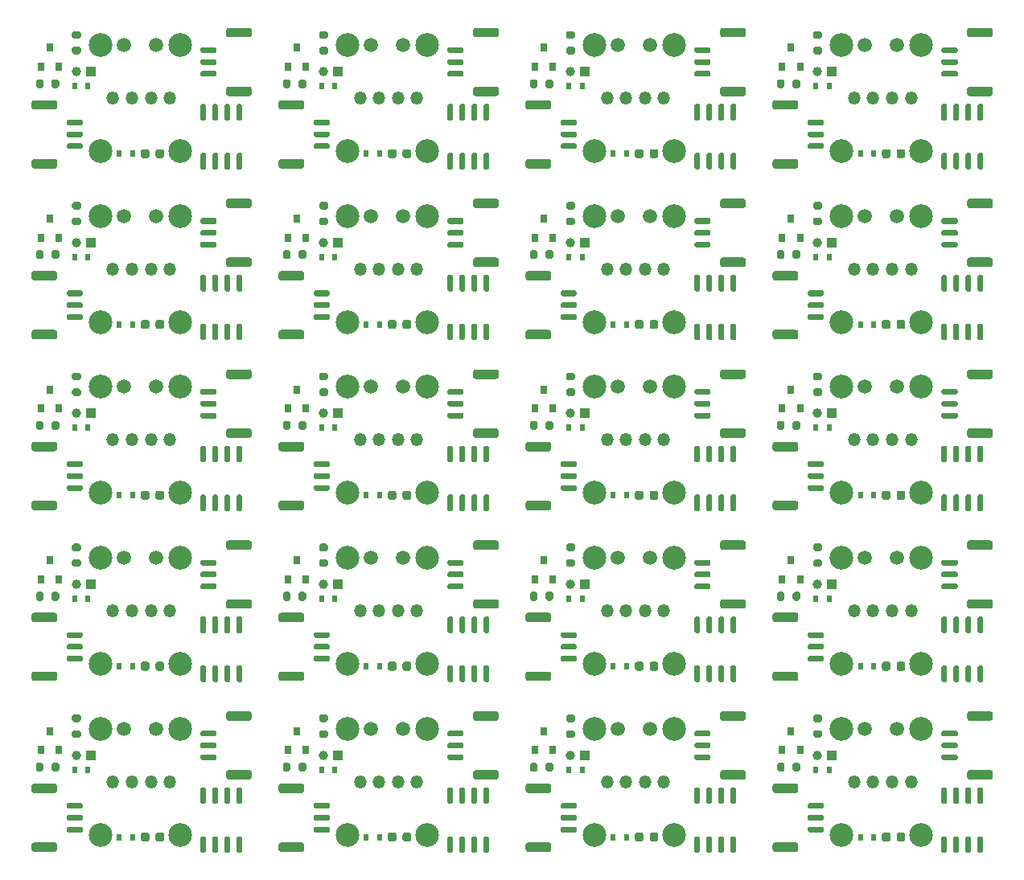
<source format=gts>
G04 #@! TF.GenerationSoftware,KiCad,Pcbnew,(5.1.8)-1*
G04 #@! TF.CreationDate,2021-11-11T20:38:59+08:00*
G04 #@! TF.ProjectId,vibro-cloth-panelized,76696272-6f2d-4636-9c6f-74682d70616e,rev?*
G04 #@! TF.SameCoordinates,Original*
G04 #@! TF.FileFunction,Soldermask,Top*
G04 #@! TF.FilePolarity,Negative*
%FSLAX46Y46*%
G04 Gerber Fmt 4.6, Leading zero omitted, Abs format (unit mm)*
G04 Created by KiCad (PCBNEW (5.1.8)-1) date 2021-11-11 20:38:59*
%MOMM*%
%LPD*%
G01*
G04 APERTURE LIST*
%ADD10R,0.800000X0.900000*%
%ADD11R,0.600000X0.700000*%
%ADD12C,1.500000*%
%ADD13C,2.500000*%
%ADD14R,1.000000X1.000000*%
%ADD15C,1.000000*%
%ADD16O,1.350000X1.350000*%
G04 APERTURE END LIST*
D10*
X129398028Y-126682037D03*
X131298028Y-126682037D03*
X130348028Y-124682037D03*
D11*
X132950028Y-128730037D03*
X134350028Y-128730037D03*
X137649028Y-135842037D03*
X139049028Y-135842037D03*
D12*
X141524028Y-124412037D03*
X138124028Y-124412037D03*
G36*
G01*
X132260028Y-132260037D02*
X133660028Y-132260037D01*
G75*
G02*
X133810028Y-132410037I0J-150000D01*
G01*
X133810028Y-132710037D01*
G75*
G02*
X133660028Y-132860037I-150000J0D01*
G01*
X132260028Y-132860037D01*
G75*
G02*
X132110028Y-132710037I0J150000D01*
G01*
X132110028Y-132410037D01*
G75*
G02*
X132260028Y-132260037I150000J0D01*
G01*
G37*
G36*
G01*
X132260028Y-133510037D02*
X133660028Y-133510037D01*
G75*
G02*
X133810028Y-133660037I0J-150000D01*
G01*
X133810028Y-133960037D01*
G75*
G02*
X133660028Y-134110037I-150000J0D01*
G01*
X132260028Y-134110037D01*
G75*
G02*
X132110028Y-133960037I0J150000D01*
G01*
X132110028Y-133660037D01*
G75*
G02*
X132260028Y-133510037I150000J0D01*
G01*
G37*
G36*
G01*
X132260028Y-134760037D02*
X133660028Y-134760037D01*
G75*
G02*
X133810028Y-134910037I0J-150000D01*
G01*
X133810028Y-135210037D01*
G75*
G02*
X133660028Y-135360037I-150000J0D01*
G01*
X132260028Y-135360037D01*
G75*
G02*
X132110028Y-135210037I0J150000D01*
G01*
X132110028Y-134910037D01*
G75*
G02*
X132260028Y-134760037I150000J0D01*
G01*
G37*
G36*
G01*
X128660028Y-130210037D02*
X130860028Y-130210037D01*
G75*
G02*
X131110028Y-130460037I0J-250000D01*
G01*
X131110028Y-130960037D01*
G75*
G02*
X130860028Y-131210037I-250000J0D01*
G01*
X128660028Y-131210037D01*
G75*
G02*
X128410028Y-130960037I0J250000D01*
G01*
X128410028Y-130460037D01*
G75*
G02*
X128660028Y-130210037I250000J0D01*
G01*
G37*
G36*
G01*
X128660028Y-136410037D02*
X130860028Y-136410037D01*
G75*
G02*
X131110028Y-136660037I0J-250000D01*
G01*
X131110028Y-137160037D01*
G75*
G02*
X130860028Y-137410037I-250000J0D01*
G01*
X128660028Y-137410037D01*
G75*
G02*
X128410028Y-137160037I0J250000D01*
G01*
X128410028Y-136660037D01*
G75*
G02*
X128660028Y-136410037I250000J0D01*
G01*
G37*
G36*
G01*
X147740028Y-127740037D02*
X146340028Y-127740037D01*
G75*
G02*
X146190028Y-127590037I0J150000D01*
G01*
X146190028Y-127290037D01*
G75*
G02*
X146340028Y-127140037I150000J0D01*
G01*
X147740028Y-127140037D01*
G75*
G02*
X147890028Y-127290037I0J-150000D01*
G01*
X147890028Y-127590037D01*
G75*
G02*
X147740028Y-127740037I-150000J0D01*
G01*
G37*
G36*
G01*
X147740028Y-126490037D02*
X146340028Y-126490037D01*
G75*
G02*
X146190028Y-126340037I0J150000D01*
G01*
X146190028Y-126040037D01*
G75*
G02*
X146340028Y-125890037I150000J0D01*
G01*
X147740028Y-125890037D01*
G75*
G02*
X147890028Y-126040037I0J-150000D01*
G01*
X147890028Y-126340037D01*
G75*
G02*
X147740028Y-126490037I-150000J0D01*
G01*
G37*
G36*
G01*
X147740028Y-125240037D02*
X146340028Y-125240037D01*
G75*
G02*
X146190028Y-125090037I0J150000D01*
G01*
X146190028Y-124790037D01*
G75*
G02*
X146340028Y-124640037I150000J0D01*
G01*
X147740028Y-124640037D01*
G75*
G02*
X147890028Y-124790037I0J-150000D01*
G01*
X147890028Y-125090037D01*
G75*
G02*
X147740028Y-125240037I-150000J0D01*
G01*
G37*
G36*
G01*
X151340028Y-129790037D02*
X149140028Y-129790037D01*
G75*
G02*
X148890028Y-129540037I0J250000D01*
G01*
X148890028Y-129040037D01*
G75*
G02*
X149140028Y-128790037I250000J0D01*
G01*
X151340028Y-128790037D01*
G75*
G02*
X151590028Y-129040037I0J-250000D01*
G01*
X151590028Y-129540037D01*
G75*
G02*
X151340028Y-129790037I-250000J0D01*
G01*
G37*
G36*
G01*
X151340028Y-123590037D02*
X149140028Y-123590037D01*
G75*
G02*
X148890028Y-123340037I0J250000D01*
G01*
X148890028Y-122840037D01*
G75*
G02*
X149140028Y-122590037I250000J0D01*
G01*
X151340028Y-122590037D01*
G75*
G02*
X151590028Y-122840037I0J-250000D01*
G01*
X151590028Y-123340037D01*
G75*
G02*
X151340028Y-123590037I-250000J0D01*
G01*
G37*
D13*
X135682028Y-124412037D03*
X135682028Y-135588037D03*
X144064028Y-124412037D03*
X144064028Y-135588037D03*
D14*
X134666028Y-127206037D03*
D15*
X133142028Y-127206037D03*
G36*
G01*
X146627028Y-137514037D02*
X146327028Y-137514037D01*
G75*
G02*
X146177028Y-137364037I0J150000D01*
G01*
X146177028Y-135914037D01*
G75*
G02*
X146327028Y-135764037I150000J0D01*
G01*
X146627028Y-135764037D01*
G75*
G02*
X146777028Y-135914037I0J-150000D01*
G01*
X146777028Y-137364037D01*
G75*
G02*
X146627028Y-137514037I-150000J0D01*
G01*
G37*
G36*
G01*
X147897028Y-137514037D02*
X147597028Y-137514037D01*
G75*
G02*
X147447028Y-137364037I0J150000D01*
G01*
X147447028Y-135914037D01*
G75*
G02*
X147597028Y-135764037I150000J0D01*
G01*
X147897028Y-135764037D01*
G75*
G02*
X148047028Y-135914037I0J-150000D01*
G01*
X148047028Y-137364037D01*
G75*
G02*
X147897028Y-137514037I-150000J0D01*
G01*
G37*
G36*
G01*
X149167028Y-137514037D02*
X148867028Y-137514037D01*
G75*
G02*
X148717028Y-137364037I0J150000D01*
G01*
X148717028Y-135914037D01*
G75*
G02*
X148867028Y-135764037I150000J0D01*
G01*
X149167028Y-135764037D01*
G75*
G02*
X149317028Y-135914037I0J-150000D01*
G01*
X149317028Y-137364037D01*
G75*
G02*
X149167028Y-137514037I-150000J0D01*
G01*
G37*
G36*
G01*
X150437028Y-137514037D02*
X150137028Y-137514037D01*
G75*
G02*
X149987028Y-137364037I0J150000D01*
G01*
X149987028Y-135914037D01*
G75*
G02*
X150137028Y-135764037I150000J0D01*
G01*
X150437028Y-135764037D01*
G75*
G02*
X150587028Y-135914037I0J-150000D01*
G01*
X150587028Y-137364037D01*
G75*
G02*
X150437028Y-137514037I-150000J0D01*
G01*
G37*
G36*
G01*
X150437028Y-132364037D02*
X150137028Y-132364037D01*
G75*
G02*
X149987028Y-132214037I0J150000D01*
G01*
X149987028Y-130764037D01*
G75*
G02*
X150137028Y-130614037I150000J0D01*
G01*
X150437028Y-130614037D01*
G75*
G02*
X150587028Y-130764037I0J-150000D01*
G01*
X150587028Y-132214037D01*
G75*
G02*
X150437028Y-132364037I-150000J0D01*
G01*
G37*
G36*
G01*
X149167028Y-132364037D02*
X148867028Y-132364037D01*
G75*
G02*
X148717028Y-132214037I0J150000D01*
G01*
X148717028Y-130764037D01*
G75*
G02*
X148867028Y-130614037I150000J0D01*
G01*
X149167028Y-130614037D01*
G75*
G02*
X149317028Y-130764037I0J-150000D01*
G01*
X149317028Y-132214037D01*
G75*
G02*
X149167028Y-132364037I-150000J0D01*
G01*
G37*
G36*
G01*
X147897028Y-132364037D02*
X147597028Y-132364037D01*
G75*
G02*
X147447028Y-132214037I0J150000D01*
G01*
X147447028Y-130764037D01*
G75*
G02*
X147597028Y-130614037I150000J0D01*
G01*
X147897028Y-130614037D01*
G75*
G02*
X148047028Y-130764037I0J-150000D01*
G01*
X148047028Y-132214037D01*
G75*
G02*
X147897028Y-132364037I-150000J0D01*
G01*
G37*
G36*
G01*
X146627028Y-132364037D02*
X146327028Y-132364037D01*
G75*
G02*
X146177028Y-132214037I0J150000D01*
G01*
X146177028Y-130764037D01*
G75*
G02*
X146327028Y-130614037I150000J0D01*
G01*
X146627028Y-130614037D01*
G75*
G02*
X146777028Y-130764037I0J-150000D01*
G01*
X146777028Y-132214037D01*
G75*
G02*
X146627028Y-132364037I-150000J0D01*
G01*
G37*
G36*
G01*
X128869028Y-128751037D02*
X128869028Y-128201037D01*
G75*
G02*
X129069028Y-128001037I200000J0D01*
G01*
X129469028Y-128001037D01*
G75*
G02*
X129669028Y-128201037I0J-200000D01*
G01*
X129669028Y-128751037D01*
G75*
G02*
X129469028Y-128951037I-200000J0D01*
G01*
X129069028Y-128951037D01*
G75*
G02*
X128869028Y-128751037I0J200000D01*
G01*
G37*
G36*
G01*
X130519028Y-128751037D02*
X130519028Y-128201037D01*
G75*
G02*
X130719028Y-128001037I200000J0D01*
G01*
X131119028Y-128001037D01*
G75*
G02*
X131319028Y-128201037I0J-200000D01*
G01*
X131319028Y-128751037D01*
G75*
G02*
X131119028Y-128951037I-200000J0D01*
G01*
X130719028Y-128951037D01*
G75*
G02*
X130519028Y-128751037I0J200000D01*
G01*
G37*
G36*
G01*
X142368028Y-135592037D02*
X142368028Y-136092037D01*
G75*
G02*
X142143028Y-136317037I-225000J0D01*
G01*
X141693028Y-136317037D01*
G75*
G02*
X141468028Y-136092037I0J225000D01*
G01*
X141468028Y-135592037D01*
G75*
G02*
X141693028Y-135367037I225000J0D01*
G01*
X142143028Y-135367037D01*
G75*
G02*
X142368028Y-135592037I0J-225000D01*
G01*
G37*
G36*
G01*
X140818028Y-135592037D02*
X140818028Y-136092037D01*
G75*
G02*
X140593028Y-136317037I-225000J0D01*
G01*
X140143028Y-136317037D01*
G75*
G02*
X139918028Y-136092037I0J225000D01*
G01*
X139918028Y-135592037D01*
G75*
G02*
X140143028Y-135367037I225000J0D01*
G01*
X140593028Y-135367037D01*
G75*
G02*
X140818028Y-135592037I0J-225000D01*
G01*
G37*
G36*
G01*
X133417028Y-125383037D02*
X132867028Y-125383037D01*
G75*
G02*
X132667028Y-125183037I0J200000D01*
G01*
X132667028Y-124783037D01*
G75*
G02*
X132867028Y-124583037I200000J0D01*
G01*
X133417028Y-124583037D01*
G75*
G02*
X133617028Y-124783037I0J-200000D01*
G01*
X133617028Y-125183037D01*
G75*
G02*
X133417028Y-125383037I-200000J0D01*
G01*
G37*
G36*
G01*
X133417028Y-123733037D02*
X132867028Y-123733037D01*
G75*
G02*
X132667028Y-123533037I0J200000D01*
G01*
X132667028Y-123133037D01*
G75*
G02*
X132867028Y-122933037I200000J0D01*
G01*
X133417028Y-122933037D01*
G75*
G02*
X133617028Y-123133037I0J-200000D01*
G01*
X133617028Y-123533037D01*
G75*
G02*
X133417028Y-123733037I-200000J0D01*
G01*
G37*
D16*
X136983528Y-130000037D03*
X138983528Y-130000037D03*
X140983528Y-130000037D03*
X142983528Y-130000037D03*
D10*
X103398019Y-126682037D03*
X105298019Y-126682037D03*
X104348019Y-124682037D03*
D11*
X106950019Y-128730037D03*
X108350019Y-128730037D03*
X111649019Y-135842037D03*
X113049019Y-135842037D03*
D12*
X115524019Y-124412037D03*
X112124019Y-124412037D03*
G36*
G01*
X106260019Y-132260037D02*
X107660019Y-132260037D01*
G75*
G02*
X107810019Y-132410037I0J-150000D01*
G01*
X107810019Y-132710037D01*
G75*
G02*
X107660019Y-132860037I-150000J0D01*
G01*
X106260019Y-132860037D01*
G75*
G02*
X106110019Y-132710037I0J150000D01*
G01*
X106110019Y-132410037D01*
G75*
G02*
X106260019Y-132260037I150000J0D01*
G01*
G37*
G36*
G01*
X106260019Y-133510037D02*
X107660019Y-133510037D01*
G75*
G02*
X107810019Y-133660037I0J-150000D01*
G01*
X107810019Y-133960037D01*
G75*
G02*
X107660019Y-134110037I-150000J0D01*
G01*
X106260019Y-134110037D01*
G75*
G02*
X106110019Y-133960037I0J150000D01*
G01*
X106110019Y-133660037D01*
G75*
G02*
X106260019Y-133510037I150000J0D01*
G01*
G37*
G36*
G01*
X106260019Y-134760037D02*
X107660019Y-134760037D01*
G75*
G02*
X107810019Y-134910037I0J-150000D01*
G01*
X107810019Y-135210037D01*
G75*
G02*
X107660019Y-135360037I-150000J0D01*
G01*
X106260019Y-135360037D01*
G75*
G02*
X106110019Y-135210037I0J150000D01*
G01*
X106110019Y-134910037D01*
G75*
G02*
X106260019Y-134760037I150000J0D01*
G01*
G37*
G36*
G01*
X102660019Y-130210037D02*
X104860019Y-130210037D01*
G75*
G02*
X105110019Y-130460037I0J-250000D01*
G01*
X105110019Y-130960037D01*
G75*
G02*
X104860019Y-131210037I-250000J0D01*
G01*
X102660019Y-131210037D01*
G75*
G02*
X102410019Y-130960037I0J250000D01*
G01*
X102410019Y-130460037D01*
G75*
G02*
X102660019Y-130210037I250000J0D01*
G01*
G37*
G36*
G01*
X102660019Y-136410037D02*
X104860019Y-136410037D01*
G75*
G02*
X105110019Y-136660037I0J-250000D01*
G01*
X105110019Y-137160037D01*
G75*
G02*
X104860019Y-137410037I-250000J0D01*
G01*
X102660019Y-137410037D01*
G75*
G02*
X102410019Y-137160037I0J250000D01*
G01*
X102410019Y-136660037D01*
G75*
G02*
X102660019Y-136410037I250000J0D01*
G01*
G37*
G36*
G01*
X121740019Y-127740037D02*
X120340019Y-127740037D01*
G75*
G02*
X120190019Y-127590037I0J150000D01*
G01*
X120190019Y-127290037D01*
G75*
G02*
X120340019Y-127140037I150000J0D01*
G01*
X121740019Y-127140037D01*
G75*
G02*
X121890019Y-127290037I0J-150000D01*
G01*
X121890019Y-127590037D01*
G75*
G02*
X121740019Y-127740037I-150000J0D01*
G01*
G37*
G36*
G01*
X121740019Y-126490037D02*
X120340019Y-126490037D01*
G75*
G02*
X120190019Y-126340037I0J150000D01*
G01*
X120190019Y-126040037D01*
G75*
G02*
X120340019Y-125890037I150000J0D01*
G01*
X121740019Y-125890037D01*
G75*
G02*
X121890019Y-126040037I0J-150000D01*
G01*
X121890019Y-126340037D01*
G75*
G02*
X121740019Y-126490037I-150000J0D01*
G01*
G37*
G36*
G01*
X121740019Y-125240037D02*
X120340019Y-125240037D01*
G75*
G02*
X120190019Y-125090037I0J150000D01*
G01*
X120190019Y-124790037D01*
G75*
G02*
X120340019Y-124640037I150000J0D01*
G01*
X121740019Y-124640037D01*
G75*
G02*
X121890019Y-124790037I0J-150000D01*
G01*
X121890019Y-125090037D01*
G75*
G02*
X121740019Y-125240037I-150000J0D01*
G01*
G37*
G36*
G01*
X125340019Y-129790037D02*
X123140019Y-129790037D01*
G75*
G02*
X122890019Y-129540037I0J250000D01*
G01*
X122890019Y-129040037D01*
G75*
G02*
X123140019Y-128790037I250000J0D01*
G01*
X125340019Y-128790037D01*
G75*
G02*
X125590019Y-129040037I0J-250000D01*
G01*
X125590019Y-129540037D01*
G75*
G02*
X125340019Y-129790037I-250000J0D01*
G01*
G37*
G36*
G01*
X125340019Y-123590037D02*
X123140019Y-123590037D01*
G75*
G02*
X122890019Y-123340037I0J250000D01*
G01*
X122890019Y-122840037D01*
G75*
G02*
X123140019Y-122590037I250000J0D01*
G01*
X125340019Y-122590037D01*
G75*
G02*
X125590019Y-122840037I0J-250000D01*
G01*
X125590019Y-123340037D01*
G75*
G02*
X125340019Y-123590037I-250000J0D01*
G01*
G37*
D13*
X109682019Y-124412037D03*
X109682019Y-135588037D03*
X118064019Y-124412037D03*
X118064019Y-135588037D03*
D14*
X108666019Y-127206037D03*
D15*
X107142019Y-127206037D03*
G36*
G01*
X120627019Y-137514037D02*
X120327019Y-137514037D01*
G75*
G02*
X120177019Y-137364037I0J150000D01*
G01*
X120177019Y-135914037D01*
G75*
G02*
X120327019Y-135764037I150000J0D01*
G01*
X120627019Y-135764037D01*
G75*
G02*
X120777019Y-135914037I0J-150000D01*
G01*
X120777019Y-137364037D01*
G75*
G02*
X120627019Y-137514037I-150000J0D01*
G01*
G37*
G36*
G01*
X121897019Y-137514037D02*
X121597019Y-137514037D01*
G75*
G02*
X121447019Y-137364037I0J150000D01*
G01*
X121447019Y-135914037D01*
G75*
G02*
X121597019Y-135764037I150000J0D01*
G01*
X121897019Y-135764037D01*
G75*
G02*
X122047019Y-135914037I0J-150000D01*
G01*
X122047019Y-137364037D01*
G75*
G02*
X121897019Y-137514037I-150000J0D01*
G01*
G37*
G36*
G01*
X123167019Y-137514037D02*
X122867019Y-137514037D01*
G75*
G02*
X122717019Y-137364037I0J150000D01*
G01*
X122717019Y-135914037D01*
G75*
G02*
X122867019Y-135764037I150000J0D01*
G01*
X123167019Y-135764037D01*
G75*
G02*
X123317019Y-135914037I0J-150000D01*
G01*
X123317019Y-137364037D01*
G75*
G02*
X123167019Y-137514037I-150000J0D01*
G01*
G37*
G36*
G01*
X124437019Y-137514037D02*
X124137019Y-137514037D01*
G75*
G02*
X123987019Y-137364037I0J150000D01*
G01*
X123987019Y-135914037D01*
G75*
G02*
X124137019Y-135764037I150000J0D01*
G01*
X124437019Y-135764037D01*
G75*
G02*
X124587019Y-135914037I0J-150000D01*
G01*
X124587019Y-137364037D01*
G75*
G02*
X124437019Y-137514037I-150000J0D01*
G01*
G37*
G36*
G01*
X124437019Y-132364037D02*
X124137019Y-132364037D01*
G75*
G02*
X123987019Y-132214037I0J150000D01*
G01*
X123987019Y-130764037D01*
G75*
G02*
X124137019Y-130614037I150000J0D01*
G01*
X124437019Y-130614037D01*
G75*
G02*
X124587019Y-130764037I0J-150000D01*
G01*
X124587019Y-132214037D01*
G75*
G02*
X124437019Y-132364037I-150000J0D01*
G01*
G37*
G36*
G01*
X123167019Y-132364037D02*
X122867019Y-132364037D01*
G75*
G02*
X122717019Y-132214037I0J150000D01*
G01*
X122717019Y-130764037D01*
G75*
G02*
X122867019Y-130614037I150000J0D01*
G01*
X123167019Y-130614037D01*
G75*
G02*
X123317019Y-130764037I0J-150000D01*
G01*
X123317019Y-132214037D01*
G75*
G02*
X123167019Y-132364037I-150000J0D01*
G01*
G37*
G36*
G01*
X121897019Y-132364037D02*
X121597019Y-132364037D01*
G75*
G02*
X121447019Y-132214037I0J150000D01*
G01*
X121447019Y-130764037D01*
G75*
G02*
X121597019Y-130614037I150000J0D01*
G01*
X121897019Y-130614037D01*
G75*
G02*
X122047019Y-130764037I0J-150000D01*
G01*
X122047019Y-132214037D01*
G75*
G02*
X121897019Y-132364037I-150000J0D01*
G01*
G37*
G36*
G01*
X120627019Y-132364037D02*
X120327019Y-132364037D01*
G75*
G02*
X120177019Y-132214037I0J150000D01*
G01*
X120177019Y-130764037D01*
G75*
G02*
X120327019Y-130614037I150000J0D01*
G01*
X120627019Y-130614037D01*
G75*
G02*
X120777019Y-130764037I0J-150000D01*
G01*
X120777019Y-132214037D01*
G75*
G02*
X120627019Y-132364037I-150000J0D01*
G01*
G37*
G36*
G01*
X102869019Y-128751037D02*
X102869019Y-128201037D01*
G75*
G02*
X103069019Y-128001037I200000J0D01*
G01*
X103469019Y-128001037D01*
G75*
G02*
X103669019Y-128201037I0J-200000D01*
G01*
X103669019Y-128751037D01*
G75*
G02*
X103469019Y-128951037I-200000J0D01*
G01*
X103069019Y-128951037D01*
G75*
G02*
X102869019Y-128751037I0J200000D01*
G01*
G37*
G36*
G01*
X104519019Y-128751037D02*
X104519019Y-128201037D01*
G75*
G02*
X104719019Y-128001037I200000J0D01*
G01*
X105119019Y-128001037D01*
G75*
G02*
X105319019Y-128201037I0J-200000D01*
G01*
X105319019Y-128751037D01*
G75*
G02*
X105119019Y-128951037I-200000J0D01*
G01*
X104719019Y-128951037D01*
G75*
G02*
X104519019Y-128751037I0J200000D01*
G01*
G37*
G36*
G01*
X116368019Y-135592037D02*
X116368019Y-136092037D01*
G75*
G02*
X116143019Y-136317037I-225000J0D01*
G01*
X115693019Y-136317037D01*
G75*
G02*
X115468019Y-136092037I0J225000D01*
G01*
X115468019Y-135592037D01*
G75*
G02*
X115693019Y-135367037I225000J0D01*
G01*
X116143019Y-135367037D01*
G75*
G02*
X116368019Y-135592037I0J-225000D01*
G01*
G37*
G36*
G01*
X114818019Y-135592037D02*
X114818019Y-136092037D01*
G75*
G02*
X114593019Y-136317037I-225000J0D01*
G01*
X114143019Y-136317037D01*
G75*
G02*
X113918019Y-136092037I0J225000D01*
G01*
X113918019Y-135592037D01*
G75*
G02*
X114143019Y-135367037I225000J0D01*
G01*
X114593019Y-135367037D01*
G75*
G02*
X114818019Y-135592037I0J-225000D01*
G01*
G37*
G36*
G01*
X107417019Y-125383037D02*
X106867019Y-125383037D01*
G75*
G02*
X106667019Y-125183037I0J200000D01*
G01*
X106667019Y-124783037D01*
G75*
G02*
X106867019Y-124583037I200000J0D01*
G01*
X107417019Y-124583037D01*
G75*
G02*
X107617019Y-124783037I0J-200000D01*
G01*
X107617019Y-125183037D01*
G75*
G02*
X107417019Y-125383037I-200000J0D01*
G01*
G37*
G36*
G01*
X107417019Y-123733037D02*
X106867019Y-123733037D01*
G75*
G02*
X106667019Y-123533037I0J200000D01*
G01*
X106667019Y-123133037D01*
G75*
G02*
X106867019Y-122933037I200000J0D01*
G01*
X107417019Y-122933037D01*
G75*
G02*
X107617019Y-123133037I0J-200000D01*
G01*
X107617019Y-123533037D01*
G75*
G02*
X107417019Y-123733037I-200000J0D01*
G01*
G37*
D16*
X110983519Y-130000037D03*
X112983519Y-130000037D03*
X114983519Y-130000037D03*
X116983519Y-130000037D03*
D10*
X77398010Y-126682037D03*
X79298010Y-126682037D03*
X78348010Y-124682037D03*
D11*
X80950010Y-128730037D03*
X82350010Y-128730037D03*
X85649010Y-135842037D03*
X87049010Y-135842037D03*
D12*
X89524010Y-124412037D03*
X86124010Y-124412037D03*
G36*
G01*
X80260010Y-132260037D02*
X81660010Y-132260037D01*
G75*
G02*
X81810010Y-132410037I0J-150000D01*
G01*
X81810010Y-132710037D01*
G75*
G02*
X81660010Y-132860037I-150000J0D01*
G01*
X80260010Y-132860037D01*
G75*
G02*
X80110010Y-132710037I0J150000D01*
G01*
X80110010Y-132410037D01*
G75*
G02*
X80260010Y-132260037I150000J0D01*
G01*
G37*
G36*
G01*
X80260010Y-133510037D02*
X81660010Y-133510037D01*
G75*
G02*
X81810010Y-133660037I0J-150000D01*
G01*
X81810010Y-133960037D01*
G75*
G02*
X81660010Y-134110037I-150000J0D01*
G01*
X80260010Y-134110037D01*
G75*
G02*
X80110010Y-133960037I0J150000D01*
G01*
X80110010Y-133660037D01*
G75*
G02*
X80260010Y-133510037I150000J0D01*
G01*
G37*
G36*
G01*
X80260010Y-134760037D02*
X81660010Y-134760037D01*
G75*
G02*
X81810010Y-134910037I0J-150000D01*
G01*
X81810010Y-135210037D01*
G75*
G02*
X81660010Y-135360037I-150000J0D01*
G01*
X80260010Y-135360037D01*
G75*
G02*
X80110010Y-135210037I0J150000D01*
G01*
X80110010Y-134910037D01*
G75*
G02*
X80260010Y-134760037I150000J0D01*
G01*
G37*
G36*
G01*
X76660010Y-130210037D02*
X78860010Y-130210037D01*
G75*
G02*
X79110010Y-130460037I0J-250000D01*
G01*
X79110010Y-130960037D01*
G75*
G02*
X78860010Y-131210037I-250000J0D01*
G01*
X76660010Y-131210037D01*
G75*
G02*
X76410010Y-130960037I0J250000D01*
G01*
X76410010Y-130460037D01*
G75*
G02*
X76660010Y-130210037I250000J0D01*
G01*
G37*
G36*
G01*
X76660010Y-136410037D02*
X78860010Y-136410037D01*
G75*
G02*
X79110010Y-136660037I0J-250000D01*
G01*
X79110010Y-137160037D01*
G75*
G02*
X78860010Y-137410037I-250000J0D01*
G01*
X76660010Y-137410037D01*
G75*
G02*
X76410010Y-137160037I0J250000D01*
G01*
X76410010Y-136660037D01*
G75*
G02*
X76660010Y-136410037I250000J0D01*
G01*
G37*
G36*
G01*
X95740010Y-127740037D02*
X94340010Y-127740037D01*
G75*
G02*
X94190010Y-127590037I0J150000D01*
G01*
X94190010Y-127290037D01*
G75*
G02*
X94340010Y-127140037I150000J0D01*
G01*
X95740010Y-127140037D01*
G75*
G02*
X95890010Y-127290037I0J-150000D01*
G01*
X95890010Y-127590037D01*
G75*
G02*
X95740010Y-127740037I-150000J0D01*
G01*
G37*
G36*
G01*
X95740010Y-126490037D02*
X94340010Y-126490037D01*
G75*
G02*
X94190010Y-126340037I0J150000D01*
G01*
X94190010Y-126040037D01*
G75*
G02*
X94340010Y-125890037I150000J0D01*
G01*
X95740010Y-125890037D01*
G75*
G02*
X95890010Y-126040037I0J-150000D01*
G01*
X95890010Y-126340037D01*
G75*
G02*
X95740010Y-126490037I-150000J0D01*
G01*
G37*
G36*
G01*
X95740010Y-125240037D02*
X94340010Y-125240037D01*
G75*
G02*
X94190010Y-125090037I0J150000D01*
G01*
X94190010Y-124790037D01*
G75*
G02*
X94340010Y-124640037I150000J0D01*
G01*
X95740010Y-124640037D01*
G75*
G02*
X95890010Y-124790037I0J-150000D01*
G01*
X95890010Y-125090037D01*
G75*
G02*
X95740010Y-125240037I-150000J0D01*
G01*
G37*
G36*
G01*
X99340010Y-129790037D02*
X97140010Y-129790037D01*
G75*
G02*
X96890010Y-129540037I0J250000D01*
G01*
X96890010Y-129040037D01*
G75*
G02*
X97140010Y-128790037I250000J0D01*
G01*
X99340010Y-128790037D01*
G75*
G02*
X99590010Y-129040037I0J-250000D01*
G01*
X99590010Y-129540037D01*
G75*
G02*
X99340010Y-129790037I-250000J0D01*
G01*
G37*
G36*
G01*
X99340010Y-123590037D02*
X97140010Y-123590037D01*
G75*
G02*
X96890010Y-123340037I0J250000D01*
G01*
X96890010Y-122840037D01*
G75*
G02*
X97140010Y-122590037I250000J0D01*
G01*
X99340010Y-122590037D01*
G75*
G02*
X99590010Y-122840037I0J-250000D01*
G01*
X99590010Y-123340037D01*
G75*
G02*
X99340010Y-123590037I-250000J0D01*
G01*
G37*
D13*
X83682010Y-124412037D03*
X83682010Y-135588037D03*
X92064010Y-124412037D03*
X92064010Y-135588037D03*
D14*
X82666010Y-127206037D03*
D15*
X81142010Y-127206037D03*
G36*
G01*
X94627010Y-137514037D02*
X94327010Y-137514037D01*
G75*
G02*
X94177010Y-137364037I0J150000D01*
G01*
X94177010Y-135914037D01*
G75*
G02*
X94327010Y-135764037I150000J0D01*
G01*
X94627010Y-135764037D01*
G75*
G02*
X94777010Y-135914037I0J-150000D01*
G01*
X94777010Y-137364037D01*
G75*
G02*
X94627010Y-137514037I-150000J0D01*
G01*
G37*
G36*
G01*
X95897010Y-137514037D02*
X95597010Y-137514037D01*
G75*
G02*
X95447010Y-137364037I0J150000D01*
G01*
X95447010Y-135914037D01*
G75*
G02*
X95597010Y-135764037I150000J0D01*
G01*
X95897010Y-135764037D01*
G75*
G02*
X96047010Y-135914037I0J-150000D01*
G01*
X96047010Y-137364037D01*
G75*
G02*
X95897010Y-137514037I-150000J0D01*
G01*
G37*
G36*
G01*
X97167010Y-137514037D02*
X96867010Y-137514037D01*
G75*
G02*
X96717010Y-137364037I0J150000D01*
G01*
X96717010Y-135914037D01*
G75*
G02*
X96867010Y-135764037I150000J0D01*
G01*
X97167010Y-135764037D01*
G75*
G02*
X97317010Y-135914037I0J-150000D01*
G01*
X97317010Y-137364037D01*
G75*
G02*
X97167010Y-137514037I-150000J0D01*
G01*
G37*
G36*
G01*
X98437010Y-137514037D02*
X98137010Y-137514037D01*
G75*
G02*
X97987010Y-137364037I0J150000D01*
G01*
X97987010Y-135914037D01*
G75*
G02*
X98137010Y-135764037I150000J0D01*
G01*
X98437010Y-135764037D01*
G75*
G02*
X98587010Y-135914037I0J-150000D01*
G01*
X98587010Y-137364037D01*
G75*
G02*
X98437010Y-137514037I-150000J0D01*
G01*
G37*
G36*
G01*
X98437010Y-132364037D02*
X98137010Y-132364037D01*
G75*
G02*
X97987010Y-132214037I0J150000D01*
G01*
X97987010Y-130764037D01*
G75*
G02*
X98137010Y-130614037I150000J0D01*
G01*
X98437010Y-130614037D01*
G75*
G02*
X98587010Y-130764037I0J-150000D01*
G01*
X98587010Y-132214037D01*
G75*
G02*
X98437010Y-132364037I-150000J0D01*
G01*
G37*
G36*
G01*
X97167010Y-132364037D02*
X96867010Y-132364037D01*
G75*
G02*
X96717010Y-132214037I0J150000D01*
G01*
X96717010Y-130764037D01*
G75*
G02*
X96867010Y-130614037I150000J0D01*
G01*
X97167010Y-130614037D01*
G75*
G02*
X97317010Y-130764037I0J-150000D01*
G01*
X97317010Y-132214037D01*
G75*
G02*
X97167010Y-132364037I-150000J0D01*
G01*
G37*
G36*
G01*
X95897010Y-132364037D02*
X95597010Y-132364037D01*
G75*
G02*
X95447010Y-132214037I0J150000D01*
G01*
X95447010Y-130764037D01*
G75*
G02*
X95597010Y-130614037I150000J0D01*
G01*
X95897010Y-130614037D01*
G75*
G02*
X96047010Y-130764037I0J-150000D01*
G01*
X96047010Y-132214037D01*
G75*
G02*
X95897010Y-132364037I-150000J0D01*
G01*
G37*
G36*
G01*
X94627010Y-132364037D02*
X94327010Y-132364037D01*
G75*
G02*
X94177010Y-132214037I0J150000D01*
G01*
X94177010Y-130764037D01*
G75*
G02*
X94327010Y-130614037I150000J0D01*
G01*
X94627010Y-130614037D01*
G75*
G02*
X94777010Y-130764037I0J-150000D01*
G01*
X94777010Y-132214037D01*
G75*
G02*
X94627010Y-132364037I-150000J0D01*
G01*
G37*
G36*
G01*
X76869010Y-128751037D02*
X76869010Y-128201037D01*
G75*
G02*
X77069010Y-128001037I200000J0D01*
G01*
X77469010Y-128001037D01*
G75*
G02*
X77669010Y-128201037I0J-200000D01*
G01*
X77669010Y-128751037D01*
G75*
G02*
X77469010Y-128951037I-200000J0D01*
G01*
X77069010Y-128951037D01*
G75*
G02*
X76869010Y-128751037I0J200000D01*
G01*
G37*
G36*
G01*
X78519010Y-128751037D02*
X78519010Y-128201037D01*
G75*
G02*
X78719010Y-128001037I200000J0D01*
G01*
X79119010Y-128001037D01*
G75*
G02*
X79319010Y-128201037I0J-200000D01*
G01*
X79319010Y-128751037D01*
G75*
G02*
X79119010Y-128951037I-200000J0D01*
G01*
X78719010Y-128951037D01*
G75*
G02*
X78519010Y-128751037I0J200000D01*
G01*
G37*
G36*
G01*
X90368010Y-135592037D02*
X90368010Y-136092037D01*
G75*
G02*
X90143010Y-136317037I-225000J0D01*
G01*
X89693010Y-136317037D01*
G75*
G02*
X89468010Y-136092037I0J225000D01*
G01*
X89468010Y-135592037D01*
G75*
G02*
X89693010Y-135367037I225000J0D01*
G01*
X90143010Y-135367037D01*
G75*
G02*
X90368010Y-135592037I0J-225000D01*
G01*
G37*
G36*
G01*
X88818010Y-135592037D02*
X88818010Y-136092037D01*
G75*
G02*
X88593010Y-136317037I-225000J0D01*
G01*
X88143010Y-136317037D01*
G75*
G02*
X87918010Y-136092037I0J225000D01*
G01*
X87918010Y-135592037D01*
G75*
G02*
X88143010Y-135367037I225000J0D01*
G01*
X88593010Y-135367037D01*
G75*
G02*
X88818010Y-135592037I0J-225000D01*
G01*
G37*
G36*
G01*
X81417010Y-125383037D02*
X80867010Y-125383037D01*
G75*
G02*
X80667010Y-125183037I0J200000D01*
G01*
X80667010Y-124783037D01*
G75*
G02*
X80867010Y-124583037I200000J0D01*
G01*
X81417010Y-124583037D01*
G75*
G02*
X81617010Y-124783037I0J-200000D01*
G01*
X81617010Y-125183037D01*
G75*
G02*
X81417010Y-125383037I-200000J0D01*
G01*
G37*
G36*
G01*
X81417010Y-123733037D02*
X80867010Y-123733037D01*
G75*
G02*
X80667010Y-123533037I0J200000D01*
G01*
X80667010Y-123133037D01*
G75*
G02*
X80867010Y-122933037I200000J0D01*
G01*
X81417010Y-122933037D01*
G75*
G02*
X81617010Y-123133037I0J-200000D01*
G01*
X81617010Y-123533037D01*
G75*
G02*
X81417010Y-123733037I-200000J0D01*
G01*
G37*
D16*
X84983510Y-130000037D03*
X86983510Y-130000037D03*
X88983510Y-130000037D03*
X90983510Y-130000037D03*
D10*
X51398001Y-126682037D03*
X53298001Y-126682037D03*
X52348001Y-124682037D03*
D11*
X54950001Y-128730037D03*
X56350001Y-128730037D03*
X59649001Y-135842037D03*
X61049001Y-135842037D03*
D12*
X63524001Y-124412037D03*
X60124001Y-124412037D03*
G36*
G01*
X54260001Y-132260037D02*
X55660001Y-132260037D01*
G75*
G02*
X55810001Y-132410037I0J-150000D01*
G01*
X55810001Y-132710037D01*
G75*
G02*
X55660001Y-132860037I-150000J0D01*
G01*
X54260001Y-132860037D01*
G75*
G02*
X54110001Y-132710037I0J150000D01*
G01*
X54110001Y-132410037D01*
G75*
G02*
X54260001Y-132260037I150000J0D01*
G01*
G37*
G36*
G01*
X54260001Y-133510037D02*
X55660001Y-133510037D01*
G75*
G02*
X55810001Y-133660037I0J-150000D01*
G01*
X55810001Y-133960037D01*
G75*
G02*
X55660001Y-134110037I-150000J0D01*
G01*
X54260001Y-134110037D01*
G75*
G02*
X54110001Y-133960037I0J150000D01*
G01*
X54110001Y-133660037D01*
G75*
G02*
X54260001Y-133510037I150000J0D01*
G01*
G37*
G36*
G01*
X54260001Y-134760037D02*
X55660001Y-134760037D01*
G75*
G02*
X55810001Y-134910037I0J-150000D01*
G01*
X55810001Y-135210037D01*
G75*
G02*
X55660001Y-135360037I-150000J0D01*
G01*
X54260001Y-135360037D01*
G75*
G02*
X54110001Y-135210037I0J150000D01*
G01*
X54110001Y-134910037D01*
G75*
G02*
X54260001Y-134760037I150000J0D01*
G01*
G37*
G36*
G01*
X50660001Y-130210037D02*
X52860001Y-130210037D01*
G75*
G02*
X53110001Y-130460037I0J-250000D01*
G01*
X53110001Y-130960037D01*
G75*
G02*
X52860001Y-131210037I-250000J0D01*
G01*
X50660001Y-131210037D01*
G75*
G02*
X50410001Y-130960037I0J250000D01*
G01*
X50410001Y-130460037D01*
G75*
G02*
X50660001Y-130210037I250000J0D01*
G01*
G37*
G36*
G01*
X50660001Y-136410037D02*
X52860001Y-136410037D01*
G75*
G02*
X53110001Y-136660037I0J-250000D01*
G01*
X53110001Y-137160037D01*
G75*
G02*
X52860001Y-137410037I-250000J0D01*
G01*
X50660001Y-137410037D01*
G75*
G02*
X50410001Y-137160037I0J250000D01*
G01*
X50410001Y-136660037D01*
G75*
G02*
X50660001Y-136410037I250000J0D01*
G01*
G37*
G36*
G01*
X69740001Y-127740037D02*
X68340001Y-127740037D01*
G75*
G02*
X68190001Y-127590037I0J150000D01*
G01*
X68190001Y-127290037D01*
G75*
G02*
X68340001Y-127140037I150000J0D01*
G01*
X69740001Y-127140037D01*
G75*
G02*
X69890001Y-127290037I0J-150000D01*
G01*
X69890001Y-127590037D01*
G75*
G02*
X69740001Y-127740037I-150000J0D01*
G01*
G37*
G36*
G01*
X69740001Y-126490037D02*
X68340001Y-126490037D01*
G75*
G02*
X68190001Y-126340037I0J150000D01*
G01*
X68190001Y-126040037D01*
G75*
G02*
X68340001Y-125890037I150000J0D01*
G01*
X69740001Y-125890037D01*
G75*
G02*
X69890001Y-126040037I0J-150000D01*
G01*
X69890001Y-126340037D01*
G75*
G02*
X69740001Y-126490037I-150000J0D01*
G01*
G37*
G36*
G01*
X69740001Y-125240037D02*
X68340001Y-125240037D01*
G75*
G02*
X68190001Y-125090037I0J150000D01*
G01*
X68190001Y-124790037D01*
G75*
G02*
X68340001Y-124640037I150000J0D01*
G01*
X69740001Y-124640037D01*
G75*
G02*
X69890001Y-124790037I0J-150000D01*
G01*
X69890001Y-125090037D01*
G75*
G02*
X69740001Y-125240037I-150000J0D01*
G01*
G37*
G36*
G01*
X73340001Y-129790037D02*
X71140001Y-129790037D01*
G75*
G02*
X70890001Y-129540037I0J250000D01*
G01*
X70890001Y-129040037D01*
G75*
G02*
X71140001Y-128790037I250000J0D01*
G01*
X73340001Y-128790037D01*
G75*
G02*
X73590001Y-129040037I0J-250000D01*
G01*
X73590001Y-129540037D01*
G75*
G02*
X73340001Y-129790037I-250000J0D01*
G01*
G37*
G36*
G01*
X73340001Y-123590037D02*
X71140001Y-123590037D01*
G75*
G02*
X70890001Y-123340037I0J250000D01*
G01*
X70890001Y-122840037D01*
G75*
G02*
X71140001Y-122590037I250000J0D01*
G01*
X73340001Y-122590037D01*
G75*
G02*
X73590001Y-122840037I0J-250000D01*
G01*
X73590001Y-123340037D01*
G75*
G02*
X73340001Y-123590037I-250000J0D01*
G01*
G37*
D13*
X57682001Y-124412037D03*
X57682001Y-135588037D03*
X66064001Y-124412037D03*
X66064001Y-135588037D03*
D14*
X56666001Y-127206037D03*
D15*
X55142001Y-127206037D03*
G36*
G01*
X68627001Y-137514037D02*
X68327001Y-137514037D01*
G75*
G02*
X68177001Y-137364037I0J150000D01*
G01*
X68177001Y-135914037D01*
G75*
G02*
X68327001Y-135764037I150000J0D01*
G01*
X68627001Y-135764037D01*
G75*
G02*
X68777001Y-135914037I0J-150000D01*
G01*
X68777001Y-137364037D01*
G75*
G02*
X68627001Y-137514037I-150000J0D01*
G01*
G37*
G36*
G01*
X69897001Y-137514037D02*
X69597001Y-137514037D01*
G75*
G02*
X69447001Y-137364037I0J150000D01*
G01*
X69447001Y-135914037D01*
G75*
G02*
X69597001Y-135764037I150000J0D01*
G01*
X69897001Y-135764037D01*
G75*
G02*
X70047001Y-135914037I0J-150000D01*
G01*
X70047001Y-137364037D01*
G75*
G02*
X69897001Y-137514037I-150000J0D01*
G01*
G37*
G36*
G01*
X71167001Y-137514037D02*
X70867001Y-137514037D01*
G75*
G02*
X70717001Y-137364037I0J150000D01*
G01*
X70717001Y-135914037D01*
G75*
G02*
X70867001Y-135764037I150000J0D01*
G01*
X71167001Y-135764037D01*
G75*
G02*
X71317001Y-135914037I0J-150000D01*
G01*
X71317001Y-137364037D01*
G75*
G02*
X71167001Y-137514037I-150000J0D01*
G01*
G37*
G36*
G01*
X72437001Y-137514037D02*
X72137001Y-137514037D01*
G75*
G02*
X71987001Y-137364037I0J150000D01*
G01*
X71987001Y-135914037D01*
G75*
G02*
X72137001Y-135764037I150000J0D01*
G01*
X72437001Y-135764037D01*
G75*
G02*
X72587001Y-135914037I0J-150000D01*
G01*
X72587001Y-137364037D01*
G75*
G02*
X72437001Y-137514037I-150000J0D01*
G01*
G37*
G36*
G01*
X72437001Y-132364037D02*
X72137001Y-132364037D01*
G75*
G02*
X71987001Y-132214037I0J150000D01*
G01*
X71987001Y-130764037D01*
G75*
G02*
X72137001Y-130614037I150000J0D01*
G01*
X72437001Y-130614037D01*
G75*
G02*
X72587001Y-130764037I0J-150000D01*
G01*
X72587001Y-132214037D01*
G75*
G02*
X72437001Y-132364037I-150000J0D01*
G01*
G37*
G36*
G01*
X71167001Y-132364037D02*
X70867001Y-132364037D01*
G75*
G02*
X70717001Y-132214037I0J150000D01*
G01*
X70717001Y-130764037D01*
G75*
G02*
X70867001Y-130614037I150000J0D01*
G01*
X71167001Y-130614037D01*
G75*
G02*
X71317001Y-130764037I0J-150000D01*
G01*
X71317001Y-132214037D01*
G75*
G02*
X71167001Y-132364037I-150000J0D01*
G01*
G37*
G36*
G01*
X69897001Y-132364037D02*
X69597001Y-132364037D01*
G75*
G02*
X69447001Y-132214037I0J150000D01*
G01*
X69447001Y-130764037D01*
G75*
G02*
X69597001Y-130614037I150000J0D01*
G01*
X69897001Y-130614037D01*
G75*
G02*
X70047001Y-130764037I0J-150000D01*
G01*
X70047001Y-132214037D01*
G75*
G02*
X69897001Y-132364037I-150000J0D01*
G01*
G37*
G36*
G01*
X68627001Y-132364037D02*
X68327001Y-132364037D01*
G75*
G02*
X68177001Y-132214037I0J150000D01*
G01*
X68177001Y-130764037D01*
G75*
G02*
X68327001Y-130614037I150000J0D01*
G01*
X68627001Y-130614037D01*
G75*
G02*
X68777001Y-130764037I0J-150000D01*
G01*
X68777001Y-132214037D01*
G75*
G02*
X68627001Y-132364037I-150000J0D01*
G01*
G37*
G36*
G01*
X50869001Y-128751037D02*
X50869001Y-128201037D01*
G75*
G02*
X51069001Y-128001037I200000J0D01*
G01*
X51469001Y-128001037D01*
G75*
G02*
X51669001Y-128201037I0J-200000D01*
G01*
X51669001Y-128751037D01*
G75*
G02*
X51469001Y-128951037I-200000J0D01*
G01*
X51069001Y-128951037D01*
G75*
G02*
X50869001Y-128751037I0J200000D01*
G01*
G37*
G36*
G01*
X52519001Y-128751037D02*
X52519001Y-128201037D01*
G75*
G02*
X52719001Y-128001037I200000J0D01*
G01*
X53119001Y-128001037D01*
G75*
G02*
X53319001Y-128201037I0J-200000D01*
G01*
X53319001Y-128751037D01*
G75*
G02*
X53119001Y-128951037I-200000J0D01*
G01*
X52719001Y-128951037D01*
G75*
G02*
X52519001Y-128751037I0J200000D01*
G01*
G37*
G36*
G01*
X64368001Y-135592037D02*
X64368001Y-136092037D01*
G75*
G02*
X64143001Y-136317037I-225000J0D01*
G01*
X63693001Y-136317037D01*
G75*
G02*
X63468001Y-136092037I0J225000D01*
G01*
X63468001Y-135592037D01*
G75*
G02*
X63693001Y-135367037I225000J0D01*
G01*
X64143001Y-135367037D01*
G75*
G02*
X64368001Y-135592037I0J-225000D01*
G01*
G37*
G36*
G01*
X62818001Y-135592037D02*
X62818001Y-136092037D01*
G75*
G02*
X62593001Y-136317037I-225000J0D01*
G01*
X62143001Y-136317037D01*
G75*
G02*
X61918001Y-136092037I0J225000D01*
G01*
X61918001Y-135592037D01*
G75*
G02*
X62143001Y-135367037I225000J0D01*
G01*
X62593001Y-135367037D01*
G75*
G02*
X62818001Y-135592037I0J-225000D01*
G01*
G37*
G36*
G01*
X55417001Y-125383037D02*
X54867001Y-125383037D01*
G75*
G02*
X54667001Y-125183037I0J200000D01*
G01*
X54667001Y-124783037D01*
G75*
G02*
X54867001Y-124583037I200000J0D01*
G01*
X55417001Y-124583037D01*
G75*
G02*
X55617001Y-124783037I0J-200000D01*
G01*
X55617001Y-125183037D01*
G75*
G02*
X55417001Y-125383037I-200000J0D01*
G01*
G37*
G36*
G01*
X55417001Y-123733037D02*
X54867001Y-123733037D01*
G75*
G02*
X54667001Y-123533037I0J200000D01*
G01*
X54667001Y-123133037D01*
G75*
G02*
X54867001Y-122933037I200000J0D01*
G01*
X55417001Y-122933037D01*
G75*
G02*
X55617001Y-123133037I0J-200000D01*
G01*
X55617001Y-123533037D01*
G75*
G02*
X55417001Y-123733037I-200000J0D01*
G01*
G37*
D16*
X58983501Y-130000037D03*
X60983501Y-130000037D03*
X62983501Y-130000037D03*
X64983501Y-130000037D03*
D10*
X129398028Y-108682028D03*
X131298028Y-108682028D03*
X130348028Y-106682028D03*
D11*
X132950028Y-110730028D03*
X134350028Y-110730028D03*
X137649028Y-117842028D03*
X139049028Y-117842028D03*
D12*
X141524028Y-106412028D03*
X138124028Y-106412028D03*
G36*
G01*
X132260028Y-114260028D02*
X133660028Y-114260028D01*
G75*
G02*
X133810028Y-114410028I0J-150000D01*
G01*
X133810028Y-114710028D01*
G75*
G02*
X133660028Y-114860028I-150000J0D01*
G01*
X132260028Y-114860028D01*
G75*
G02*
X132110028Y-114710028I0J150000D01*
G01*
X132110028Y-114410028D01*
G75*
G02*
X132260028Y-114260028I150000J0D01*
G01*
G37*
G36*
G01*
X132260028Y-115510028D02*
X133660028Y-115510028D01*
G75*
G02*
X133810028Y-115660028I0J-150000D01*
G01*
X133810028Y-115960028D01*
G75*
G02*
X133660028Y-116110028I-150000J0D01*
G01*
X132260028Y-116110028D01*
G75*
G02*
X132110028Y-115960028I0J150000D01*
G01*
X132110028Y-115660028D01*
G75*
G02*
X132260028Y-115510028I150000J0D01*
G01*
G37*
G36*
G01*
X132260028Y-116760028D02*
X133660028Y-116760028D01*
G75*
G02*
X133810028Y-116910028I0J-150000D01*
G01*
X133810028Y-117210028D01*
G75*
G02*
X133660028Y-117360028I-150000J0D01*
G01*
X132260028Y-117360028D01*
G75*
G02*
X132110028Y-117210028I0J150000D01*
G01*
X132110028Y-116910028D01*
G75*
G02*
X132260028Y-116760028I150000J0D01*
G01*
G37*
G36*
G01*
X128660028Y-112210028D02*
X130860028Y-112210028D01*
G75*
G02*
X131110028Y-112460028I0J-250000D01*
G01*
X131110028Y-112960028D01*
G75*
G02*
X130860028Y-113210028I-250000J0D01*
G01*
X128660028Y-113210028D01*
G75*
G02*
X128410028Y-112960028I0J250000D01*
G01*
X128410028Y-112460028D01*
G75*
G02*
X128660028Y-112210028I250000J0D01*
G01*
G37*
G36*
G01*
X128660028Y-118410028D02*
X130860028Y-118410028D01*
G75*
G02*
X131110028Y-118660028I0J-250000D01*
G01*
X131110028Y-119160028D01*
G75*
G02*
X130860028Y-119410028I-250000J0D01*
G01*
X128660028Y-119410028D01*
G75*
G02*
X128410028Y-119160028I0J250000D01*
G01*
X128410028Y-118660028D01*
G75*
G02*
X128660028Y-118410028I250000J0D01*
G01*
G37*
G36*
G01*
X147740028Y-109740028D02*
X146340028Y-109740028D01*
G75*
G02*
X146190028Y-109590028I0J150000D01*
G01*
X146190028Y-109290028D01*
G75*
G02*
X146340028Y-109140028I150000J0D01*
G01*
X147740028Y-109140028D01*
G75*
G02*
X147890028Y-109290028I0J-150000D01*
G01*
X147890028Y-109590028D01*
G75*
G02*
X147740028Y-109740028I-150000J0D01*
G01*
G37*
G36*
G01*
X147740028Y-108490028D02*
X146340028Y-108490028D01*
G75*
G02*
X146190028Y-108340028I0J150000D01*
G01*
X146190028Y-108040028D01*
G75*
G02*
X146340028Y-107890028I150000J0D01*
G01*
X147740028Y-107890028D01*
G75*
G02*
X147890028Y-108040028I0J-150000D01*
G01*
X147890028Y-108340028D01*
G75*
G02*
X147740028Y-108490028I-150000J0D01*
G01*
G37*
G36*
G01*
X147740028Y-107240028D02*
X146340028Y-107240028D01*
G75*
G02*
X146190028Y-107090028I0J150000D01*
G01*
X146190028Y-106790028D01*
G75*
G02*
X146340028Y-106640028I150000J0D01*
G01*
X147740028Y-106640028D01*
G75*
G02*
X147890028Y-106790028I0J-150000D01*
G01*
X147890028Y-107090028D01*
G75*
G02*
X147740028Y-107240028I-150000J0D01*
G01*
G37*
G36*
G01*
X151340028Y-111790028D02*
X149140028Y-111790028D01*
G75*
G02*
X148890028Y-111540028I0J250000D01*
G01*
X148890028Y-111040028D01*
G75*
G02*
X149140028Y-110790028I250000J0D01*
G01*
X151340028Y-110790028D01*
G75*
G02*
X151590028Y-111040028I0J-250000D01*
G01*
X151590028Y-111540028D01*
G75*
G02*
X151340028Y-111790028I-250000J0D01*
G01*
G37*
G36*
G01*
X151340028Y-105590028D02*
X149140028Y-105590028D01*
G75*
G02*
X148890028Y-105340028I0J250000D01*
G01*
X148890028Y-104840028D01*
G75*
G02*
X149140028Y-104590028I250000J0D01*
G01*
X151340028Y-104590028D01*
G75*
G02*
X151590028Y-104840028I0J-250000D01*
G01*
X151590028Y-105340028D01*
G75*
G02*
X151340028Y-105590028I-250000J0D01*
G01*
G37*
D13*
X135682028Y-106412028D03*
X135682028Y-117588028D03*
X144064028Y-106412028D03*
X144064028Y-117588028D03*
D14*
X134666028Y-109206028D03*
D15*
X133142028Y-109206028D03*
G36*
G01*
X146627028Y-119514028D02*
X146327028Y-119514028D01*
G75*
G02*
X146177028Y-119364028I0J150000D01*
G01*
X146177028Y-117914028D01*
G75*
G02*
X146327028Y-117764028I150000J0D01*
G01*
X146627028Y-117764028D01*
G75*
G02*
X146777028Y-117914028I0J-150000D01*
G01*
X146777028Y-119364028D01*
G75*
G02*
X146627028Y-119514028I-150000J0D01*
G01*
G37*
G36*
G01*
X147897028Y-119514028D02*
X147597028Y-119514028D01*
G75*
G02*
X147447028Y-119364028I0J150000D01*
G01*
X147447028Y-117914028D01*
G75*
G02*
X147597028Y-117764028I150000J0D01*
G01*
X147897028Y-117764028D01*
G75*
G02*
X148047028Y-117914028I0J-150000D01*
G01*
X148047028Y-119364028D01*
G75*
G02*
X147897028Y-119514028I-150000J0D01*
G01*
G37*
G36*
G01*
X149167028Y-119514028D02*
X148867028Y-119514028D01*
G75*
G02*
X148717028Y-119364028I0J150000D01*
G01*
X148717028Y-117914028D01*
G75*
G02*
X148867028Y-117764028I150000J0D01*
G01*
X149167028Y-117764028D01*
G75*
G02*
X149317028Y-117914028I0J-150000D01*
G01*
X149317028Y-119364028D01*
G75*
G02*
X149167028Y-119514028I-150000J0D01*
G01*
G37*
G36*
G01*
X150437028Y-119514028D02*
X150137028Y-119514028D01*
G75*
G02*
X149987028Y-119364028I0J150000D01*
G01*
X149987028Y-117914028D01*
G75*
G02*
X150137028Y-117764028I150000J0D01*
G01*
X150437028Y-117764028D01*
G75*
G02*
X150587028Y-117914028I0J-150000D01*
G01*
X150587028Y-119364028D01*
G75*
G02*
X150437028Y-119514028I-150000J0D01*
G01*
G37*
G36*
G01*
X150437028Y-114364028D02*
X150137028Y-114364028D01*
G75*
G02*
X149987028Y-114214028I0J150000D01*
G01*
X149987028Y-112764028D01*
G75*
G02*
X150137028Y-112614028I150000J0D01*
G01*
X150437028Y-112614028D01*
G75*
G02*
X150587028Y-112764028I0J-150000D01*
G01*
X150587028Y-114214028D01*
G75*
G02*
X150437028Y-114364028I-150000J0D01*
G01*
G37*
G36*
G01*
X149167028Y-114364028D02*
X148867028Y-114364028D01*
G75*
G02*
X148717028Y-114214028I0J150000D01*
G01*
X148717028Y-112764028D01*
G75*
G02*
X148867028Y-112614028I150000J0D01*
G01*
X149167028Y-112614028D01*
G75*
G02*
X149317028Y-112764028I0J-150000D01*
G01*
X149317028Y-114214028D01*
G75*
G02*
X149167028Y-114364028I-150000J0D01*
G01*
G37*
G36*
G01*
X147897028Y-114364028D02*
X147597028Y-114364028D01*
G75*
G02*
X147447028Y-114214028I0J150000D01*
G01*
X147447028Y-112764028D01*
G75*
G02*
X147597028Y-112614028I150000J0D01*
G01*
X147897028Y-112614028D01*
G75*
G02*
X148047028Y-112764028I0J-150000D01*
G01*
X148047028Y-114214028D01*
G75*
G02*
X147897028Y-114364028I-150000J0D01*
G01*
G37*
G36*
G01*
X146627028Y-114364028D02*
X146327028Y-114364028D01*
G75*
G02*
X146177028Y-114214028I0J150000D01*
G01*
X146177028Y-112764028D01*
G75*
G02*
X146327028Y-112614028I150000J0D01*
G01*
X146627028Y-112614028D01*
G75*
G02*
X146777028Y-112764028I0J-150000D01*
G01*
X146777028Y-114214028D01*
G75*
G02*
X146627028Y-114364028I-150000J0D01*
G01*
G37*
G36*
G01*
X128869028Y-110751028D02*
X128869028Y-110201028D01*
G75*
G02*
X129069028Y-110001028I200000J0D01*
G01*
X129469028Y-110001028D01*
G75*
G02*
X129669028Y-110201028I0J-200000D01*
G01*
X129669028Y-110751028D01*
G75*
G02*
X129469028Y-110951028I-200000J0D01*
G01*
X129069028Y-110951028D01*
G75*
G02*
X128869028Y-110751028I0J200000D01*
G01*
G37*
G36*
G01*
X130519028Y-110751028D02*
X130519028Y-110201028D01*
G75*
G02*
X130719028Y-110001028I200000J0D01*
G01*
X131119028Y-110001028D01*
G75*
G02*
X131319028Y-110201028I0J-200000D01*
G01*
X131319028Y-110751028D01*
G75*
G02*
X131119028Y-110951028I-200000J0D01*
G01*
X130719028Y-110951028D01*
G75*
G02*
X130519028Y-110751028I0J200000D01*
G01*
G37*
G36*
G01*
X142368028Y-117592028D02*
X142368028Y-118092028D01*
G75*
G02*
X142143028Y-118317028I-225000J0D01*
G01*
X141693028Y-118317028D01*
G75*
G02*
X141468028Y-118092028I0J225000D01*
G01*
X141468028Y-117592028D01*
G75*
G02*
X141693028Y-117367028I225000J0D01*
G01*
X142143028Y-117367028D01*
G75*
G02*
X142368028Y-117592028I0J-225000D01*
G01*
G37*
G36*
G01*
X140818028Y-117592028D02*
X140818028Y-118092028D01*
G75*
G02*
X140593028Y-118317028I-225000J0D01*
G01*
X140143028Y-118317028D01*
G75*
G02*
X139918028Y-118092028I0J225000D01*
G01*
X139918028Y-117592028D01*
G75*
G02*
X140143028Y-117367028I225000J0D01*
G01*
X140593028Y-117367028D01*
G75*
G02*
X140818028Y-117592028I0J-225000D01*
G01*
G37*
G36*
G01*
X133417028Y-107383028D02*
X132867028Y-107383028D01*
G75*
G02*
X132667028Y-107183028I0J200000D01*
G01*
X132667028Y-106783028D01*
G75*
G02*
X132867028Y-106583028I200000J0D01*
G01*
X133417028Y-106583028D01*
G75*
G02*
X133617028Y-106783028I0J-200000D01*
G01*
X133617028Y-107183028D01*
G75*
G02*
X133417028Y-107383028I-200000J0D01*
G01*
G37*
G36*
G01*
X133417028Y-105733028D02*
X132867028Y-105733028D01*
G75*
G02*
X132667028Y-105533028I0J200000D01*
G01*
X132667028Y-105133028D01*
G75*
G02*
X132867028Y-104933028I200000J0D01*
G01*
X133417028Y-104933028D01*
G75*
G02*
X133617028Y-105133028I0J-200000D01*
G01*
X133617028Y-105533028D01*
G75*
G02*
X133417028Y-105733028I-200000J0D01*
G01*
G37*
D16*
X136983528Y-112000028D03*
X138983528Y-112000028D03*
X140983528Y-112000028D03*
X142983528Y-112000028D03*
D10*
X103398019Y-108682028D03*
X105298019Y-108682028D03*
X104348019Y-106682028D03*
D11*
X106950019Y-110730028D03*
X108350019Y-110730028D03*
X111649019Y-117842028D03*
X113049019Y-117842028D03*
D12*
X115524019Y-106412028D03*
X112124019Y-106412028D03*
G36*
G01*
X106260019Y-114260028D02*
X107660019Y-114260028D01*
G75*
G02*
X107810019Y-114410028I0J-150000D01*
G01*
X107810019Y-114710028D01*
G75*
G02*
X107660019Y-114860028I-150000J0D01*
G01*
X106260019Y-114860028D01*
G75*
G02*
X106110019Y-114710028I0J150000D01*
G01*
X106110019Y-114410028D01*
G75*
G02*
X106260019Y-114260028I150000J0D01*
G01*
G37*
G36*
G01*
X106260019Y-115510028D02*
X107660019Y-115510028D01*
G75*
G02*
X107810019Y-115660028I0J-150000D01*
G01*
X107810019Y-115960028D01*
G75*
G02*
X107660019Y-116110028I-150000J0D01*
G01*
X106260019Y-116110028D01*
G75*
G02*
X106110019Y-115960028I0J150000D01*
G01*
X106110019Y-115660028D01*
G75*
G02*
X106260019Y-115510028I150000J0D01*
G01*
G37*
G36*
G01*
X106260019Y-116760028D02*
X107660019Y-116760028D01*
G75*
G02*
X107810019Y-116910028I0J-150000D01*
G01*
X107810019Y-117210028D01*
G75*
G02*
X107660019Y-117360028I-150000J0D01*
G01*
X106260019Y-117360028D01*
G75*
G02*
X106110019Y-117210028I0J150000D01*
G01*
X106110019Y-116910028D01*
G75*
G02*
X106260019Y-116760028I150000J0D01*
G01*
G37*
G36*
G01*
X102660019Y-112210028D02*
X104860019Y-112210028D01*
G75*
G02*
X105110019Y-112460028I0J-250000D01*
G01*
X105110019Y-112960028D01*
G75*
G02*
X104860019Y-113210028I-250000J0D01*
G01*
X102660019Y-113210028D01*
G75*
G02*
X102410019Y-112960028I0J250000D01*
G01*
X102410019Y-112460028D01*
G75*
G02*
X102660019Y-112210028I250000J0D01*
G01*
G37*
G36*
G01*
X102660019Y-118410028D02*
X104860019Y-118410028D01*
G75*
G02*
X105110019Y-118660028I0J-250000D01*
G01*
X105110019Y-119160028D01*
G75*
G02*
X104860019Y-119410028I-250000J0D01*
G01*
X102660019Y-119410028D01*
G75*
G02*
X102410019Y-119160028I0J250000D01*
G01*
X102410019Y-118660028D01*
G75*
G02*
X102660019Y-118410028I250000J0D01*
G01*
G37*
G36*
G01*
X121740019Y-109740028D02*
X120340019Y-109740028D01*
G75*
G02*
X120190019Y-109590028I0J150000D01*
G01*
X120190019Y-109290028D01*
G75*
G02*
X120340019Y-109140028I150000J0D01*
G01*
X121740019Y-109140028D01*
G75*
G02*
X121890019Y-109290028I0J-150000D01*
G01*
X121890019Y-109590028D01*
G75*
G02*
X121740019Y-109740028I-150000J0D01*
G01*
G37*
G36*
G01*
X121740019Y-108490028D02*
X120340019Y-108490028D01*
G75*
G02*
X120190019Y-108340028I0J150000D01*
G01*
X120190019Y-108040028D01*
G75*
G02*
X120340019Y-107890028I150000J0D01*
G01*
X121740019Y-107890028D01*
G75*
G02*
X121890019Y-108040028I0J-150000D01*
G01*
X121890019Y-108340028D01*
G75*
G02*
X121740019Y-108490028I-150000J0D01*
G01*
G37*
G36*
G01*
X121740019Y-107240028D02*
X120340019Y-107240028D01*
G75*
G02*
X120190019Y-107090028I0J150000D01*
G01*
X120190019Y-106790028D01*
G75*
G02*
X120340019Y-106640028I150000J0D01*
G01*
X121740019Y-106640028D01*
G75*
G02*
X121890019Y-106790028I0J-150000D01*
G01*
X121890019Y-107090028D01*
G75*
G02*
X121740019Y-107240028I-150000J0D01*
G01*
G37*
G36*
G01*
X125340019Y-111790028D02*
X123140019Y-111790028D01*
G75*
G02*
X122890019Y-111540028I0J250000D01*
G01*
X122890019Y-111040028D01*
G75*
G02*
X123140019Y-110790028I250000J0D01*
G01*
X125340019Y-110790028D01*
G75*
G02*
X125590019Y-111040028I0J-250000D01*
G01*
X125590019Y-111540028D01*
G75*
G02*
X125340019Y-111790028I-250000J0D01*
G01*
G37*
G36*
G01*
X125340019Y-105590028D02*
X123140019Y-105590028D01*
G75*
G02*
X122890019Y-105340028I0J250000D01*
G01*
X122890019Y-104840028D01*
G75*
G02*
X123140019Y-104590028I250000J0D01*
G01*
X125340019Y-104590028D01*
G75*
G02*
X125590019Y-104840028I0J-250000D01*
G01*
X125590019Y-105340028D01*
G75*
G02*
X125340019Y-105590028I-250000J0D01*
G01*
G37*
D13*
X109682019Y-106412028D03*
X109682019Y-117588028D03*
X118064019Y-106412028D03*
X118064019Y-117588028D03*
D14*
X108666019Y-109206028D03*
D15*
X107142019Y-109206028D03*
G36*
G01*
X120627019Y-119514028D02*
X120327019Y-119514028D01*
G75*
G02*
X120177019Y-119364028I0J150000D01*
G01*
X120177019Y-117914028D01*
G75*
G02*
X120327019Y-117764028I150000J0D01*
G01*
X120627019Y-117764028D01*
G75*
G02*
X120777019Y-117914028I0J-150000D01*
G01*
X120777019Y-119364028D01*
G75*
G02*
X120627019Y-119514028I-150000J0D01*
G01*
G37*
G36*
G01*
X121897019Y-119514028D02*
X121597019Y-119514028D01*
G75*
G02*
X121447019Y-119364028I0J150000D01*
G01*
X121447019Y-117914028D01*
G75*
G02*
X121597019Y-117764028I150000J0D01*
G01*
X121897019Y-117764028D01*
G75*
G02*
X122047019Y-117914028I0J-150000D01*
G01*
X122047019Y-119364028D01*
G75*
G02*
X121897019Y-119514028I-150000J0D01*
G01*
G37*
G36*
G01*
X123167019Y-119514028D02*
X122867019Y-119514028D01*
G75*
G02*
X122717019Y-119364028I0J150000D01*
G01*
X122717019Y-117914028D01*
G75*
G02*
X122867019Y-117764028I150000J0D01*
G01*
X123167019Y-117764028D01*
G75*
G02*
X123317019Y-117914028I0J-150000D01*
G01*
X123317019Y-119364028D01*
G75*
G02*
X123167019Y-119514028I-150000J0D01*
G01*
G37*
G36*
G01*
X124437019Y-119514028D02*
X124137019Y-119514028D01*
G75*
G02*
X123987019Y-119364028I0J150000D01*
G01*
X123987019Y-117914028D01*
G75*
G02*
X124137019Y-117764028I150000J0D01*
G01*
X124437019Y-117764028D01*
G75*
G02*
X124587019Y-117914028I0J-150000D01*
G01*
X124587019Y-119364028D01*
G75*
G02*
X124437019Y-119514028I-150000J0D01*
G01*
G37*
G36*
G01*
X124437019Y-114364028D02*
X124137019Y-114364028D01*
G75*
G02*
X123987019Y-114214028I0J150000D01*
G01*
X123987019Y-112764028D01*
G75*
G02*
X124137019Y-112614028I150000J0D01*
G01*
X124437019Y-112614028D01*
G75*
G02*
X124587019Y-112764028I0J-150000D01*
G01*
X124587019Y-114214028D01*
G75*
G02*
X124437019Y-114364028I-150000J0D01*
G01*
G37*
G36*
G01*
X123167019Y-114364028D02*
X122867019Y-114364028D01*
G75*
G02*
X122717019Y-114214028I0J150000D01*
G01*
X122717019Y-112764028D01*
G75*
G02*
X122867019Y-112614028I150000J0D01*
G01*
X123167019Y-112614028D01*
G75*
G02*
X123317019Y-112764028I0J-150000D01*
G01*
X123317019Y-114214028D01*
G75*
G02*
X123167019Y-114364028I-150000J0D01*
G01*
G37*
G36*
G01*
X121897019Y-114364028D02*
X121597019Y-114364028D01*
G75*
G02*
X121447019Y-114214028I0J150000D01*
G01*
X121447019Y-112764028D01*
G75*
G02*
X121597019Y-112614028I150000J0D01*
G01*
X121897019Y-112614028D01*
G75*
G02*
X122047019Y-112764028I0J-150000D01*
G01*
X122047019Y-114214028D01*
G75*
G02*
X121897019Y-114364028I-150000J0D01*
G01*
G37*
G36*
G01*
X120627019Y-114364028D02*
X120327019Y-114364028D01*
G75*
G02*
X120177019Y-114214028I0J150000D01*
G01*
X120177019Y-112764028D01*
G75*
G02*
X120327019Y-112614028I150000J0D01*
G01*
X120627019Y-112614028D01*
G75*
G02*
X120777019Y-112764028I0J-150000D01*
G01*
X120777019Y-114214028D01*
G75*
G02*
X120627019Y-114364028I-150000J0D01*
G01*
G37*
G36*
G01*
X102869019Y-110751028D02*
X102869019Y-110201028D01*
G75*
G02*
X103069019Y-110001028I200000J0D01*
G01*
X103469019Y-110001028D01*
G75*
G02*
X103669019Y-110201028I0J-200000D01*
G01*
X103669019Y-110751028D01*
G75*
G02*
X103469019Y-110951028I-200000J0D01*
G01*
X103069019Y-110951028D01*
G75*
G02*
X102869019Y-110751028I0J200000D01*
G01*
G37*
G36*
G01*
X104519019Y-110751028D02*
X104519019Y-110201028D01*
G75*
G02*
X104719019Y-110001028I200000J0D01*
G01*
X105119019Y-110001028D01*
G75*
G02*
X105319019Y-110201028I0J-200000D01*
G01*
X105319019Y-110751028D01*
G75*
G02*
X105119019Y-110951028I-200000J0D01*
G01*
X104719019Y-110951028D01*
G75*
G02*
X104519019Y-110751028I0J200000D01*
G01*
G37*
G36*
G01*
X116368019Y-117592028D02*
X116368019Y-118092028D01*
G75*
G02*
X116143019Y-118317028I-225000J0D01*
G01*
X115693019Y-118317028D01*
G75*
G02*
X115468019Y-118092028I0J225000D01*
G01*
X115468019Y-117592028D01*
G75*
G02*
X115693019Y-117367028I225000J0D01*
G01*
X116143019Y-117367028D01*
G75*
G02*
X116368019Y-117592028I0J-225000D01*
G01*
G37*
G36*
G01*
X114818019Y-117592028D02*
X114818019Y-118092028D01*
G75*
G02*
X114593019Y-118317028I-225000J0D01*
G01*
X114143019Y-118317028D01*
G75*
G02*
X113918019Y-118092028I0J225000D01*
G01*
X113918019Y-117592028D01*
G75*
G02*
X114143019Y-117367028I225000J0D01*
G01*
X114593019Y-117367028D01*
G75*
G02*
X114818019Y-117592028I0J-225000D01*
G01*
G37*
G36*
G01*
X107417019Y-107383028D02*
X106867019Y-107383028D01*
G75*
G02*
X106667019Y-107183028I0J200000D01*
G01*
X106667019Y-106783028D01*
G75*
G02*
X106867019Y-106583028I200000J0D01*
G01*
X107417019Y-106583028D01*
G75*
G02*
X107617019Y-106783028I0J-200000D01*
G01*
X107617019Y-107183028D01*
G75*
G02*
X107417019Y-107383028I-200000J0D01*
G01*
G37*
G36*
G01*
X107417019Y-105733028D02*
X106867019Y-105733028D01*
G75*
G02*
X106667019Y-105533028I0J200000D01*
G01*
X106667019Y-105133028D01*
G75*
G02*
X106867019Y-104933028I200000J0D01*
G01*
X107417019Y-104933028D01*
G75*
G02*
X107617019Y-105133028I0J-200000D01*
G01*
X107617019Y-105533028D01*
G75*
G02*
X107417019Y-105733028I-200000J0D01*
G01*
G37*
D16*
X110983519Y-112000028D03*
X112983519Y-112000028D03*
X114983519Y-112000028D03*
X116983519Y-112000028D03*
D10*
X77398010Y-108682028D03*
X79298010Y-108682028D03*
X78348010Y-106682028D03*
D11*
X80950010Y-110730028D03*
X82350010Y-110730028D03*
X85649010Y-117842028D03*
X87049010Y-117842028D03*
D12*
X89524010Y-106412028D03*
X86124010Y-106412028D03*
G36*
G01*
X80260010Y-114260028D02*
X81660010Y-114260028D01*
G75*
G02*
X81810010Y-114410028I0J-150000D01*
G01*
X81810010Y-114710028D01*
G75*
G02*
X81660010Y-114860028I-150000J0D01*
G01*
X80260010Y-114860028D01*
G75*
G02*
X80110010Y-114710028I0J150000D01*
G01*
X80110010Y-114410028D01*
G75*
G02*
X80260010Y-114260028I150000J0D01*
G01*
G37*
G36*
G01*
X80260010Y-115510028D02*
X81660010Y-115510028D01*
G75*
G02*
X81810010Y-115660028I0J-150000D01*
G01*
X81810010Y-115960028D01*
G75*
G02*
X81660010Y-116110028I-150000J0D01*
G01*
X80260010Y-116110028D01*
G75*
G02*
X80110010Y-115960028I0J150000D01*
G01*
X80110010Y-115660028D01*
G75*
G02*
X80260010Y-115510028I150000J0D01*
G01*
G37*
G36*
G01*
X80260010Y-116760028D02*
X81660010Y-116760028D01*
G75*
G02*
X81810010Y-116910028I0J-150000D01*
G01*
X81810010Y-117210028D01*
G75*
G02*
X81660010Y-117360028I-150000J0D01*
G01*
X80260010Y-117360028D01*
G75*
G02*
X80110010Y-117210028I0J150000D01*
G01*
X80110010Y-116910028D01*
G75*
G02*
X80260010Y-116760028I150000J0D01*
G01*
G37*
G36*
G01*
X76660010Y-112210028D02*
X78860010Y-112210028D01*
G75*
G02*
X79110010Y-112460028I0J-250000D01*
G01*
X79110010Y-112960028D01*
G75*
G02*
X78860010Y-113210028I-250000J0D01*
G01*
X76660010Y-113210028D01*
G75*
G02*
X76410010Y-112960028I0J250000D01*
G01*
X76410010Y-112460028D01*
G75*
G02*
X76660010Y-112210028I250000J0D01*
G01*
G37*
G36*
G01*
X76660010Y-118410028D02*
X78860010Y-118410028D01*
G75*
G02*
X79110010Y-118660028I0J-250000D01*
G01*
X79110010Y-119160028D01*
G75*
G02*
X78860010Y-119410028I-250000J0D01*
G01*
X76660010Y-119410028D01*
G75*
G02*
X76410010Y-119160028I0J250000D01*
G01*
X76410010Y-118660028D01*
G75*
G02*
X76660010Y-118410028I250000J0D01*
G01*
G37*
G36*
G01*
X95740010Y-109740028D02*
X94340010Y-109740028D01*
G75*
G02*
X94190010Y-109590028I0J150000D01*
G01*
X94190010Y-109290028D01*
G75*
G02*
X94340010Y-109140028I150000J0D01*
G01*
X95740010Y-109140028D01*
G75*
G02*
X95890010Y-109290028I0J-150000D01*
G01*
X95890010Y-109590028D01*
G75*
G02*
X95740010Y-109740028I-150000J0D01*
G01*
G37*
G36*
G01*
X95740010Y-108490028D02*
X94340010Y-108490028D01*
G75*
G02*
X94190010Y-108340028I0J150000D01*
G01*
X94190010Y-108040028D01*
G75*
G02*
X94340010Y-107890028I150000J0D01*
G01*
X95740010Y-107890028D01*
G75*
G02*
X95890010Y-108040028I0J-150000D01*
G01*
X95890010Y-108340028D01*
G75*
G02*
X95740010Y-108490028I-150000J0D01*
G01*
G37*
G36*
G01*
X95740010Y-107240028D02*
X94340010Y-107240028D01*
G75*
G02*
X94190010Y-107090028I0J150000D01*
G01*
X94190010Y-106790028D01*
G75*
G02*
X94340010Y-106640028I150000J0D01*
G01*
X95740010Y-106640028D01*
G75*
G02*
X95890010Y-106790028I0J-150000D01*
G01*
X95890010Y-107090028D01*
G75*
G02*
X95740010Y-107240028I-150000J0D01*
G01*
G37*
G36*
G01*
X99340010Y-111790028D02*
X97140010Y-111790028D01*
G75*
G02*
X96890010Y-111540028I0J250000D01*
G01*
X96890010Y-111040028D01*
G75*
G02*
X97140010Y-110790028I250000J0D01*
G01*
X99340010Y-110790028D01*
G75*
G02*
X99590010Y-111040028I0J-250000D01*
G01*
X99590010Y-111540028D01*
G75*
G02*
X99340010Y-111790028I-250000J0D01*
G01*
G37*
G36*
G01*
X99340010Y-105590028D02*
X97140010Y-105590028D01*
G75*
G02*
X96890010Y-105340028I0J250000D01*
G01*
X96890010Y-104840028D01*
G75*
G02*
X97140010Y-104590028I250000J0D01*
G01*
X99340010Y-104590028D01*
G75*
G02*
X99590010Y-104840028I0J-250000D01*
G01*
X99590010Y-105340028D01*
G75*
G02*
X99340010Y-105590028I-250000J0D01*
G01*
G37*
D13*
X83682010Y-106412028D03*
X83682010Y-117588028D03*
X92064010Y-106412028D03*
X92064010Y-117588028D03*
D14*
X82666010Y-109206028D03*
D15*
X81142010Y-109206028D03*
G36*
G01*
X94627010Y-119514028D02*
X94327010Y-119514028D01*
G75*
G02*
X94177010Y-119364028I0J150000D01*
G01*
X94177010Y-117914028D01*
G75*
G02*
X94327010Y-117764028I150000J0D01*
G01*
X94627010Y-117764028D01*
G75*
G02*
X94777010Y-117914028I0J-150000D01*
G01*
X94777010Y-119364028D01*
G75*
G02*
X94627010Y-119514028I-150000J0D01*
G01*
G37*
G36*
G01*
X95897010Y-119514028D02*
X95597010Y-119514028D01*
G75*
G02*
X95447010Y-119364028I0J150000D01*
G01*
X95447010Y-117914028D01*
G75*
G02*
X95597010Y-117764028I150000J0D01*
G01*
X95897010Y-117764028D01*
G75*
G02*
X96047010Y-117914028I0J-150000D01*
G01*
X96047010Y-119364028D01*
G75*
G02*
X95897010Y-119514028I-150000J0D01*
G01*
G37*
G36*
G01*
X97167010Y-119514028D02*
X96867010Y-119514028D01*
G75*
G02*
X96717010Y-119364028I0J150000D01*
G01*
X96717010Y-117914028D01*
G75*
G02*
X96867010Y-117764028I150000J0D01*
G01*
X97167010Y-117764028D01*
G75*
G02*
X97317010Y-117914028I0J-150000D01*
G01*
X97317010Y-119364028D01*
G75*
G02*
X97167010Y-119514028I-150000J0D01*
G01*
G37*
G36*
G01*
X98437010Y-119514028D02*
X98137010Y-119514028D01*
G75*
G02*
X97987010Y-119364028I0J150000D01*
G01*
X97987010Y-117914028D01*
G75*
G02*
X98137010Y-117764028I150000J0D01*
G01*
X98437010Y-117764028D01*
G75*
G02*
X98587010Y-117914028I0J-150000D01*
G01*
X98587010Y-119364028D01*
G75*
G02*
X98437010Y-119514028I-150000J0D01*
G01*
G37*
G36*
G01*
X98437010Y-114364028D02*
X98137010Y-114364028D01*
G75*
G02*
X97987010Y-114214028I0J150000D01*
G01*
X97987010Y-112764028D01*
G75*
G02*
X98137010Y-112614028I150000J0D01*
G01*
X98437010Y-112614028D01*
G75*
G02*
X98587010Y-112764028I0J-150000D01*
G01*
X98587010Y-114214028D01*
G75*
G02*
X98437010Y-114364028I-150000J0D01*
G01*
G37*
G36*
G01*
X97167010Y-114364028D02*
X96867010Y-114364028D01*
G75*
G02*
X96717010Y-114214028I0J150000D01*
G01*
X96717010Y-112764028D01*
G75*
G02*
X96867010Y-112614028I150000J0D01*
G01*
X97167010Y-112614028D01*
G75*
G02*
X97317010Y-112764028I0J-150000D01*
G01*
X97317010Y-114214028D01*
G75*
G02*
X97167010Y-114364028I-150000J0D01*
G01*
G37*
G36*
G01*
X95897010Y-114364028D02*
X95597010Y-114364028D01*
G75*
G02*
X95447010Y-114214028I0J150000D01*
G01*
X95447010Y-112764028D01*
G75*
G02*
X95597010Y-112614028I150000J0D01*
G01*
X95897010Y-112614028D01*
G75*
G02*
X96047010Y-112764028I0J-150000D01*
G01*
X96047010Y-114214028D01*
G75*
G02*
X95897010Y-114364028I-150000J0D01*
G01*
G37*
G36*
G01*
X94627010Y-114364028D02*
X94327010Y-114364028D01*
G75*
G02*
X94177010Y-114214028I0J150000D01*
G01*
X94177010Y-112764028D01*
G75*
G02*
X94327010Y-112614028I150000J0D01*
G01*
X94627010Y-112614028D01*
G75*
G02*
X94777010Y-112764028I0J-150000D01*
G01*
X94777010Y-114214028D01*
G75*
G02*
X94627010Y-114364028I-150000J0D01*
G01*
G37*
G36*
G01*
X76869010Y-110751028D02*
X76869010Y-110201028D01*
G75*
G02*
X77069010Y-110001028I200000J0D01*
G01*
X77469010Y-110001028D01*
G75*
G02*
X77669010Y-110201028I0J-200000D01*
G01*
X77669010Y-110751028D01*
G75*
G02*
X77469010Y-110951028I-200000J0D01*
G01*
X77069010Y-110951028D01*
G75*
G02*
X76869010Y-110751028I0J200000D01*
G01*
G37*
G36*
G01*
X78519010Y-110751028D02*
X78519010Y-110201028D01*
G75*
G02*
X78719010Y-110001028I200000J0D01*
G01*
X79119010Y-110001028D01*
G75*
G02*
X79319010Y-110201028I0J-200000D01*
G01*
X79319010Y-110751028D01*
G75*
G02*
X79119010Y-110951028I-200000J0D01*
G01*
X78719010Y-110951028D01*
G75*
G02*
X78519010Y-110751028I0J200000D01*
G01*
G37*
G36*
G01*
X90368010Y-117592028D02*
X90368010Y-118092028D01*
G75*
G02*
X90143010Y-118317028I-225000J0D01*
G01*
X89693010Y-118317028D01*
G75*
G02*
X89468010Y-118092028I0J225000D01*
G01*
X89468010Y-117592028D01*
G75*
G02*
X89693010Y-117367028I225000J0D01*
G01*
X90143010Y-117367028D01*
G75*
G02*
X90368010Y-117592028I0J-225000D01*
G01*
G37*
G36*
G01*
X88818010Y-117592028D02*
X88818010Y-118092028D01*
G75*
G02*
X88593010Y-118317028I-225000J0D01*
G01*
X88143010Y-118317028D01*
G75*
G02*
X87918010Y-118092028I0J225000D01*
G01*
X87918010Y-117592028D01*
G75*
G02*
X88143010Y-117367028I225000J0D01*
G01*
X88593010Y-117367028D01*
G75*
G02*
X88818010Y-117592028I0J-225000D01*
G01*
G37*
G36*
G01*
X81417010Y-107383028D02*
X80867010Y-107383028D01*
G75*
G02*
X80667010Y-107183028I0J200000D01*
G01*
X80667010Y-106783028D01*
G75*
G02*
X80867010Y-106583028I200000J0D01*
G01*
X81417010Y-106583028D01*
G75*
G02*
X81617010Y-106783028I0J-200000D01*
G01*
X81617010Y-107183028D01*
G75*
G02*
X81417010Y-107383028I-200000J0D01*
G01*
G37*
G36*
G01*
X81417010Y-105733028D02*
X80867010Y-105733028D01*
G75*
G02*
X80667010Y-105533028I0J200000D01*
G01*
X80667010Y-105133028D01*
G75*
G02*
X80867010Y-104933028I200000J0D01*
G01*
X81417010Y-104933028D01*
G75*
G02*
X81617010Y-105133028I0J-200000D01*
G01*
X81617010Y-105533028D01*
G75*
G02*
X81417010Y-105733028I-200000J0D01*
G01*
G37*
D16*
X84983510Y-112000028D03*
X86983510Y-112000028D03*
X88983510Y-112000028D03*
X90983510Y-112000028D03*
D10*
X51398001Y-108682028D03*
X53298001Y-108682028D03*
X52348001Y-106682028D03*
D11*
X54950001Y-110730028D03*
X56350001Y-110730028D03*
X59649001Y-117842028D03*
X61049001Y-117842028D03*
D12*
X63524001Y-106412028D03*
X60124001Y-106412028D03*
G36*
G01*
X54260001Y-114260028D02*
X55660001Y-114260028D01*
G75*
G02*
X55810001Y-114410028I0J-150000D01*
G01*
X55810001Y-114710028D01*
G75*
G02*
X55660001Y-114860028I-150000J0D01*
G01*
X54260001Y-114860028D01*
G75*
G02*
X54110001Y-114710028I0J150000D01*
G01*
X54110001Y-114410028D01*
G75*
G02*
X54260001Y-114260028I150000J0D01*
G01*
G37*
G36*
G01*
X54260001Y-115510028D02*
X55660001Y-115510028D01*
G75*
G02*
X55810001Y-115660028I0J-150000D01*
G01*
X55810001Y-115960028D01*
G75*
G02*
X55660001Y-116110028I-150000J0D01*
G01*
X54260001Y-116110028D01*
G75*
G02*
X54110001Y-115960028I0J150000D01*
G01*
X54110001Y-115660028D01*
G75*
G02*
X54260001Y-115510028I150000J0D01*
G01*
G37*
G36*
G01*
X54260001Y-116760028D02*
X55660001Y-116760028D01*
G75*
G02*
X55810001Y-116910028I0J-150000D01*
G01*
X55810001Y-117210028D01*
G75*
G02*
X55660001Y-117360028I-150000J0D01*
G01*
X54260001Y-117360028D01*
G75*
G02*
X54110001Y-117210028I0J150000D01*
G01*
X54110001Y-116910028D01*
G75*
G02*
X54260001Y-116760028I150000J0D01*
G01*
G37*
G36*
G01*
X50660001Y-112210028D02*
X52860001Y-112210028D01*
G75*
G02*
X53110001Y-112460028I0J-250000D01*
G01*
X53110001Y-112960028D01*
G75*
G02*
X52860001Y-113210028I-250000J0D01*
G01*
X50660001Y-113210028D01*
G75*
G02*
X50410001Y-112960028I0J250000D01*
G01*
X50410001Y-112460028D01*
G75*
G02*
X50660001Y-112210028I250000J0D01*
G01*
G37*
G36*
G01*
X50660001Y-118410028D02*
X52860001Y-118410028D01*
G75*
G02*
X53110001Y-118660028I0J-250000D01*
G01*
X53110001Y-119160028D01*
G75*
G02*
X52860001Y-119410028I-250000J0D01*
G01*
X50660001Y-119410028D01*
G75*
G02*
X50410001Y-119160028I0J250000D01*
G01*
X50410001Y-118660028D01*
G75*
G02*
X50660001Y-118410028I250000J0D01*
G01*
G37*
G36*
G01*
X69740001Y-109740028D02*
X68340001Y-109740028D01*
G75*
G02*
X68190001Y-109590028I0J150000D01*
G01*
X68190001Y-109290028D01*
G75*
G02*
X68340001Y-109140028I150000J0D01*
G01*
X69740001Y-109140028D01*
G75*
G02*
X69890001Y-109290028I0J-150000D01*
G01*
X69890001Y-109590028D01*
G75*
G02*
X69740001Y-109740028I-150000J0D01*
G01*
G37*
G36*
G01*
X69740001Y-108490028D02*
X68340001Y-108490028D01*
G75*
G02*
X68190001Y-108340028I0J150000D01*
G01*
X68190001Y-108040028D01*
G75*
G02*
X68340001Y-107890028I150000J0D01*
G01*
X69740001Y-107890028D01*
G75*
G02*
X69890001Y-108040028I0J-150000D01*
G01*
X69890001Y-108340028D01*
G75*
G02*
X69740001Y-108490028I-150000J0D01*
G01*
G37*
G36*
G01*
X69740001Y-107240028D02*
X68340001Y-107240028D01*
G75*
G02*
X68190001Y-107090028I0J150000D01*
G01*
X68190001Y-106790028D01*
G75*
G02*
X68340001Y-106640028I150000J0D01*
G01*
X69740001Y-106640028D01*
G75*
G02*
X69890001Y-106790028I0J-150000D01*
G01*
X69890001Y-107090028D01*
G75*
G02*
X69740001Y-107240028I-150000J0D01*
G01*
G37*
G36*
G01*
X73340001Y-111790028D02*
X71140001Y-111790028D01*
G75*
G02*
X70890001Y-111540028I0J250000D01*
G01*
X70890001Y-111040028D01*
G75*
G02*
X71140001Y-110790028I250000J0D01*
G01*
X73340001Y-110790028D01*
G75*
G02*
X73590001Y-111040028I0J-250000D01*
G01*
X73590001Y-111540028D01*
G75*
G02*
X73340001Y-111790028I-250000J0D01*
G01*
G37*
G36*
G01*
X73340001Y-105590028D02*
X71140001Y-105590028D01*
G75*
G02*
X70890001Y-105340028I0J250000D01*
G01*
X70890001Y-104840028D01*
G75*
G02*
X71140001Y-104590028I250000J0D01*
G01*
X73340001Y-104590028D01*
G75*
G02*
X73590001Y-104840028I0J-250000D01*
G01*
X73590001Y-105340028D01*
G75*
G02*
X73340001Y-105590028I-250000J0D01*
G01*
G37*
D13*
X57682001Y-106412028D03*
X57682001Y-117588028D03*
X66064001Y-106412028D03*
X66064001Y-117588028D03*
D14*
X56666001Y-109206028D03*
D15*
X55142001Y-109206028D03*
G36*
G01*
X68627001Y-119514028D02*
X68327001Y-119514028D01*
G75*
G02*
X68177001Y-119364028I0J150000D01*
G01*
X68177001Y-117914028D01*
G75*
G02*
X68327001Y-117764028I150000J0D01*
G01*
X68627001Y-117764028D01*
G75*
G02*
X68777001Y-117914028I0J-150000D01*
G01*
X68777001Y-119364028D01*
G75*
G02*
X68627001Y-119514028I-150000J0D01*
G01*
G37*
G36*
G01*
X69897001Y-119514028D02*
X69597001Y-119514028D01*
G75*
G02*
X69447001Y-119364028I0J150000D01*
G01*
X69447001Y-117914028D01*
G75*
G02*
X69597001Y-117764028I150000J0D01*
G01*
X69897001Y-117764028D01*
G75*
G02*
X70047001Y-117914028I0J-150000D01*
G01*
X70047001Y-119364028D01*
G75*
G02*
X69897001Y-119514028I-150000J0D01*
G01*
G37*
G36*
G01*
X71167001Y-119514028D02*
X70867001Y-119514028D01*
G75*
G02*
X70717001Y-119364028I0J150000D01*
G01*
X70717001Y-117914028D01*
G75*
G02*
X70867001Y-117764028I150000J0D01*
G01*
X71167001Y-117764028D01*
G75*
G02*
X71317001Y-117914028I0J-150000D01*
G01*
X71317001Y-119364028D01*
G75*
G02*
X71167001Y-119514028I-150000J0D01*
G01*
G37*
G36*
G01*
X72437001Y-119514028D02*
X72137001Y-119514028D01*
G75*
G02*
X71987001Y-119364028I0J150000D01*
G01*
X71987001Y-117914028D01*
G75*
G02*
X72137001Y-117764028I150000J0D01*
G01*
X72437001Y-117764028D01*
G75*
G02*
X72587001Y-117914028I0J-150000D01*
G01*
X72587001Y-119364028D01*
G75*
G02*
X72437001Y-119514028I-150000J0D01*
G01*
G37*
G36*
G01*
X72437001Y-114364028D02*
X72137001Y-114364028D01*
G75*
G02*
X71987001Y-114214028I0J150000D01*
G01*
X71987001Y-112764028D01*
G75*
G02*
X72137001Y-112614028I150000J0D01*
G01*
X72437001Y-112614028D01*
G75*
G02*
X72587001Y-112764028I0J-150000D01*
G01*
X72587001Y-114214028D01*
G75*
G02*
X72437001Y-114364028I-150000J0D01*
G01*
G37*
G36*
G01*
X71167001Y-114364028D02*
X70867001Y-114364028D01*
G75*
G02*
X70717001Y-114214028I0J150000D01*
G01*
X70717001Y-112764028D01*
G75*
G02*
X70867001Y-112614028I150000J0D01*
G01*
X71167001Y-112614028D01*
G75*
G02*
X71317001Y-112764028I0J-150000D01*
G01*
X71317001Y-114214028D01*
G75*
G02*
X71167001Y-114364028I-150000J0D01*
G01*
G37*
G36*
G01*
X69897001Y-114364028D02*
X69597001Y-114364028D01*
G75*
G02*
X69447001Y-114214028I0J150000D01*
G01*
X69447001Y-112764028D01*
G75*
G02*
X69597001Y-112614028I150000J0D01*
G01*
X69897001Y-112614028D01*
G75*
G02*
X70047001Y-112764028I0J-150000D01*
G01*
X70047001Y-114214028D01*
G75*
G02*
X69897001Y-114364028I-150000J0D01*
G01*
G37*
G36*
G01*
X68627001Y-114364028D02*
X68327001Y-114364028D01*
G75*
G02*
X68177001Y-114214028I0J150000D01*
G01*
X68177001Y-112764028D01*
G75*
G02*
X68327001Y-112614028I150000J0D01*
G01*
X68627001Y-112614028D01*
G75*
G02*
X68777001Y-112764028I0J-150000D01*
G01*
X68777001Y-114214028D01*
G75*
G02*
X68627001Y-114364028I-150000J0D01*
G01*
G37*
G36*
G01*
X50869001Y-110751028D02*
X50869001Y-110201028D01*
G75*
G02*
X51069001Y-110001028I200000J0D01*
G01*
X51469001Y-110001028D01*
G75*
G02*
X51669001Y-110201028I0J-200000D01*
G01*
X51669001Y-110751028D01*
G75*
G02*
X51469001Y-110951028I-200000J0D01*
G01*
X51069001Y-110951028D01*
G75*
G02*
X50869001Y-110751028I0J200000D01*
G01*
G37*
G36*
G01*
X52519001Y-110751028D02*
X52519001Y-110201028D01*
G75*
G02*
X52719001Y-110001028I200000J0D01*
G01*
X53119001Y-110001028D01*
G75*
G02*
X53319001Y-110201028I0J-200000D01*
G01*
X53319001Y-110751028D01*
G75*
G02*
X53119001Y-110951028I-200000J0D01*
G01*
X52719001Y-110951028D01*
G75*
G02*
X52519001Y-110751028I0J200000D01*
G01*
G37*
G36*
G01*
X64368001Y-117592028D02*
X64368001Y-118092028D01*
G75*
G02*
X64143001Y-118317028I-225000J0D01*
G01*
X63693001Y-118317028D01*
G75*
G02*
X63468001Y-118092028I0J225000D01*
G01*
X63468001Y-117592028D01*
G75*
G02*
X63693001Y-117367028I225000J0D01*
G01*
X64143001Y-117367028D01*
G75*
G02*
X64368001Y-117592028I0J-225000D01*
G01*
G37*
G36*
G01*
X62818001Y-117592028D02*
X62818001Y-118092028D01*
G75*
G02*
X62593001Y-118317028I-225000J0D01*
G01*
X62143001Y-118317028D01*
G75*
G02*
X61918001Y-118092028I0J225000D01*
G01*
X61918001Y-117592028D01*
G75*
G02*
X62143001Y-117367028I225000J0D01*
G01*
X62593001Y-117367028D01*
G75*
G02*
X62818001Y-117592028I0J-225000D01*
G01*
G37*
G36*
G01*
X55417001Y-107383028D02*
X54867001Y-107383028D01*
G75*
G02*
X54667001Y-107183028I0J200000D01*
G01*
X54667001Y-106783028D01*
G75*
G02*
X54867001Y-106583028I200000J0D01*
G01*
X55417001Y-106583028D01*
G75*
G02*
X55617001Y-106783028I0J-200000D01*
G01*
X55617001Y-107183028D01*
G75*
G02*
X55417001Y-107383028I-200000J0D01*
G01*
G37*
G36*
G01*
X55417001Y-105733028D02*
X54867001Y-105733028D01*
G75*
G02*
X54667001Y-105533028I0J200000D01*
G01*
X54667001Y-105133028D01*
G75*
G02*
X54867001Y-104933028I200000J0D01*
G01*
X55417001Y-104933028D01*
G75*
G02*
X55617001Y-105133028I0J-200000D01*
G01*
X55617001Y-105533028D01*
G75*
G02*
X55417001Y-105733028I-200000J0D01*
G01*
G37*
D16*
X58983501Y-112000028D03*
X60983501Y-112000028D03*
X62983501Y-112000028D03*
X64983501Y-112000028D03*
D10*
X129398028Y-90682019D03*
X131298028Y-90682019D03*
X130348028Y-88682019D03*
D11*
X132950028Y-92730019D03*
X134350028Y-92730019D03*
X137649028Y-99842019D03*
X139049028Y-99842019D03*
D12*
X141524028Y-88412019D03*
X138124028Y-88412019D03*
G36*
G01*
X132260028Y-96260019D02*
X133660028Y-96260019D01*
G75*
G02*
X133810028Y-96410019I0J-150000D01*
G01*
X133810028Y-96710019D01*
G75*
G02*
X133660028Y-96860019I-150000J0D01*
G01*
X132260028Y-96860019D01*
G75*
G02*
X132110028Y-96710019I0J150000D01*
G01*
X132110028Y-96410019D01*
G75*
G02*
X132260028Y-96260019I150000J0D01*
G01*
G37*
G36*
G01*
X132260028Y-97510019D02*
X133660028Y-97510019D01*
G75*
G02*
X133810028Y-97660019I0J-150000D01*
G01*
X133810028Y-97960019D01*
G75*
G02*
X133660028Y-98110019I-150000J0D01*
G01*
X132260028Y-98110019D01*
G75*
G02*
X132110028Y-97960019I0J150000D01*
G01*
X132110028Y-97660019D01*
G75*
G02*
X132260028Y-97510019I150000J0D01*
G01*
G37*
G36*
G01*
X132260028Y-98760019D02*
X133660028Y-98760019D01*
G75*
G02*
X133810028Y-98910019I0J-150000D01*
G01*
X133810028Y-99210019D01*
G75*
G02*
X133660028Y-99360019I-150000J0D01*
G01*
X132260028Y-99360019D01*
G75*
G02*
X132110028Y-99210019I0J150000D01*
G01*
X132110028Y-98910019D01*
G75*
G02*
X132260028Y-98760019I150000J0D01*
G01*
G37*
G36*
G01*
X128660028Y-94210019D02*
X130860028Y-94210019D01*
G75*
G02*
X131110028Y-94460019I0J-250000D01*
G01*
X131110028Y-94960019D01*
G75*
G02*
X130860028Y-95210019I-250000J0D01*
G01*
X128660028Y-95210019D01*
G75*
G02*
X128410028Y-94960019I0J250000D01*
G01*
X128410028Y-94460019D01*
G75*
G02*
X128660028Y-94210019I250000J0D01*
G01*
G37*
G36*
G01*
X128660028Y-100410019D02*
X130860028Y-100410019D01*
G75*
G02*
X131110028Y-100660019I0J-250000D01*
G01*
X131110028Y-101160019D01*
G75*
G02*
X130860028Y-101410019I-250000J0D01*
G01*
X128660028Y-101410019D01*
G75*
G02*
X128410028Y-101160019I0J250000D01*
G01*
X128410028Y-100660019D01*
G75*
G02*
X128660028Y-100410019I250000J0D01*
G01*
G37*
G36*
G01*
X147740028Y-91740019D02*
X146340028Y-91740019D01*
G75*
G02*
X146190028Y-91590019I0J150000D01*
G01*
X146190028Y-91290019D01*
G75*
G02*
X146340028Y-91140019I150000J0D01*
G01*
X147740028Y-91140019D01*
G75*
G02*
X147890028Y-91290019I0J-150000D01*
G01*
X147890028Y-91590019D01*
G75*
G02*
X147740028Y-91740019I-150000J0D01*
G01*
G37*
G36*
G01*
X147740028Y-90490019D02*
X146340028Y-90490019D01*
G75*
G02*
X146190028Y-90340019I0J150000D01*
G01*
X146190028Y-90040019D01*
G75*
G02*
X146340028Y-89890019I150000J0D01*
G01*
X147740028Y-89890019D01*
G75*
G02*
X147890028Y-90040019I0J-150000D01*
G01*
X147890028Y-90340019D01*
G75*
G02*
X147740028Y-90490019I-150000J0D01*
G01*
G37*
G36*
G01*
X147740028Y-89240019D02*
X146340028Y-89240019D01*
G75*
G02*
X146190028Y-89090019I0J150000D01*
G01*
X146190028Y-88790019D01*
G75*
G02*
X146340028Y-88640019I150000J0D01*
G01*
X147740028Y-88640019D01*
G75*
G02*
X147890028Y-88790019I0J-150000D01*
G01*
X147890028Y-89090019D01*
G75*
G02*
X147740028Y-89240019I-150000J0D01*
G01*
G37*
G36*
G01*
X151340028Y-93790019D02*
X149140028Y-93790019D01*
G75*
G02*
X148890028Y-93540019I0J250000D01*
G01*
X148890028Y-93040019D01*
G75*
G02*
X149140028Y-92790019I250000J0D01*
G01*
X151340028Y-92790019D01*
G75*
G02*
X151590028Y-93040019I0J-250000D01*
G01*
X151590028Y-93540019D01*
G75*
G02*
X151340028Y-93790019I-250000J0D01*
G01*
G37*
G36*
G01*
X151340028Y-87590019D02*
X149140028Y-87590019D01*
G75*
G02*
X148890028Y-87340019I0J250000D01*
G01*
X148890028Y-86840019D01*
G75*
G02*
X149140028Y-86590019I250000J0D01*
G01*
X151340028Y-86590019D01*
G75*
G02*
X151590028Y-86840019I0J-250000D01*
G01*
X151590028Y-87340019D01*
G75*
G02*
X151340028Y-87590019I-250000J0D01*
G01*
G37*
D13*
X135682028Y-88412019D03*
X135682028Y-99588019D03*
X144064028Y-88412019D03*
X144064028Y-99588019D03*
D14*
X134666028Y-91206019D03*
D15*
X133142028Y-91206019D03*
G36*
G01*
X146627028Y-101514019D02*
X146327028Y-101514019D01*
G75*
G02*
X146177028Y-101364019I0J150000D01*
G01*
X146177028Y-99914019D01*
G75*
G02*
X146327028Y-99764019I150000J0D01*
G01*
X146627028Y-99764019D01*
G75*
G02*
X146777028Y-99914019I0J-150000D01*
G01*
X146777028Y-101364019D01*
G75*
G02*
X146627028Y-101514019I-150000J0D01*
G01*
G37*
G36*
G01*
X147897028Y-101514019D02*
X147597028Y-101514019D01*
G75*
G02*
X147447028Y-101364019I0J150000D01*
G01*
X147447028Y-99914019D01*
G75*
G02*
X147597028Y-99764019I150000J0D01*
G01*
X147897028Y-99764019D01*
G75*
G02*
X148047028Y-99914019I0J-150000D01*
G01*
X148047028Y-101364019D01*
G75*
G02*
X147897028Y-101514019I-150000J0D01*
G01*
G37*
G36*
G01*
X149167028Y-101514019D02*
X148867028Y-101514019D01*
G75*
G02*
X148717028Y-101364019I0J150000D01*
G01*
X148717028Y-99914019D01*
G75*
G02*
X148867028Y-99764019I150000J0D01*
G01*
X149167028Y-99764019D01*
G75*
G02*
X149317028Y-99914019I0J-150000D01*
G01*
X149317028Y-101364019D01*
G75*
G02*
X149167028Y-101514019I-150000J0D01*
G01*
G37*
G36*
G01*
X150437028Y-101514019D02*
X150137028Y-101514019D01*
G75*
G02*
X149987028Y-101364019I0J150000D01*
G01*
X149987028Y-99914019D01*
G75*
G02*
X150137028Y-99764019I150000J0D01*
G01*
X150437028Y-99764019D01*
G75*
G02*
X150587028Y-99914019I0J-150000D01*
G01*
X150587028Y-101364019D01*
G75*
G02*
X150437028Y-101514019I-150000J0D01*
G01*
G37*
G36*
G01*
X150437028Y-96364019D02*
X150137028Y-96364019D01*
G75*
G02*
X149987028Y-96214019I0J150000D01*
G01*
X149987028Y-94764019D01*
G75*
G02*
X150137028Y-94614019I150000J0D01*
G01*
X150437028Y-94614019D01*
G75*
G02*
X150587028Y-94764019I0J-150000D01*
G01*
X150587028Y-96214019D01*
G75*
G02*
X150437028Y-96364019I-150000J0D01*
G01*
G37*
G36*
G01*
X149167028Y-96364019D02*
X148867028Y-96364019D01*
G75*
G02*
X148717028Y-96214019I0J150000D01*
G01*
X148717028Y-94764019D01*
G75*
G02*
X148867028Y-94614019I150000J0D01*
G01*
X149167028Y-94614019D01*
G75*
G02*
X149317028Y-94764019I0J-150000D01*
G01*
X149317028Y-96214019D01*
G75*
G02*
X149167028Y-96364019I-150000J0D01*
G01*
G37*
G36*
G01*
X147897028Y-96364019D02*
X147597028Y-96364019D01*
G75*
G02*
X147447028Y-96214019I0J150000D01*
G01*
X147447028Y-94764019D01*
G75*
G02*
X147597028Y-94614019I150000J0D01*
G01*
X147897028Y-94614019D01*
G75*
G02*
X148047028Y-94764019I0J-150000D01*
G01*
X148047028Y-96214019D01*
G75*
G02*
X147897028Y-96364019I-150000J0D01*
G01*
G37*
G36*
G01*
X146627028Y-96364019D02*
X146327028Y-96364019D01*
G75*
G02*
X146177028Y-96214019I0J150000D01*
G01*
X146177028Y-94764019D01*
G75*
G02*
X146327028Y-94614019I150000J0D01*
G01*
X146627028Y-94614019D01*
G75*
G02*
X146777028Y-94764019I0J-150000D01*
G01*
X146777028Y-96214019D01*
G75*
G02*
X146627028Y-96364019I-150000J0D01*
G01*
G37*
G36*
G01*
X128869028Y-92751019D02*
X128869028Y-92201019D01*
G75*
G02*
X129069028Y-92001019I200000J0D01*
G01*
X129469028Y-92001019D01*
G75*
G02*
X129669028Y-92201019I0J-200000D01*
G01*
X129669028Y-92751019D01*
G75*
G02*
X129469028Y-92951019I-200000J0D01*
G01*
X129069028Y-92951019D01*
G75*
G02*
X128869028Y-92751019I0J200000D01*
G01*
G37*
G36*
G01*
X130519028Y-92751019D02*
X130519028Y-92201019D01*
G75*
G02*
X130719028Y-92001019I200000J0D01*
G01*
X131119028Y-92001019D01*
G75*
G02*
X131319028Y-92201019I0J-200000D01*
G01*
X131319028Y-92751019D01*
G75*
G02*
X131119028Y-92951019I-200000J0D01*
G01*
X130719028Y-92951019D01*
G75*
G02*
X130519028Y-92751019I0J200000D01*
G01*
G37*
G36*
G01*
X142368028Y-99592019D02*
X142368028Y-100092019D01*
G75*
G02*
X142143028Y-100317019I-225000J0D01*
G01*
X141693028Y-100317019D01*
G75*
G02*
X141468028Y-100092019I0J225000D01*
G01*
X141468028Y-99592019D01*
G75*
G02*
X141693028Y-99367019I225000J0D01*
G01*
X142143028Y-99367019D01*
G75*
G02*
X142368028Y-99592019I0J-225000D01*
G01*
G37*
G36*
G01*
X140818028Y-99592019D02*
X140818028Y-100092019D01*
G75*
G02*
X140593028Y-100317019I-225000J0D01*
G01*
X140143028Y-100317019D01*
G75*
G02*
X139918028Y-100092019I0J225000D01*
G01*
X139918028Y-99592019D01*
G75*
G02*
X140143028Y-99367019I225000J0D01*
G01*
X140593028Y-99367019D01*
G75*
G02*
X140818028Y-99592019I0J-225000D01*
G01*
G37*
G36*
G01*
X133417028Y-89383019D02*
X132867028Y-89383019D01*
G75*
G02*
X132667028Y-89183019I0J200000D01*
G01*
X132667028Y-88783019D01*
G75*
G02*
X132867028Y-88583019I200000J0D01*
G01*
X133417028Y-88583019D01*
G75*
G02*
X133617028Y-88783019I0J-200000D01*
G01*
X133617028Y-89183019D01*
G75*
G02*
X133417028Y-89383019I-200000J0D01*
G01*
G37*
G36*
G01*
X133417028Y-87733019D02*
X132867028Y-87733019D01*
G75*
G02*
X132667028Y-87533019I0J200000D01*
G01*
X132667028Y-87133019D01*
G75*
G02*
X132867028Y-86933019I200000J0D01*
G01*
X133417028Y-86933019D01*
G75*
G02*
X133617028Y-87133019I0J-200000D01*
G01*
X133617028Y-87533019D01*
G75*
G02*
X133417028Y-87733019I-200000J0D01*
G01*
G37*
D16*
X136983528Y-94000019D03*
X138983528Y-94000019D03*
X140983528Y-94000019D03*
X142983528Y-94000019D03*
D10*
X103398019Y-90682019D03*
X105298019Y-90682019D03*
X104348019Y-88682019D03*
D11*
X106950019Y-92730019D03*
X108350019Y-92730019D03*
X111649019Y-99842019D03*
X113049019Y-99842019D03*
D12*
X115524019Y-88412019D03*
X112124019Y-88412019D03*
G36*
G01*
X106260019Y-96260019D02*
X107660019Y-96260019D01*
G75*
G02*
X107810019Y-96410019I0J-150000D01*
G01*
X107810019Y-96710019D01*
G75*
G02*
X107660019Y-96860019I-150000J0D01*
G01*
X106260019Y-96860019D01*
G75*
G02*
X106110019Y-96710019I0J150000D01*
G01*
X106110019Y-96410019D01*
G75*
G02*
X106260019Y-96260019I150000J0D01*
G01*
G37*
G36*
G01*
X106260019Y-97510019D02*
X107660019Y-97510019D01*
G75*
G02*
X107810019Y-97660019I0J-150000D01*
G01*
X107810019Y-97960019D01*
G75*
G02*
X107660019Y-98110019I-150000J0D01*
G01*
X106260019Y-98110019D01*
G75*
G02*
X106110019Y-97960019I0J150000D01*
G01*
X106110019Y-97660019D01*
G75*
G02*
X106260019Y-97510019I150000J0D01*
G01*
G37*
G36*
G01*
X106260019Y-98760019D02*
X107660019Y-98760019D01*
G75*
G02*
X107810019Y-98910019I0J-150000D01*
G01*
X107810019Y-99210019D01*
G75*
G02*
X107660019Y-99360019I-150000J0D01*
G01*
X106260019Y-99360019D01*
G75*
G02*
X106110019Y-99210019I0J150000D01*
G01*
X106110019Y-98910019D01*
G75*
G02*
X106260019Y-98760019I150000J0D01*
G01*
G37*
G36*
G01*
X102660019Y-94210019D02*
X104860019Y-94210019D01*
G75*
G02*
X105110019Y-94460019I0J-250000D01*
G01*
X105110019Y-94960019D01*
G75*
G02*
X104860019Y-95210019I-250000J0D01*
G01*
X102660019Y-95210019D01*
G75*
G02*
X102410019Y-94960019I0J250000D01*
G01*
X102410019Y-94460019D01*
G75*
G02*
X102660019Y-94210019I250000J0D01*
G01*
G37*
G36*
G01*
X102660019Y-100410019D02*
X104860019Y-100410019D01*
G75*
G02*
X105110019Y-100660019I0J-250000D01*
G01*
X105110019Y-101160019D01*
G75*
G02*
X104860019Y-101410019I-250000J0D01*
G01*
X102660019Y-101410019D01*
G75*
G02*
X102410019Y-101160019I0J250000D01*
G01*
X102410019Y-100660019D01*
G75*
G02*
X102660019Y-100410019I250000J0D01*
G01*
G37*
G36*
G01*
X121740019Y-91740019D02*
X120340019Y-91740019D01*
G75*
G02*
X120190019Y-91590019I0J150000D01*
G01*
X120190019Y-91290019D01*
G75*
G02*
X120340019Y-91140019I150000J0D01*
G01*
X121740019Y-91140019D01*
G75*
G02*
X121890019Y-91290019I0J-150000D01*
G01*
X121890019Y-91590019D01*
G75*
G02*
X121740019Y-91740019I-150000J0D01*
G01*
G37*
G36*
G01*
X121740019Y-90490019D02*
X120340019Y-90490019D01*
G75*
G02*
X120190019Y-90340019I0J150000D01*
G01*
X120190019Y-90040019D01*
G75*
G02*
X120340019Y-89890019I150000J0D01*
G01*
X121740019Y-89890019D01*
G75*
G02*
X121890019Y-90040019I0J-150000D01*
G01*
X121890019Y-90340019D01*
G75*
G02*
X121740019Y-90490019I-150000J0D01*
G01*
G37*
G36*
G01*
X121740019Y-89240019D02*
X120340019Y-89240019D01*
G75*
G02*
X120190019Y-89090019I0J150000D01*
G01*
X120190019Y-88790019D01*
G75*
G02*
X120340019Y-88640019I150000J0D01*
G01*
X121740019Y-88640019D01*
G75*
G02*
X121890019Y-88790019I0J-150000D01*
G01*
X121890019Y-89090019D01*
G75*
G02*
X121740019Y-89240019I-150000J0D01*
G01*
G37*
G36*
G01*
X125340019Y-93790019D02*
X123140019Y-93790019D01*
G75*
G02*
X122890019Y-93540019I0J250000D01*
G01*
X122890019Y-93040019D01*
G75*
G02*
X123140019Y-92790019I250000J0D01*
G01*
X125340019Y-92790019D01*
G75*
G02*
X125590019Y-93040019I0J-250000D01*
G01*
X125590019Y-93540019D01*
G75*
G02*
X125340019Y-93790019I-250000J0D01*
G01*
G37*
G36*
G01*
X125340019Y-87590019D02*
X123140019Y-87590019D01*
G75*
G02*
X122890019Y-87340019I0J250000D01*
G01*
X122890019Y-86840019D01*
G75*
G02*
X123140019Y-86590019I250000J0D01*
G01*
X125340019Y-86590019D01*
G75*
G02*
X125590019Y-86840019I0J-250000D01*
G01*
X125590019Y-87340019D01*
G75*
G02*
X125340019Y-87590019I-250000J0D01*
G01*
G37*
D13*
X109682019Y-88412019D03*
X109682019Y-99588019D03*
X118064019Y-88412019D03*
X118064019Y-99588019D03*
D14*
X108666019Y-91206019D03*
D15*
X107142019Y-91206019D03*
G36*
G01*
X120627019Y-101514019D02*
X120327019Y-101514019D01*
G75*
G02*
X120177019Y-101364019I0J150000D01*
G01*
X120177019Y-99914019D01*
G75*
G02*
X120327019Y-99764019I150000J0D01*
G01*
X120627019Y-99764019D01*
G75*
G02*
X120777019Y-99914019I0J-150000D01*
G01*
X120777019Y-101364019D01*
G75*
G02*
X120627019Y-101514019I-150000J0D01*
G01*
G37*
G36*
G01*
X121897019Y-101514019D02*
X121597019Y-101514019D01*
G75*
G02*
X121447019Y-101364019I0J150000D01*
G01*
X121447019Y-99914019D01*
G75*
G02*
X121597019Y-99764019I150000J0D01*
G01*
X121897019Y-99764019D01*
G75*
G02*
X122047019Y-99914019I0J-150000D01*
G01*
X122047019Y-101364019D01*
G75*
G02*
X121897019Y-101514019I-150000J0D01*
G01*
G37*
G36*
G01*
X123167019Y-101514019D02*
X122867019Y-101514019D01*
G75*
G02*
X122717019Y-101364019I0J150000D01*
G01*
X122717019Y-99914019D01*
G75*
G02*
X122867019Y-99764019I150000J0D01*
G01*
X123167019Y-99764019D01*
G75*
G02*
X123317019Y-99914019I0J-150000D01*
G01*
X123317019Y-101364019D01*
G75*
G02*
X123167019Y-101514019I-150000J0D01*
G01*
G37*
G36*
G01*
X124437019Y-101514019D02*
X124137019Y-101514019D01*
G75*
G02*
X123987019Y-101364019I0J150000D01*
G01*
X123987019Y-99914019D01*
G75*
G02*
X124137019Y-99764019I150000J0D01*
G01*
X124437019Y-99764019D01*
G75*
G02*
X124587019Y-99914019I0J-150000D01*
G01*
X124587019Y-101364019D01*
G75*
G02*
X124437019Y-101514019I-150000J0D01*
G01*
G37*
G36*
G01*
X124437019Y-96364019D02*
X124137019Y-96364019D01*
G75*
G02*
X123987019Y-96214019I0J150000D01*
G01*
X123987019Y-94764019D01*
G75*
G02*
X124137019Y-94614019I150000J0D01*
G01*
X124437019Y-94614019D01*
G75*
G02*
X124587019Y-94764019I0J-150000D01*
G01*
X124587019Y-96214019D01*
G75*
G02*
X124437019Y-96364019I-150000J0D01*
G01*
G37*
G36*
G01*
X123167019Y-96364019D02*
X122867019Y-96364019D01*
G75*
G02*
X122717019Y-96214019I0J150000D01*
G01*
X122717019Y-94764019D01*
G75*
G02*
X122867019Y-94614019I150000J0D01*
G01*
X123167019Y-94614019D01*
G75*
G02*
X123317019Y-94764019I0J-150000D01*
G01*
X123317019Y-96214019D01*
G75*
G02*
X123167019Y-96364019I-150000J0D01*
G01*
G37*
G36*
G01*
X121897019Y-96364019D02*
X121597019Y-96364019D01*
G75*
G02*
X121447019Y-96214019I0J150000D01*
G01*
X121447019Y-94764019D01*
G75*
G02*
X121597019Y-94614019I150000J0D01*
G01*
X121897019Y-94614019D01*
G75*
G02*
X122047019Y-94764019I0J-150000D01*
G01*
X122047019Y-96214019D01*
G75*
G02*
X121897019Y-96364019I-150000J0D01*
G01*
G37*
G36*
G01*
X120627019Y-96364019D02*
X120327019Y-96364019D01*
G75*
G02*
X120177019Y-96214019I0J150000D01*
G01*
X120177019Y-94764019D01*
G75*
G02*
X120327019Y-94614019I150000J0D01*
G01*
X120627019Y-94614019D01*
G75*
G02*
X120777019Y-94764019I0J-150000D01*
G01*
X120777019Y-96214019D01*
G75*
G02*
X120627019Y-96364019I-150000J0D01*
G01*
G37*
G36*
G01*
X102869019Y-92751019D02*
X102869019Y-92201019D01*
G75*
G02*
X103069019Y-92001019I200000J0D01*
G01*
X103469019Y-92001019D01*
G75*
G02*
X103669019Y-92201019I0J-200000D01*
G01*
X103669019Y-92751019D01*
G75*
G02*
X103469019Y-92951019I-200000J0D01*
G01*
X103069019Y-92951019D01*
G75*
G02*
X102869019Y-92751019I0J200000D01*
G01*
G37*
G36*
G01*
X104519019Y-92751019D02*
X104519019Y-92201019D01*
G75*
G02*
X104719019Y-92001019I200000J0D01*
G01*
X105119019Y-92001019D01*
G75*
G02*
X105319019Y-92201019I0J-200000D01*
G01*
X105319019Y-92751019D01*
G75*
G02*
X105119019Y-92951019I-200000J0D01*
G01*
X104719019Y-92951019D01*
G75*
G02*
X104519019Y-92751019I0J200000D01*
G01*
G37*
G36*
G01*
X116368019Y-99592019D02*
X116368019Y-100092019D01*
G75*
G02*
X116143019Y-100317019I-225000J0D01*
G01*
X115693019Y-100317019D01*
G75*
G02*
X115468019Y-100092019I0J225000D01*
G01*
X115468019Y-99592019D01*
G75*
G02*
X115693019Y-99367019I225000J0D01*
G01*
X116143019Y-99367019D01*
G75*
G02*
X116368019Y-99592019I0J-225000D01*
G01*
G37*
G36*
G01*
X114818019Y-99592019D02*
X114818019Y-100092019D01*
G75*
G02*
X114593019Y-100317019I-225000J0D01*
G01*
X114143019Y-100317019D01*
G75*
G02*
X113918019Y-100092019I0J225000D01*
G01*
X113918019Y-99592019D01*
G75*
G02*
X114143019Y-99367019I225000J0D01*
G01*
X114593019Y-99367019D01*
G75*
G02*
X114818019Y-99592019I0J-225000D01*
G01*
G37*
G36*
G01*
X107417019Y-89383019D02*
X106867019Y-89383019D01*
G75*
G02*
X106667019Y-89183019I0J200000D01*
G01*
X106667019Y-88783019D01*
G75*
G02*
X106867019Y-88583019I200000J0D01*
G01*
X107417019Y-88583019D01*
G75*
G02*
X107617019Y-88783019I0J-200000D01*
G01*
X107617019Y-89183019D01*
G75*
G02*
X107417019Y-89383019I-200000J0D01*
G01*
G37*
G36*
G01*
X107417019Y-87733019D02*
X106867019Y-87733019D01*
G75*
G02*
X106667019Y-87533019I0J200000D01*
G01*
X106667019Y-87133019D01*
G75*
G02*
X106867019Y-86933019I200000J0D01*
G01*
X107417019Y-86933019D01*
G75*
G02*
X107617019Y-87133019I0J-200000D01*
G01*
X107617019Y-87533019D01*
G75*
G02*
X107417019Y-87733019I-200000J0D01*
G01*
G37*
D16*
X110983519Y-94000019D03*
X112983519Y-94000019D03*
X114983519Y-94000019D03*
X116983519Y-94000019D03*
D10*
X77398010Y-90682019D03*
X79298010Y-90682019D03*
X78348010Y-88682019D03*
D11*
X80950010Y-92730019D03*
X82350010Y-92730019D03*
X85649010Y-99842019D03*
X87049010Y-99842019D03*
D12*
X89524010Y-88412019D03*
X86124010Y-88412019D03*
G36*
G01*
X80260010Y-96260019D02*
X81660010Y-96260019D01*
G75*
G02*
X81810010Y-96410019I0J-150000D01*
G01*
X81810010Y-96710019D01*
G75*
G02*
X81660010Y-96860019I-150000J0D01*
G01*
X80260010Y-96860019D01*
G75*
G02*
X80110010Y-96710019I0J150000D01*
G01*
X80110010Y-96410019D01*
G75*
G02*
X80260010Y-96260019I150000J0D01*
G01*
G37*
G36*
G01*
X80260010Y-97510019D02*
X81660010Y-97510019D01*
G75*
G02*
X81810010Y-97660019I0J-150000D01*
G01*
X81810010Y-97960019D01*
G75*
G02*
X81660010Y-98110019I-150000J0D01*
G01*
X80260010Y-98110019D01*
G75*
G02*
X80110010Y-97960019I0J150000D01*
G01*
X80110010Y-97660019D01*
G75*
G02*
X80260010Y-97510019I150000J0D01*
G01*
G37*
G36*
G01*
X80260010Y-98760019D02*
X81660010Y-98760019D01*
G75*
G02*
X81810010Y-98910019I0J-150000D01*
G01*
X81810010Y-99210019D01*
G75*
G02*
X81660010Y-99360019I-150000J0D01*
G01*
X80260010Y-99360019D01*
G75*
G02*
X80110010Y-99210019I0J150000D01*
G01*
X80110010Y-98910019D01*
G75*
G02*
X80260010Y-98760019I150000J0D01*
G01*
G37*
G36*
G01*
X76660010Y-94210019D02*
X78860010Y-94210019D01*
G75*
G02*
X79110010Y-94460019I0J-250000D01*
G01*
X79110010Y-94960019D01*
G75*
G02*
X78860010Y-95210019I-250000J0D01*
G01*
X76660010Y-95210019D01*
G75*
G02*
X76410010Y-94960019I0J250000D01*
G01*
X76410010Y-94460019D01*
G75*
G02*
X76660010Y-94210019I250000J0D01*
G01*
G37*
G36*
G01*
X76660010Y-100410019D02*
X78860010Y-100410019D01*
G75*
G02*
X79110010Y-100660019I0J-250000D01*
G01*
X79110010Y-101160019D01*
G75*
G02*
X78860010Y-101410019I-250000J0D01*
G01*
X76660010Y-101410019D01*
G75*
G02*
X76410010Y-101160019I0J250000D01*
G01*
X76410010Y-100660019D01*
G75*
G02*
X76660010Y-100410019I250000J0D01*
G01*
G37*
G36*
G01*
X95740010Y-91740019D02*
X94340010Y-91740019D01*
G75*
G02*
X94190010Y-91590019I0J150000D01*
G01*
X94190010Y-91290019D01*
G75*
G02*
X94340010Y-91140019I150000J0D01*
G01*
X95740010Y-91140019D01*
G75*
G02*
X95890010Y-91290019I0J-150000D01*
G01*
X95890010Y-91590019D01*
G75*
G02*
X95740010Y-91740019I-150000J0D01*
G01*
G37*
G36*
G01*
X95740010Y-90490019D02*
X94340010Y-90490019D01*
G75*
G02*
X94190010Y-90340019I0J150000D01*
G01*
X94190010Y-90040019D01*
G75*
G02*
X94340010Y-89890019I150000J0D01*
G01*
X95740010Y-89890019D01*
G75*
G02*
X95890010Y-90040019I0J-150000D01*
G01*
X95890010Y-90340019D01*
G75*
G02*
X95740010Y-90490019I-150000J0D01*
G01*
G37*
G36*
G01*
X95740010Y-89240019D02*
X94340010Y-89240019D01*
G75*
G02*
X94190010Y-89090019I0J150000D01*
G01*
X94190010Y-88790019D01*
G75*
G02*
X94340010Y-88640019I150000J0D01*
G01*
X95740010Y-88640019D01*
G75*
G02*
X95890010Y-88790019I0J-150000D01*
G01*
X95890010Y-89090019D01*
G75*
G02*
X95740010Y-89240019I-150000J0D01*
G01*
G37*
G36*
G01*
X99340010Y-93790019D02*
X97140010Y-93790019D01*
G75*
G02*
X96890010Y-93540019I0J250000D01*
G01*
X96890010Y-93040019D01*
G75*
G02*
X97140010Y-92790019I250000J0D01*
G01*
X99340010Y-92790019D01*
G75*
G02*
X99590010Y-93040019I0J-250000D01*
G01*
X99590010Y-93540019D01*
G75*
G02*
X99340010Y-93790019I-250000J0D01*
G01*
G37*
G36*
G01*
X99340010Y-87590019D02*
X97140010Y-87590019D01*
G75*
G02*
X96890010Y-87340019I0J250000D01*
G01*
X96890010Y-86840019D01*
G75*
G02*
X97140010Y-86590019I250000J0D01*
G01*
X99340010Y-86590019D01*
G75*
G02*
X99590010Y-86840019I0J-250000D01*
G01*
X99590010Y-87340019D01*
G75*
G02*
X99340010Y-87590019I-250000J0D01*
G01*
G37*
D13*
X83682010Y-88412019D03*
X83682010Y-99588019D03*
X92064010Y-88412019D03*
X92064010Y-99588019D03*
D14*
X82666010Y-91206019D03*
D15*
X81142010Y-91206019D03*
G36*
G01*
X94627010Y-101514019D02*
X94327010Y-101514019D01*
G75*
G02*
X94177010Y-101364019I0J150000D01*
G01*
X94177010Y-99914019D01*
G75*
G02*
X94327010Y-99764019I150000J0D01*
G01*
X94627010Y-99764019D01*
G75*
G02*
X94777010Y-99914019I0J-150000D01*
G01*
X94777010Y-101364019D01*
G75*
G02*
X94627010Y-101514019I-150000J0D01*
G01*
G37*
G36*
G01*
X95897010Y-101514019D02*
X95597010Y-101514019D01*
G75*
G02*
X95447010Y-101364019I0J150000D01*
G01*
X95447010Y-99914019D01*
G75*
G02*
X95597010Y-99764019I150000J0D01*
G01*
X95897010Y-99764019D01*
G75*
G02*
X96047010Y-99914019I0J-150000D01*
G01*
X96047010Y-101364019D01*
G75*
G02*
X95897010Y-101514019I-150000J0D01*
G01*
G37*
G36*
G01*
X97167010Y-101514019D02*
X96867010Y-101514019D01*
G75*
G02*
X96717010Y-101364019I0J150000D01*
G01*
X96717010Y-99914019D01*
G75*
G02*
X96867010Y-99764019I150000J0D01*
G01*
X97167010Y-99764019D01*
G75*
G02*
X97317010Y-99914019I0J-150000D01*
G01*
X97317010Y-101364019D01*
G75*
G02*
X97167010Y-101514019I-150000J0D01*
G01*
G37*
G36*
G01*
X98437010Y-101514019D02*
X98137010Y-101514019D01*
G75*
G02*
X97987010Y-101364019I0J150000D01*
G01*
X97987010Y-99914019D01*
G75*
G02*
X98137010Y-99764019I150000J0D01*
G01*
X98437010Y-99764019D01*
G75*
G02*
X98587010Y-99914019I0J-150000D01*
G01*
X98587010Y-101364019D01*
G75*
G02*
X98437010Y-101514019I-150000J0D01*
G01*
G37*
G36*
G01*
X98437010Y-96364019D02*
X98137010Y-96364019D01*
G75*
G02*
X97987010Y-96214019I0J150000D01*
G01*
X97987010Y-94764019D01*
G75*
G02*
X98137010Y-94614019I150000J0D01*
G01*
X98437010Y-94614019D01*
G75*
G02*
X98587010Y-94764019I0J-150000D01*
G01*
X98587010Y-96214019D01*
G75*
G02*
X98437010Y-96364019I-150000J0D01*
G01*
G37*
G36*
G01*
X97167010Y-96364019D02*
X96867010Y-96364019D01*
G75*
G02*
X96717010Y-96214019I0J150000D01*
G01*
X96717010Y-94764019D01*
G75*
G02*
X96867010Y-94614019I150000J0D01*
G01*
X97167010Y-94614019D01*
G75*
G02*
X97317010Y-94764019I0J-150000D01*
G01*
X97317010Y-96214019D01*
G75*
G02*
X97167010Y-96364019I-150000J0D01*
G01*
G37*
G36*
G01*
X95897010Y-96364019D02*
X95597010Y-96364019D01*
G75*
G02*
X95447010Y-96214019I0J150000D01*
G01*
X95447010Y-94764019D01*
G75*
G02*
X95597010Y-94614019I150000J0D01*
G01*
X95897010Y-94614019D01*
G75*
G02*
X96047010Y-94764019I0J-150000D01*
G01*
X96047010Y-96214019D01*
G75*
G02*
X95897010Y-96364019I-150000J0D01*
G01*
G37*
G36*
G01*
X94627010Y-96364019D02*
X94327010Y-96364019D01*
G75*
G02*
X94177010Y-96214019I0J150000D01*
G01*
X94177010Y-94764019D01*
G75*
G02*
X94327010Y-94614019I150000J0D01*
G01*
X94627010Y-94614019D01*
G75*
G02*
X94777010Y-94764019I0J-150000D01*
G01*
X94777010Y-96214019D01*
G75*
G02*
X94627010Y-96364019I-150000J0D01*
G01*
G37*
G36*
G01*
X76869010Y-92751019D02*
X76869010Y-92201019D01*
G75*
G02*
X77069010Y-92001019I200000J0D01*
G01*
X77469010Y-92001019D01*
G75*
G02*
X77669010Y-92201019I0J-200000D01*
G01*
X77669010Y-92751019D01*
G75*
G02*
X77469010Y-92951019I-200000J0D01*
G01*
X77069010Y-92951019D01*
G75*
G02*
X76869010Y-92751019I0J200000D01*
G01*
G37*
G36*
G01*
X78519010Y-92751019D02*
X78519010Y-92201019D01*
G75*
G02*
X78719010Y-92001019I200000J0D01*
G01*
X79119010Y-92001019D01*
G75*
G02*
X79319010Y-92201019I0J-200000D01*
G01*
X79319010Y-92751019D01*
G75*
G02*
X79119010Y-92951019I-200000J0D01*
G01*
X78719010Y-92951019D01*
G75*
G02*
X78519010Y-92751019I0J200000D01*
G01*
G37*
G36*
G01*
X90368010Y-99592019D02*
X90368010Y-100092019D01*
G75*
G02*
X90143010Y-100317019I-225000J0D01*
G01*
X89693010Y-100317019D01*
G75*
G02*
X89468010Y-100092019I0J225000D01*
G01*
X89468010Y-99592019D01*
G75*
G02*
X89693010Y-99367019I225000J0D01*
G01*
X90143010Y-99367019D01*
G75*
G02*
X90368010Y-99592019I0J-225000D01*
G01*
G37*
G36*
G01*
X88818010Y-99592019D02*
X88818010Y-100092019D01*
G75*
G02*
X88593010Y-100317019I-225000J0D01*
G01*
X88143010Y-100317019D01*
G75*
G02*
X87918010Y-100092019I0J225000D01*
G01*
X87918010Y-99592019D01*
G75*
G02*
X88143010Y-99367019I225000J0D01*
G01*
X88593010Y-99367019D01*
G75*
G02*
X88818010Y-99592019I0J-225000D01*
G01*
G37*
G36*
G01*
X81417010Y-89383019D02*
X80867010Y-89383019D01*
G75*
G02*
X80667010Y-89183019I0J200000D01*
G01*
X80667010Y-88783019D01*
G75*
G02*
X80867010Y-88583019I200000J0D01*
G01*
X81417010Y-88583019D01*
G75*
G02*
X81617010Y-88783019I0J-200000D01*
G01*
X81617010Y-89183019D01*
G75*
G02*
X81417010Y-89383019I-200000J0D01*
G01*
G37*
G36*
G01*
X81417010Y-87733019D02*
X80867010Y-87733019D01*
G75*
G02*
X80667010Y-87533019I0J200000D01*
G01*
X80667010Y-87133019D01*
G75*
G02*
X80867010Y-86933019I200000J0D01*
G01*
X81417010Y-86933019D01*
G75*
G02*
X81617010Y-87133019I0J-200000D01*
G01*
X81617010Y-87533019D01*
G75*
G02*
X81417010Y-87733019I-200000J0D01*
G01*
G37*
D16*
X84983510Y-94000019D03*
X86983510Y-94000019D03*
X88983510Y-94000019D03*
X90983510Y-94000019D03*
D10*
X51398001Y-90682019D03*
X53298001Y-90682019D03*
X52348001Y-88682019D03*
D11*
X54950001Y-92730019D03*
X56350001Y-92730019D03*
X59649001Y-99842019D03*
X61049001Y-99842019D03*
D12*
X63524001Y-88412019D03*
X60124001Y-88412019D03*
G36*
G01*
X54260001Y-96260019D02*
X55660001Y-96260019D01*
G75*
G02*
X55810001Y-96410019I0J-150000D01*
G01*
X55810001Y-96710019D01*
G75*
G02*
X55660001Y-96860019I-150000J0D01*
G01*
X54260001Y-96860019D01*
G75*
G02*
X54110001Y-96710019I0J150000D01*
G01*
X54110001Y-96410019D01*
G75*
G02*
X54260001Y-96260019I150000J0D01*
G01*
G37*
G36*
G01*
X54260001Y-97510019D02*
X55660001Y-97510019D01*
G75*
G02*
X55810001Y-97660019I0J-150000D01*
G01*
X55810001Y-97960019D01*
G75*
G02*
X55660001Y-98110019I-150000J0D01*
G01*
X54260001Y-98110019D01*
G75*
G02*
X54110001Y-97960019I0J150000D01*
G01*
X54110001Y-97660019D01*
G75*
G02*
X54260001Y-97510019I150000J0D01*
G01*
G37*
G36*
G01*
X54260001Y-98760019D02*
X55660001Y-98760019D01*
G75*
G02*
X55810001Y-98910019I0J-150000D01*
G01*
X55810001Y-99210019D01*
G75*
G02*
X55660001Y-99360019I-150000J0D01*
G01*
X54260001Y-99360019D01*
G75*
G02*
X54110001Y-99210019I0J150000D01*
G01*
X54110001Y-98910019D01*
G75*
G02*
X54260001Y-98760019I150000J0D01*
G01*
G37*
G36*
G01*
X50660001Y-94210019D02*
X52860001Y-94210019D01*
G75*
G02*
X53110001Y-94460019I0J-250000D01*
G01*
X53110001Y-94960019D01*
G75*
G02*
X52860001Y-95210019I-250000J0D01*
G01*
X50660001Y-95210019D01*
G75*
G02*
X50410001Y-94960019I0J250000D01*
G01*
X50410001Y-94460019D01*
G75*
G02*
X50660001Y-94210019I250000J0D01*
G01*
G37*
G36*
G01*
X50660001Y-100410019D02*
X52860001Y-100410019D01*
G75*
G02*
X53110001Y-100660019I0J-250000D01*
G01*
X53110001Y-101160019D01*
G75*
G02*
X52860001Y-101410019I-250000J0D01*
G01*
X50660001Y-101410019D01*
G75*
G02*
X50410001Y-101160019I0J250000D01*
G01*
X50410001Y-100660019D01*
G75*
G02*
X50660001Y-100410019I250000J0D01*
G01*
G37*
G36*
G01*
X69740001Y-91740019D02*
X68340001Y-91740019D01*
G75*
G02*
X68190001Y-91590019I0J150000D01*
G01*
X68190001Y-91290019D01*
G75*
G02*
X68340001Y-91140019I150000J0D01*
G01*
X69740001Y-91140019D01*
G75*
G02*
X69890001Y-91290019I0J-150000D01*
G01*
X69890001Y-91590019D01*
G75*
G02*
X69740001Y-91740019I-150000J0D01*
G01*
G37*
G36*
G01*
X69740001Y-90490019D02*
X68340001Y-90490019D01*
G75*
G02*
X68190001Y-90340019I0J150000D01*
G01*
X68190001Y-90040019D01*
G75*
G02*
X68340001Y-89890019I150000J0D01*
G01*
X69740001Y-89890019D01*
G75*
G02*
X69890001Y-90040019I0J-150000D01*
G01*
X69890001Y-90340019D01*
G75*
G02*
X69740001Y-90490019I-150000J0D01*
G01*
G37*
G36*
G01*
X69740001Y-89240019D02*
X68340001Y-89240019D01*
G75*
G02*
X68190001Y-89090019I0J150000D01*
G01*
X68190001Y-88790019D01*
G75*
G02*
X68340001Y-88640019I150000J0D01*
G01*
X69740001Y-88640019D01*
G75*
G02*
X69890001Y-88790019I0J-150000D01*
G01*
X69890001Y-89090019D01*
G75*
G02*
X69740001Y-89240019I-150000J0D01*
G01*
G37*
G36*
G01*
X73340001Y-93790019D02*
X71140001Y-93790019D01*
G75*
G02*
X70890001Y-93540019I0J250000D01*
G01*
X70890001Y-93040019D01*
G75*
G02*
X71140001Y-92790019I250000J0D01*
G01*
X73340001Y-92790019D01*
G75*
G02*
X73590001Y-93040019I0J-250000D01*
G01*
X73590001Y-93540019D01*
G75*
G02*
X73340001Y-93790019I-250000J0D01*
G01*
G37*
G36*
G01*
X73340001Y-87590019D02*
X71140001Y-87590019D01*
G75*
G02*
X70890001Y-87340019I0J250000D01*
G01*
X70890001Y-86840019D01*
G75*
G02*
X71140001Y-86590019I250000J0D01*
G01*
X73340001Y-86590019D01*
G75*
G02*
X73590001Y-86840019I0J-250000D01*
G01*
X73590001Y-87340019D01*
G75*
G02*
X73340001Y-87590019I-250000J0D01*
G01*
G37*
D13*
X57682001Y-88412019D03*
X57682001Y-99588019D03*
X66064001Y-88412019D03*
X66064001Y-99588019D03*
D14*
X56666001Y-91206019D03*
D15*
X55142001Y-91206019D03*
G36*
G01*
X68627001Y-101514019D02*
X68327001Y-101514019D01*
G75*
G02*
X68177001Y-101364019I0J150000D01*
G01*
X68177001Y-99914019D01*
G75*
G02*
X68327001Y-99764019I150000J0D01*
G01*
X68627001Y-99764019D01*
G75*
G02*
X68777001Y-99914019I0J-150000D01*
G01*
X68777001Y-101364019D01*
G75*
G02*
X68627001Y-101514019I-150000J0D01*
G01*
G37*
G36*
G01*
X69897001Y-101514019D02*
X69597001Y-101514019D01*
G75*
G02*
X69447001Y-101364019I0J150000D01*
G01*
X69447001Y-99914019D01*
G75*
G02*
X69597001Y-99764019I150000J0D01*
G01*
X69897001Y-99764019D01*
G75*
G02*
X70047001Y-99914019I0J-150000D01*
G01*
X70047001Y-101364019D01*
G75*
G02*
X69897001Y-101514019I-150000J0D01*
G01*
G37*
G36*
G01*
X71167001Y-101514019D02*
X70867001Y-101514019D01*
G75*
G02*
X70717001Y-101364019I0J150000D01*
G01*
X70717001Y-99914019D01*
G75*
G02*
X70867001Y-99764019I150000J0D01*
G01*
X71167001Y-99764019D01*
G75*
G02*
X71317001Y-99914019I0J-150000D01*
G01*
X71317001Y-101364019D01*
G75*
G02*
X71167001Y-101514019I-150000J0D01*
G01*
G37*
G36*
G01*
X72437001Y-101514019D02*
X72137001Y-101514019D01*
G75*
G02*
X71987001Y-101364019I0J150000D01*
G01*
X71987001Y-99914019D01*
G75*
G02*
X72137001Y-99764019I150000J0D01*
G01*
X72437001Y-99764019D01*
G75*
G02*
X72587001Y-99914019I0J-150000D01*
G01*
X72587001Y-101364019D01*
G75*
G02*
X72437001Y-101514019I-150000J0D01*
G01*
G37*
G36*
G01*
X72437001Y-96364019D02*
X72137001Y-96364019D01*
G75*
G02*
X71987001Y-96214019I0J150000D01*
G01*
X71987001Y-94764019D01*
G75*
G02*
X72137001Y-94614019I150000J0D01*
G01*
X72437001Y-94614019D01*
G75*
G02*
X72587001Y-94764019I0J-150000D01*
G01*
X72587001Y-96214019D01*
G75*
G02*
X72437001Y-96364019I-150000J0D01*
G01*
G37*
G36*
G01*
X71167001Y-96364019D02*
X70867001Y-96364019D01*
G75*
G02*
X70717001Y-96214019I0J150000D01*
G01*
X70717001Y-94764019D01*
G75*
G02*
X70867001Y-94614019I150000J0D01*
G01*
X71167001Y-94614019D01*
G75*
G02*
X71317001Y-94764019I0J-150000D01*
G01*
X71317001Y-96214019D01*
G75*
G02*
X71167001Y-96364019I-150000J0D01*
G01*
G37*
G36*
G01*
X69897001Y-96364019D02*
X69597001Y-96364019D01*
G75*
G02*
X69447001Y-96214019I0J150000D01*
G01*
X69447001Y-94764019D01*
G75*
G02*
X69597001Y-94614019I150000J0D01*
G01*
X69897001Y-94614019D01*
G75*
G02*
X70047001Y-94764019I0J-150000D01*
G01*
X70047001Y-96214019D01*
G75*
G02*
X69897001Y-96364019I-150000J0D01*
G01*
G37*
G36*
G01*
X68627001Y-96364019D02*
X68327001Y-96364019D01*
G75*
G02*
X68177001Y-96214019I0J150000D01*
G01*
X68177001Y-94764019D01*
G75*
G02*
X68327001Y-94614019I150000J0D01*
G01*
X68627001Y-94614019D01*
G75*
G02*
X68777001Y-94764019I0J-150000D01*
G01*
X68777001Y-96214019D01*
G75*
G02*
X68627001Y-96364019I-150000J0D01*
G01*
G37*
G36*
G01*
X50869001Y-92751019D02*
X50869001Y-92201019D01*
G75*
G02*
X51069001Y-92001019I200000J0D01*
G01*
X51469001Y-92001019D01*
G75*
G02*
X51669001Y-92201019I0J-200000D01*
G01*
X51669001Y-92751019D01*
G75*
G02*
X51469001Y-92951019I-200000J0D01*
G01*
X51069001Y-92951019D01*
G75*
G02*
X50869001Y-92751019I0J200000D01*
G01*
G37*
G36*
G01*
X52519001Y-92751019D02*
X52519001Y-92201019D01*
G75*
G02*
X52719001Y-92001019I200000J0D01*
G01*
X53119001Y-92001019D01*
G75*
G02*
X53319001Y-92201019I0J-200000D01*
G01*
X53319001Y-92751019D01*
G75*
G02*
X53119001Y-92951019I-200000J0D01*
G01*
X52719001Y-92951019D01*
G75*
G02*
X52519001Y-92751019I0J200000D01*
G01*
G37*
G36*
G01*
X64368001Y-99592019D02*
X64368001Y-100092019D01*
G75*
G02*
X64143001Y-100317019I-225000J0D01*
G01*
X63693001Y-100317019D01*
G75*
G02*
X63468001Y-100092019I0J225000D01*
G01*
X63468001Y-99592019D01*
G75*
G02*
X63693001Y-99367019I225000J0D01*
G01*
X64143001Y-99367019D01*
G75*
G02*
X64368001Y-99592019I0J-225000D01*
G01*
G37*
G36*
G01*
X62818001Y-99592019D02*
X62818001Y-100092019D01*
G75*
G02*
X62593001Y-100317019I-225000J0D01*
G01*
X62143001Y-100317019D01*
G75*
G02*
X61918001Y-100092019I0J225000D01*
G01*
X61918001Y-99592019D01*
G75*
G02*
X62143001Y-99367019I225000J0D01*
G01*
X62593001Y-99367019D01*
G75*
G02*
X62818001Y-99592019I0J-225000D01*
G01*
G37*
G36*
G01*
X55417001Y-89383019D02*
X54867001Y-89383019D01*
G75*
G02*
X54667001Y-89183019I0J200000D01*
G01*
X54667001Y-88783019D01*
G75*
G02*
X54867001Y-88583019I200000J0D01*
G01*
X55417001Y-88583019D01*
G75*
G02*
X55617001Y-88783019I0J-200000D01*
G01*
X55617001Y-89183019D01*
G75*
G02*
X55417001Y-89383019I-200000J0D01*
G01*
G37*
G36*
G01*
X55417001Y-87733019D02*
X54867001Y-87733019D01*
G75*
G02*
X54667001Y-87533019I0J200000D01*
G01*
X54667001Y-87133019D01*
G75*
G02*
X54867001Y-86933019I200000J0D01*
G01*
X55417001Y-86933019D01*
G75*
G02*
X55617001Y-87133019I0J-200000D01*
G01*
X55617001Y-87533019D01*
G75*
G02*
X55417001Y-87733019I-200000J0D01*
G01*
G37*
D16*
X58983501Y-94000019D03*
X60983501Y-94000019D03*
X62983501Y-94000019D03*
X64983501Y-94000019D03*
D10*
X129398028Y-72682010D03*
X131298028Y-72682010D03*
X130348028Y-70682010D03*
D11*
X132950028Y-74730010D03*
X134350028Y-74730010D03*
X137649028Y-81842010D03*
X139049028Y-81842010D03*
D12*
X141524028Y-70412010D03*
X138124028Y-70412010D03*
G36*
G01*
X132260028Y-78260010D02*
X133660028Y-78260010D01*
G75*
G02*
X133810028Y-78410010I0J-150000D01*
G01*
X133810028Y-78710010D01*
G75*
G02*
X133660028Y-78860010I-150000J0D01*
G01*
X132260028Y-78860010D01*
G75*
G02*
X132110028Y-78710010I0J150000D01*
G01*
X132110028Y-78410010D01*
G75*
G02*
X132260028Y-78260010I150000J0D01*
G01*
G37*
G36*
G01*
X132260028Y-79510010D02*
X133660028Y-79510010D01*
G75*
G02*
X133810028Y-79660010I0J-150000D01*
G01*
X133810028Y-79960010D01*
G75*
G02*
X133660028Y-80110010I-150000J0D01*
G01*
X132260028Y-80110010D01*
G75*
G02*
X132110028Y-79960010I0J150000D01*
G01*
X132110028Y-79660010D01*
G75*
G02*
X132260028Y-79510010I150000J0D01*
G01*
G37*
G36*
G01*
X132260028Y-80760010D02*
X133660028Y-80760010D01*
G75*
G02*
X133810028Y-80910010I0J-150000D01*
G01*
X133810028Y-81210010D01*
G75*
G02*
X133660028Y-81360010I-150000J0D01*
G01*
X132260028Y-81360010D01*
G75*
G02*
X132110028Y-81210010I0J150000D01*
G01*
X132110028Y-80910010D01*
G75*
G02*
X132260028Y-80760010I150000J0D01*
G01*
G37*
G36*
G01*
X128660028Y-76210010D02*
X130860028Y-76210010D01*
G75*
G02*
X131110028Y-76460010I0J-250000D01*
G01*
X131110028Y-76960010D01*
G75*
G02*
X130860028Y-77210010I-250000J0D01*
G01*
X128660028Y-77210010D01*
G75*
G02*
X128410028Y-76960010I0J250000D01*
G01*
X128410028Y-76460010D01*
G75*
G02*
X128660028Y-76210010I250000J0D01*
G01*
G37*
G36*
G01*
X128660028Y-82410010D02*
X130860028Y-82410010D01*
G75*
G02*
X131110028Y-82660010I0J-250000D01*
G01*
X131110028Y-83160010D01*
G75*
G02*
X130860028Y-83410010I-250000J0D01*
G01*
X128660028Y-83410010D01*
G75*
G02*
X128410028Y-83160010I0J250000D01*
G01*
X128410028Y-82660010D01*
G75*
G02*
X128660028Y-82410010I250000J0D01*
G01*
G37*
G36*
G01*
X147740028Y-73740010D02*
X146340028Y-73740010D01*
G75*
G02*
X146190028Y-73590010I0J150000D01*
G01*
X146190028Y-73290010D01*
G75*
G02*
X146340028Y-73140010I150000J0D01*
G01*
X147740028Y-73140010D01*
G75*
G02*
X147890028Y-73290010I0J-150000D01*
G01*
X147890028Y-73590010D01*
G75*
G02*
X147740028Y-73740010I-150000J0D01*
G01*
G37*
G36*
G01*
X147740028Y-72490010D02*
X146340028Y-72490010D01*
G75*
G02*
X146190028Y-72340010I0J150000D01*
G01*
X146190028Y-72040010D01*
G75*
G02*
X146340028Y-71890010I150000J0D01*
G01*
X147740028Y-71890010D01*
G75*
G02*
X147890028Y-72040010I0J-150000D01*
G01*
X147890028Y-72340010D01*
G75*
G02*
X147740028Y-72490010I-150000J0D01*
G01*
G37*
G36*
G01*
X147740028Y-71240010D02*
X146340028Y-71240010D01*
G75*
G02*
X146190028Y-71090010I0J150000D01*
G01*
X146190028Y-70790010D01*
G75*
G02*
X146340028Y-70640010I150000J0D01*
G01*
X147740028Y-70640010D01*
G75*
G02*
X147890028Y-70790010I0J-150000D01*
G01*
X147890028Y-71090010D01*
G75*
G02*
X147740028Y-71240010I-150000J0D01*
G01*
G37*
G36*
G01*
X151340028Y-75790010D02*
X149140028Y-75790010D01*
G75*
G02*
X148890028Y-75540010I0J250000D01*
G01*
X148890028Y-75040010D01*
G75*
G02*
X149140028Y-74790010I250000J0D01*
G01*
X151340028Y-74790010D01*
G75*
G02*
X151590028Y-75040010I0J-250000D01*
G01*
X151590028Y-75540010D01*
G75*
G02*
X151340028Y-75790010I-250000J0D01*
G01*
G37*
G36*
G01*
X151340028Y-69590010D02*
X149140028Y-69590010D01*
G75*
G02*
X148890028Y-69340010I0J250000D01*
G01*
X148890028Y-68840010D01*
G75*
G02*
X149140028Y-68590010I250000J0D01*
G01*
X151340028Y-68590010D01*
G75*
G02*
X151590028Y-68840010I0J-250000D01*
G01*
X151590028Y-69340010D01*
G75*
G02*
X151340028Y-69590010I-250000J0D01*
G01*
G37*
D13*
X135682028Y-70412010D03*
X135682028Y-81588010D03*
X144064028Y-70412010D03*
X144064028Y-81588010D03*
D14*
X134666028Y-73206010D03*
D15*
X133142028Y-73206010D03*
G36*
G01*
X146627028Y-83514010D02*
X146327028Y-83514010D01*
G75*
G02*
X146177028Y-83364010I0J150000D01*
G01*
X146177028Y-81914010D01*
G75*
G02*
X146327028Y-81764010I150000J0D01*
G01*
X146627028Y-81764010D01*
G75*
G02*
X146777028Y-81914010I0J-150000D01*
G01*
X146777028Y-83364010D01*
G75*
G02*
X146627028Y-83514010I-150000J0D01*
G01*
G37*
G36*
G01*
X147897028Y-83514010D02*
X147597028Y-83514010D01*
G75*
G02*
X147447028Y-83364010I0J150000D01*
G01*
X147447028Y-81914010D01*
G75*
G02*
X147597028Y-81764010I150000J0D01*
G01*
X147897028Y-81764010D01*
G75*
G02*
X148047028Y-81914010I0J-150000D01*
G01*
X148047028Y-83364010D01*
G75*
G02*
X147897028Y-83514010I-150000J0D01*
G01*
G37*
G36*
G01*
X149167028Y-83514010D02*
X148867028Y-83514010D01*
G75*
G02*
X148717028Y-83364010I0J150000D01*
G01*
X148717028Y-81914010D01*
G75*
G02*
X148867028Y-81764010I150000J0D01*
G01*
X149167028Y-81764010D01*
G75*
G02*
X149317028Y-81914010I0J-150000D01*
G01*
X149317028Y-83364010D01*
G75*
G02*
X149167028Y-83514010I-150000J0D01*
G01*
G37*
G36*
G01*
X150437028Y-83514010D02*
X150137028Y-83514010D01*
G75*
G02*
X149987028Y-83364010I0J150000D01*
G01*
X149987028Y-81914010D01*
G75*
G02*
X150137028Y-81764010I150000J0D01*
G01*
X150437028Y-81764010D01*
G75*
G02*
X150587028Y-81914010I0J-150000D01*
G01*
X150587028Y-83364010D01*
G75*
G02*
X150437028Y-83514010I-150000J0D01*
G01*
G37*
G36*
G01*
X150437028Y-78364010D02*
X150137028Y-78364010D01*
G75*
G02*
X149987028Y-78214010I0J150000D01*
G01*
X149987028Y-76764010D01*
G75*
G02*
X150137028Y-76614010I150000J0D01*
G01*
X150437028Y-76614010D01*
G75*
G02*
X150587028Y-76764010I0J-150000D01*
G01*
X150587028Y-78214010D01*
G75*
G02*
X150437028Y-78364010I-150000J0D01*
G01*
G37*
G36*
G01*
X149167028Y-78364010D02*
X148867028Y-78364010D01*
G75*
G02*
X148717028Y-78214010I0J150000D01*
G01*
X148717028Y-76764010D01*
G75*
G02*
X148867028Y-76614010I150000J0D01*
G01*
X149167028Y-76614010D01*
G75*
G02*
X149317028Y-76764010I0J-150000D01*
G01*
X149317028Y-78214010D01*
G75*
G02*
X149167028Y-78364010I-150000J0D01*
G01*
G37*
G36*
G01*
X147897028Y-78364010D02*
X147597028Y-78364010D01*
G75*
G02*
X147447028Y-78214010I0J150000D01*
G01*
X147447028Y-76764010D01*
G75*
G02*
X147597028Y-76614010I150000J0D01*
G01*
X147897028Y-76614010D01*
G75*
G02*
X148047028Y-76764010I0J-150000D01*
G01*
X148047028Y-78214010D01*
G75*
G02*
X147897028Y-78364010I-150000J0D01*
G01*
G37*
G36*
G01*
X146627028Y-78364010D02*
X146327028Y-78364010D01*
G75*
G02*
X146177028Y-78214010I0J150000D01*
G01*
X146177028Y-76764010D01*
G75*
G02*
X146327028Y-76614010I150000J0D01*
G01*
X146627028Y-76614010D01*
G75*
G02*
X146777028Y-76764010I0J-150000D01*
G01*
X146777028Y-78214010D01*
G75*
G02*
X146627028Y-78364010I-150000J0D01*
G01*
G37*
G36*
G01*
X128869028Y-74751010D02*
X128869028Y-74201010D01*
G75*
G02*
X129069028Y-74001010I200000J0D01*
G01*
X129469028Y-74001010D01*
G75*
G02*
X129669028Y-74201010I0J-200000D01*
G01*
X129669028Y-74751010D01*
G75*
G02*
X129469028Y-74951010I-200000J0D01*
G01*
X129069028Y-74951010D01*
G75*
G02*
X128869028Y-74751010I0J200000D01*
G01*
G37*
G36*
G01*
X130519028Y-74751010D02*
X130519028Y-74201010D01*
G75*
G02*
X130719028Y-74001010I200000J0D01*
G01*
X131119028Y-74001010D01*
G75*
G02*
X131319028Y-74201010I0J-200000D01*
G01*
X131319028Y-74751010D01*
G75*
G02*
X131119028Y-74951010I-200000J0D01*
G01*
X130719028Y-74951010D01*
G75*
G02*
X130519028Y-74751010I0J200000D01*
G01*
G37*
G36*
G01*
X142368028Y-81592010D02*
X142368028Y-82092010D01*
G75*
G02*
X142143028Y-82317010I-225000J0D01*
G01*
X141693028Y-82317010D01*
G75*
G02*
X141468028Y-82092010I0J225000D01*
G01*
X141468028Y-81592010D01*
G75*
G02*
X141693028Y-81367010I225000J0D01*
G01*
X142143028Y-81367010D01*
G75*
G02*
X142368028Y-81592010I0J-225000D01*
G01*
G37*
G36*
G01*
X140818028Y-81592010D02*
X140818028Y-82092010D01*
G75*
G02*
X140593028Y-82317010I-225000J0D01*
G01*
X140143028Y-82317010D01*
G75*
G02*
X139918028Y-82092010I0J225000D01*
G01*
X139918028Y-81592010D01*
G75*
G02*
X140143028Y-81367010I225000J0D01*
G01*
X140593028Y-81367010D01*
G75*
G02*
X140818028Y-81592010I0J-225000D01*
G01*
G37*
G36*
G01*
X133417028Y-71383010D02*
X132867028Y-71383010D01*
G75*
G02*
X132667028Y-71183010I0J200000D01*
G01*
X132667028Y-70783010D01*
G75*
G02*
X132867028Y-70583010I200000J0D01*
G01*
X133417028Y-70583010D01*
G75*
G02*
X133617028Y-70783010I0J-200000D01*
G01*
X133617028Y-71183010D01*
G75*
G02*
X133417028Y-71383010I-200000J0D01*
G01*
G37*
G36*
G01*
X133417028Y-69733010D02*
X132867028Y-69733010D01*
G75*
G02*
X132667028Y-69533010I0J200000D01*
G01*
X132667028Y-69133010D01*
G75*
G02*
X132867028Y-68933010I200000J0D01*
G01*
X133417028Y-68933010D01*
G75*
G02*
X133617028Y-69133010I0J-200000D01*
G01*
X133617028Y-69533010D01*
G75*
G02*
X133417028Y-69733010I-200000J0D01*
G01*
G37*
D16*
X136983528Y-76000010D03*
X138983528Y-76000010D03*
X140983528Y-76000010D03*
X142983528Y-76000010D03*
D10*
X103398019Y-72682010D03*
X105298019Y-72682010D03*
X104348019Y-70682010D03*
D11*
X106950019Y-74730010D03*
X108350019Y-74730010D03*
X111649019Y-81842010D03*
X113049019Y-81842010D03*
D12*
X115524019Y-70412010D03*
X112124019Y-70412010D03*
G36*
G01*
X106260019Y-78260010D02*
X107660019Y-78260010D01*
G75*
G02*
X107810019Y-78410010I0J-150000D01*
G01*
X107810019Y-78710010D01*
G75*
G02*
X107660019Y-78860010I-150000J0D01*
G01*
X106260019Y-78860010D01*
G75*
G02*
X106110019Y-78710010I0J150000D01*
G01*
X106110019Y-78410010D01*
G75*
G02*
X106260019Y-78260010I150000J0D01*
G01*
G37*
G36*
G01*
X106260019Y-79510010D02*
X107660019Y-79510010D01*
G75*
G02*
X107810019Y-79660010I0J-150000D01*
G01*
X107810019Y-79960010D01*
G75*
G02*
X107660019Y-80110010I-150000J0D01*
G01*
X106260019Y-80110010D01*
G75*
G02*
X106110019Y-79960010I0J150000D01*
G01*
X106110019Y-79660010D01*
G75*
G02*
X106260019Y-79510010I150000J0D01*
G01*
G37*
G36*
G01*
X106260019Y-80760010D02*
X107660019Y-80760010D01*
G75*
G02*
X107810019Y-80910010I0J-150000D01*
G01*
X107810019Y-81210010D01*
G75*
G02*
X107660019Y-81360010I-150000J0D01*
G01*
X106260019Y-81360010D01*
G75*
G02*
X106110019Y-81210010I0J150000D01*
G01*
X106110019Y-80910010D01*
G75*
G02*
X106260019Y-80760010I150000J0D01*
G01*
G37*
G36*
G01*
X102660019Y-76210010D02*
X104860019Y-76210010D01*
G75*
G02*
X105110019Y-76460010I0J-250000D01*
G01*
X105110019Y-76960010D01*
G75*
G02*
X104860019Y-77210010I-250000J0D01*
G01*
X102660019Y-77210010D01*
G75*
G02*
X102410019Y-76960010I0J250000D01*
G01*
X102410019Y-76460010D01*
G75*
G02*
X102660019Y-76210010I250000J0D01*
G01*
G37*
G36*
G01*
X102660019Y-82410010D02*
X104860019Y-82410010D01*
G75*
G02*
X105110019Y-82660010I0J-250000D01*
G01*
X105110019Y-83160010D01*
G75*
G02*
X104860019Y-83410010I-250000J0D01*
G01*
X102660019Y-83410010D01*
G75*
G02*
X102410019Y-83160010I0J250000D01*
G01*
X102410019Y-82660010D01*
G75*
G02*
X102660019Y-82410010I250000J0D01*
G01*
G37*
G36*
G01*
X121740019Y-73740010D02*
X120340019Y-73740010D01*
G75*
G02*
X120190019Y-73590010I0J150000D01*
G01*
X120190019Y-73290010D01*
G75*
G02*
X120340019Y-73140010I150000J0D01*
G01*
X121740019Y-73140010D01*
G75*
G02*
X121890019Y-73290010I0J-150000D01*
G01*
X121890019Y-73590010D01*
G75*
G02*
X121740019Y-73740010I-150000J0D01*
G01*
G37*
G36*
G01*
X121740019Y-72490010D02*
X120340019Y-72490010D01*
G75*
G02*
X120190019Y-72340010I0J150000D01*
G01*
X120190019Y-72040010D01*
G75*
G02*
X120340019Y-71890010I150000J0D01*
G01*
X121740019Y-71890010D01*
G75*
G02*
X121890019Y-72040010I0J-150000D01*
G01*
X121890019Y-72340010D01*
G75*
G02*
X121740019Y-72490010I-150000J0D01*
G01*
G37*
G36*
G01*
X121740019Y-71240010D02*
X120340019Y-71240010D01*
G75*
G02*
X120190019Y-71090010I0J150000D01*
G01*
X120190019Y-70790010D01*
G75*
G02*
X120340019Y-70640010I150000J0D01*
G01*
X121740019Y-70640010D01*
G75*
G02*
X121890019Y-70790010I0J-150000D01*
G01*
X121890019Y-71090010D01*
G75*
G02*
X121740019Y-71240010I-150000J0D01*
G01*
G37*
G36*
G01*
X125340019Y-75790010D02*
X123140019Y-75790010D01*
G75*
G02*
X122890019Y-75540010I0J250000D01*
G01*
X122890019Y-75040010D01*
G75*
G02*
X123140019Y-74790010I250000J0D01*
G01*
X125340019Y-74790010D01*
G75*
G02*
X125590019Y-75040010I0J-250000D01*
G01*
X125590019Y-75540010D01*
G75*
G02*
X125340019Y-75790010I-250000J0D01*
G01*
G37*
G36*
G01*
X125340019Y-69590010D02*
X123140019Y-69590010D01*
G75*
G02*
X122890019Y-69340010I0J250000D01*
G01*
X122890019Y-68840010D01*
G75*
G02*
X123140019Y-68590010I250000J0D01*
G01*
X125340019Y-68590010D01*
G75*
G02*
X125590019Y-68840010I0J-250000D01*
G01*
X125590019Y-69340010D01*
G75*
G02*
X125340019Y-69590010I-250000J0D01*
G01*
G37*
D13*
X109682019Y-70412010D03*
X109682019Y-81588010D03*
X118064019Y-70412010D03*
X118064019Y-81588010D03*
D14*
X108666019Y-73206010D03*
D15*
X107142019Y-73206010D03*
G36*
G01*
X120627019Y-83514010D02*
X120327019Y-83514010D01*
G75*
G02*
X120177019Y-83364010I0J150000D01*
G01*
X120177019Y-81914010D01*
G75*
G02*
X120327019Y-81764010I150000J0D01*
G01*
X120627019Y-81764010D01*
G75*
G02*
X120777019Y-81914010I0J-150000D01*
G01*
X120777019Y-83364010D01*
G75*
G02*
X120627019Y-83514010I-150000J0D01*
G01*
G37*
G36*
G01*
X121897019Y-83514010D02*
X121597019Y-83514010D01*
G75*
G02*
X121447019Y-83364010I0J150000D01*
G01*
X121447019Y-81914010D01*
G75*
G02*
X121597019Y-81764010I150000J0D01*
G01*
X121897019Y-81764010D01*
G75*
G02*
X122047019Y-81914010I0J-150000D01*
G01*
X122047019Y-83364010D01*
G75*
G02*
X121897019Y-83514010I-150000J0D01*
G01*
G37*
G36*
G01*
X123167019Y-83514010D02*
X122867019Y-83514010D01*
G75*
G02*
X122717019Y-83364010I0J150000D01*
G01*
X122717019Y-81914010D01*
G75*
G02*
X122867019Y-81764010I150000J0D01*
G01*
X123167019Y-81764010D01*
G75*
G02*
X123317019Y-81914010I0J-150000D01*
G01*
X123317019Y-83364010D01*
G75*
G02*
X123167019Y-83514010I-150000J0D01*
G01*
G37*
G36*
G01*
X124437019Y-83514010D02*
X124137019Y-83514010D01*
G75*
G02*
X123987019Y-83364010I0J150000D01*
G01*
X123987019Y-81914010D01*
G75*
G02*
X124137019Y-81764010I150000J0D01*
G01*
X124437019Y-81764010D01*
G75*
G02*
X124587019Y-81914010I0J-150000D01*
G01*
X124587019Y-83364010D01*
G75*
G02*
X124437019Y-83514010I-150000J0D01*
G01*
G37*
G36*
G01*
X124437019Y-78364010D02*
X124137019Y-78364010D01*
G75*
G02*
X123987019Y-78214010I0J150000D01*
G01*
X123987019Y-76764010D01*
G75*
G02*
X124137019Y-76614010I150000J0D01*
G01*
X124437019Y-76614010D01*
G75*
G02*
X124587019Y-76764010I0J-150000D01*
G01*
X124587019Y-78214010D01*
G75*
G02*
X124437019Y-78364010I-150000J0D01*
G01*
G37*
G36*
G01*
X123167019Y-78364010D02*
X122867019Y-78364010D01*
G75*
G02*
X122717019Y-78214010I0J150000D01*
G01*
X122717019Y-76764010D01*
G75*
G02*
X122867019Y-76614010I150000J0D01*
G01*
X123167019Y-76614010D01*
G75*
G02*
X123317019Y-76764010I0J-150000D01*
G01*
X123317019Y-78214010D01*
G75*
G02*
X123167019Y-78364010I-150000J0D01*
G01*
G37*
G36*
G01*
X121897019Y-78364010D02*
X121597019Y-78364010D01*
G75*
G02*
X121447019Y-78214010I0J150000D01*
G01*
X121447019Y-76764010D01*
G75*
G02*
X121597019Y-76614010I150000J0D01*
G01*
X121897019Y-76614010D01*
G75*
G02*
X122047019Y-76764010I0J-150000D01*
G01*
X122047019Y-78214010D01*
G75*
G02*
X121897019Y-78364010I-150000J0D01*
G01*
G37*
G36*
G01*
X120627019Y-78364010D02*
X120327019Y-78364010D01*
G75*
G02*
X120177019Y-78214010I0J150000D01*
G01*
X120177019Y-76764010D01*
G75*
G02*
X120327019Y-76614010I150000J0D01*
G01*
X120627019Y-76614010D01*
G75*
G02*
X120777019Y-76764010I0J-150000D01*
G01*
X120777019Y-78214010D01*
G75*
G02*
X120627019Y-78364010I-150000J0D01*
G01*
G37*
G36*
G01*
X102869019Y-74751010D02*
X102869019Y-74201010D01*
G75*
G02*
X103069019Y-74001010I200000J0D01*
G01*
X103469019Y-74001010D01*
G75*
G02*
X103669019Y-74201010I0J-200000D01*
G01*
X103669019Y-74751010D01*
G75*
G02*
X103469019Y-74951010I-200000J0D01*
G01*
X103069019Y-74951010D01*
G75*
G02*
X102869019Y-74751010I0J200000D01*
G01*
G37*
G36*
G01*
X104519019Y-74751010D02*
X104519019Y-74201010D01*
G75*
G02*
X104719019Y-74001010I200000J0D01*
G01*
X105119019Y-74001010D01*
G75*
G02*
X105319019Y-74201010I0J-200000D01*
G01*
X105319019Y-74751010D01*
G75*
G02*
X105119019Y-74951010I-200000J0D01*
G01*
X104719019Y-74951010D01*
G75*
G02*
X104519019Y-74751010I0J200000D01*
G01*
G37*
G36*
G01*
X116368019Y-81592010D02*
X116368019Y-82092010D01*
G75*
G02*
X116143019Y-82317010I-225000J0D01*
G01*
X115693019Y-82317010D01*
G75*
G02*
X115468019Y-82092010I0J225000D01*
G01*
X115468019Y-81592010D01*
G75*
G02*
X115693019Y-81367010I225000J0D01*
G01*
X116143019Y-81367010D01*
G75*
G02*
X116368019Y-81592010I0J-225000D01*
G01*
G37*
G36*
G01*
X114818019Y-81592010D02*
X114818019Y-82092010D01*
G75*
G02*
X114593019Y-82317010I-225000J0D01*
G01*
X114143019Y-82317010D01*
G75*
G02*
X113918019Y-82092010I0J225000D01*
G01*
X113918019Y-81592010D01*
G75*
G02*
X114143019Y-81367010I225000J0D01*
G01*
X114593019Y-81367010D01*
G75*
G02*
X114818019Y-81592010I0J-225000D01*
G01*
G37*
G36*
G01*
X107417019Y-71383010D02*
X106867019Y-71383010D01*
G75*
G02*
X106667019Y-71183010I0J200000D01*
G01*
X106667019Y-70783010D01*
G75*
G02*
X106867019Y-70583010I200000J0D01*
G01*
X107417019Y-70583010D01*
G75*
G02*
X107617019Y-70783010I0J-200000D01*
G01*
X107617019Y-71183010D01*
G75*
G02*
X107417019Y-71383010I-200000J0D01*
G01*
G37*
G36*
G01*
X107417019Y-69733010D02*
X106867019Y-69733010D01*
G75*
G02*
X106667019Y-69533010I0J200000D01*
G01*
X106667019Y-69133010D01*
G75*
G02*
X106867019Y-68933010I200000J0D01*
G01*
X107417019Y-68933010D01*
G75*
G02*
X107617019Y-69133010I0J-200000D01*
G01*
X107617019Y-69533010D01*
G75*
G02*
X107417019Y-69733010I-200000J0D01*
G01*
G37*
D16*
X110983519Y-76000010D03*
X112983519Y-76000010D03*
X114983519Y-76000010D03*
X116983519Y-76000010D03*
D10*
X77398010Y-72682010D03*
X79298010Y-72682010D03*
X78348010Y-70682010D03*
D11*
X80950010Y-74730010D03*
X82350010Y-74730010D03*
X85649010Y-81842010D03*
X87049010Y-81842010D03*
D12*
X89524010Y-70412010D03*
X86124010Y-70412010D03*
G36*
G01*
X80260010Y-78260010D02*
X81660010Y-78260010D01*
G75*
G02*
X81810010Y-78410010I0J-150000D01*
G01*
X81810010Y-78710010D01*
G75*
G02*
X81660010Y-78860010I-150000J0D01*
G01*
X80260010Y-78860010D01*
G75*
G02*
X80110010Y-78710010I0J150000D01*
G01*
X80110010Y-78410010D01*
G75*
G02*
X80260010Y-78260010I150000J0D01*
G01*
G37*
G36*
G01*
X80260010Y-79510010D02*
X81660010Y-79510010D01*
G75*
G02*
X81810010Y-79660010I0J-150000D01*
G01*
X81810010Y-79960010D01*
G75*
G02*
X81660010Y-80110010I-150000J0D01*
G01*
X80260010Y-80110010D01*
G75*
G02*
X80110010Y-79960010I0J150000D01*
G01*
X80110010Y-79660010D01*
G75*
G02*
X80260010Y-79510010I150000J0D01*
G01*
G37*
G36*
G01*
X80260010Y-80760010D02*
X81660010Y-80760010D01*
G75*
G02*
X81810010Y-80910010I0J-150000D01*
G01*
X81810010Y-81210010D01*
G75*
G02*
X81660010Y-81360010I-150000J0D01*
G01*
X80260010Y-81360010D01*
G75*
G02*
X80110010Y-81210010I0J150000D01*
G01*
X80110010Y-80910010D01*
G75*
G02*
X80260010Y-80760010I150000J0D01*
G01*
G37*
G36*
G01*
X76660010Y-76210010D02*
X78860010Y-76210010D01*
G75*
G02*
X79110010Y-76460010I0J-250000D01*
G01*
X79110010Y-76960010D01*
G75*
G02*
X78860010Y-77210010I-250000J0D01*
G01*
X76660010Y-77210010D01*
G75*
G02*
X76410010Y-76960010I0J250000D01*
G01*
X76410010Y-76460010D01*
G75*
G02*
X76660010Y-76210010I250000J0D01*
G01*
G37*
G36*
G01*
X76660010Y-82410010D02*
X78860010Y-82410010D01*
G75*
G02*
X79110010Y-82660010I0J-250000D01*
G01*
X79110010Y-83160010D01*
G75*
G02*
X78860010Y-83410010I-250000J0D01*
G01*
X76660010Y-83410010D01*
G75*
G02*
X76410010Y-83160010I0J250000D01*
G01*
X76410010Y-82660010D01*
G75*
G02*
X76660010Y-82410010I250000J0D01*
G01*
G37*
G36*
G01*
X95740010Y-73740010D02*
X94340010Y-73740010D01*
G75*
G02*
X94190010Y-73590010I0J150000D01*
G01*
X94190010Y-73290010D01*
G75*
G02*
X94340010Y-73140010I150000J0D01*
G01*
X95740010Y-73140010D01*
G75*
G02*
X95890010Y-73290010I0J-150000D01*
G01*
X95890010Y-73590010D01*
G75*
G02*
X95740010Y-73740010I-150000J0D01*
G01*
G37*
G36*
G01*
X95740010Y-72490010D02*
X94340010Y-72490010D01*
G75*
G02*
X94190010Y-72340010I0J150000D01*
G01*
X94190010Y-72040010D01*
G75*
G02*
X94340010Y-71890010I150000J0D01*
G01*
X95740010Y-71890010D01*
G75*
G02*
X95890010Y-72040010I0J-150000D01*
G01*
X95890010Y-72340010D01*
G75*
G02*
X95740010Y-72490010I-150000J0D01*
G01*
G37*
G36*
G01*
X95740010Y-71240010D02*
X94340010Y-71240010D01*
G75*
G02*
X94190010Y-71090010I0J150000D01*
G01*
X94190010Y-70790010D01*
G75*
G02*
X94340010Y-70640010I150000J0D01*
G01*
X95740010Y-70640010D01*
G75*
G02*
X95890010Y-70790010I0J-150000D01*
G01*
X95890010Y-71090010D01*
G75*
G02*
X95740010Y-71240010I-150000J0D01*
G01*
G37*
G36*
G01*
X99340010Y-75790010D02*
X97140010Y-75790010D01*
G75*
G02*
X96890010Y-75540010I0J250000D01*
G01*
X96890010Y-75040010D01*
G75*
G02*
X97140010Y-74790010I250000J0D01*
G01*
X99340010Y-74790010D01*
G75*
G02*
X99590010Y-75040010I0J-250000D01*
G01*
X99590010Y-75540010D01*
G75*
G02*
X99340010Y-75790010I-250000J0D01*
G01*
G37*
G36*
G01*
X99340010Y-69590010D02*
X97140010Y-69590010D01*
G75*
G02*
X96890010Y-69340010I0J250000D01*
G01*
X96890010Y-68840010D01*
G75*
G02*
X97140010Y-68590010I250000J0D01*
G01*
X99340010Y-68590010D01*
G75*
G02*
X99590010Y-68840010I0J-250000D01*
G01*
X99590010Y-69340010D01*
G75*
G02*
X99340010Y-69590010I-250000J0D01*
G01*
G37*
D13*
X83682010Y-70412010D03*
X83682010Y-81588010D03*
X92064010Y-70412010D03*
X92064010Y-81588010D03*
D14*
X82666010Y-73206010D03*
D15*
X81142010Y-73206010D03*
G36*
G01*
X94627010Y-83514010D02*
X94327010Y-83514010D01*
G75*
G02*
X94177010Y-83364010I0J150000D01*
G01*
X94177010Y-81914010D01*
G75*
G02*
X94327010Y-81764010I150000J0D01*
G01*
X94627010Y-81764010D01*
G75*
G02*
X94777010Y-81914010I0J-150000D01*
G01*
X94777010Y-83364010D01*
G75*
G02*
X94627010Y-83514010I-150000J0D01*
G01*
G37*
G36*
G01*
X95897010Y-83514010D02*
X95597010Y-83514010D01*
G75*
G02*
X95447010Y-83364010I0J150000D01*
G01*
X95447010Y-81914010D01*
G75*
G02*
X95597010Y-81764010I150000J0D01*
G01*
X95897010Y-81764010D01*
G75*
G02*
X96047010Y-81914010I0J-150000D01*
G01*
X96047010Y-83364010D01*
G75*
G02*
X95897010Y-83514010I-150000J0D01*
G01*
G37*
G36*
G01*
X97167010Y-83514010D02*
X96867010Y-83514010D01*
G75*
G02*
X96717010Y-83364010I0J150000D01*
G01*
X96717010Y-81914010D01*
G75*
G02*
X96867010Y-81764010I150000J0D01*
G01*
X97167010Y-81764010D01*
G75*
G02*
X97317010Y-81914010I0J-150000D01*
G01*
X97317010Y-83364010D01*
G75*
G02*
X97167010Y-83514010I-150000J0D01*
G01*
G37*
G36*
G01*
X98437010Y-83514010D02*
X98137010Y-83514010D01*
G75*
G02*
X97987010Y-83364010I0J150000D01*
G01*
X97987010Y-81914010D01*
G75*
G02*
X98137010Y-81764010I150000J0D01*
G01*
X98437010Y-81764010D01*
G75*
G02*
X98587010Y-81914010I0J-150000D01*
G01*
X98587010Y-83364010D01*
G75*
G02*
X98437010Y-83514010I-150000J0D01*
G01*
G37*
G36*
G01*
X98437010Y-78364010D02*
X98137010Y-78364010D01*
G75*
G02*
X97987010Y-78214010I0J150000D01*
G01*
X97987010Y-76764010D01*
G75*
G02*
X98137010Y-76614010I150000J0D01*
G01*
X98437010Y-76614010D01*
G75*
G02*
X98587010Y-76764010I0J-150000D01*
G01*
X98587010Y-78214010D01*
G75*
G02*
X98437010Y-78364010I-150000J0D01*
G01*
G37*
G36*
G01*
X97167010Y-78364010D02*
X96867010Y-78364010D01*
G75*
G02*
X96717010Y-78214010I0J150000D01*
G01*
X96717010Y-76764010D01*
G75*
G02*
X96867010Y-76614010I150000J0D01*
G01*
X97167010Y-76614010D01*
G75*
G02*
X97317010Y-76764010I0J-150000D01*
G01*
X97317010Y-78214010D01*
G75*
G02*
X97167010Y-78364010I-150000J0D01*
G01*
G37*
G36*
G01*
X95897010Y-78364010D02*
X95597010Y-78364010D01*
G75*
G02*
X95447010Y-78214010I0J150000D01*
G01*
X95447010Y-76764010D01*
G75*
G02*
X95597010Y-76614010I150000J0D01*
G01*
X95897010Y-76614010D01*
G75*
G02*
X96047010Y-76764010I0J-150000D01*
G01*
X96047010Y-78214010D01*
G75*
G02*
X95897010Y-78364010I-150000J0D01*
G01*
G37*
G36*
G01*
X94627010Y-78364010D02*
X94327010Y-78364010D01*
G75*
G02*
X94177010Y-78214010I0J150000D01*
G01*
X94177010Y-76764010D01*
G75*
G02*
X94327010Y-76614010I150000J0D01*
G01*
X94627010Y-76614010D01*
G75*
G02*
X94777010Y-76764010I0J-150000D01*
G01*
X94777010Y-78214010D01*
G75*
G02*
X94627010Y-78364010I-150000J0D01*
G01*
G37*
G36*
G01*
X76869010Y-74751010D02*
X76869010Y-74201010D01*
G75*
G02*
X77069010Y-74001010I200000J0D01*
G01*
X77469010Y-74001010D01*
G75*
G02*
X77669010Y-74201010I0J-200000D01*
G01*
X77669010Y-74751010D01*
G75*
G02*
X77469010Y-74951010I-200000J0D01*
G01*
X77069010Y-74951010D01*
G75*
G02*
X76869010Y-74751010I0J200000D01*
G01*
G37*
G36*
G01*
X78519010Y-74751010D02*
X78519010Y-74201010D01*
G75*
G02*
X78719010Y-74001010I200000J0D01*
G01*
X79119010Y-74001010D01*
G75*
G02*
X79319010Y-74201010I0J-200000D01*
G01*
X79319010Y-74751010D01*
G75*
G02*
X79119010Y-74951010I-200000J0D01*
G01*
X78719010Y-74951010D01*
G75*
G02*
X78519010Y-74751010I0J200000D01*
G01*
G37*
G36*
G01*
X90368010Y-81592010D02*
X90368010Y-82092010D01*
G75*
G02*
X90143010Y-82317010I-225000J0D01*
G01*
X89693010Y-82317010D01*
G75*
G02*
X89468010Y-82092010I0J225000D01*
G01*
X89468010Y-81592010D01*
G75*
G02*
X89693010Y-81367010I225000J0D01*
G01*
X90143010Y-81367010D01*
G75*
G02*
X90368010Y-81592010I0J-225000D01*
G01*
G37*
G36*
G01*
X88818010Y-81592010D02*
X88818010Y-82092010D01*
G75*
G02*
X88593010Y-82317010I-225000J0D01*
G01*
X88143010Y-82317010D01*
G75*
G02*
X87918010Y-82092010I0J225000D01*
G01*
X87918010Y-81592010D01*
G75*
G02*
X88143010Y-81367010I225000J0D01*
G01*
X88593010Y-81367010D01*
G75*
G02*
X88818010Y-81592010I0J-225000D01*
G01*
G37*
G36*
G01*
X81417010Y-71383010D02*
X80867010Y-71383010D01*
G75*
G02*
X80667010Y-71183010I0J200000D01*
G01*
X80667010Y-70783010D01*
G75*
G02*
X80867010Y-70583010I200000J0D01*
G01*
X81417010Y-70583010D01*
G75*
G02*
X81617010Y-70783010I0J-200000D01*
G01*
X81617010Y-71183010D01*
G75*
G02*
X81417010Y-71383010I-200000J0D01*
G01*
G37*
G36*
G01*
X81417010Y-69733010D02*
X80867010Y-69733010D01*
G75*
G02*
X80667010Y-69533010I0J200000D01*
G01*
X80667010Y-69133010D01*
G75*
G02*
X80867010Y-68933010I200000J0D01*
G01*
X81417010Y-68933010D01*
G75*
G02*
X81617010Y-69133010I0J-200000D01*
G01*
X81617010Y-69533010D01*
G75*
G02*
X81417010Y-69733010I-200000J0D01*
G01*
G37*
D16*
X84983510Y-76000010D03*
X86983510Y-76000010D03*
X88983510Y-76000010D03*
X90983510Y-76000010D03*
D10*
X51398001Y-72682010D03*
X53298001Y-72682010D03*
X52348001Y-70682010D03*
D11*
X54950001Y-74730010D03*
X56350001Y-74730010D03*
X59649001Y-81842010D03*
X61049001Y-81842010D03*
D12*
X63524001Y-70412010D03*
X60124001Y-70412010D03*
G36*
G01*
X54260001Y-78260010D02*
X55660001Y-78260010D01*
G75*
G02*
X55810001Y-78410010I0J-150000D01*
G01*
X55810001Y-78710010D01*
G75*
G02*
X55660001Y-78860010I-150000J0D01*
G01*
X54260001Y-78860010D01*
G75*
G02*
X54110001Y-78710010I0J150000D01*
G01*
X54110001Y-78410010D01*
G75*
G02*
X54260001Y-78260010I150000J0D01*
G01*
G37*
G36*
G01*
X54260001Y-79510010D02*
X55660001Y-79510010D01*
G75*
G02*
X55810001Y-79660010I0J-150000D01*
G01*
X55810001Y-79960010D01*
G75*
G02*
X55660001Y-80110010I-150000J0D01*
G01*
X54260001Y-80110010D01*
G75*
G02*
X54110001Y-79960010I0J150000D01*
G01*
X54110001Y-79660010D01*
G75*
G02*
X54260001Y-79510010I150000J0D01*
G01*
G37*
G36*
G01*
X54260001Y-80760010D02*
X55660001Y-80760010D01*
G75*
G02*
X55810001Y-80910010I0J-150000D01*
G01*
X55810001Y-81210010D01*
G75*
G02*
X55660001Y-81360010I-150000J0D01*
G01*
X54260001Y-81360010D01*
G75*
G02*
X54110001Y-81210010I0J150000D01*
G01*
X54110001Y-80910010D01*
G75*
G02*
X54260001Y-80760010I150000J0D01*
G01*
G37*
G36*
G01*
X50660001Y-76210010D02*
X52860001Y-76210010D01*
G75*
G02*
X53110001Y-76460010I0J-250000D01*
G01*
X53110001Y-76960010D01*
G75*
G02*
X52860001Y-77210010I-250000J0D01*
G01*
X50660001Y-77210010D01*
G75*
G02*
X50410001Y-76960010I0J250000D01*
G01*
X50410001Y-76460010D01*
G75*
G02*
X50660001Y-76210010I250000J0D01*
G01*
G37*
G36*
G01*
X50660001Y-82410010D02*
X52860001Y-82410010D01*
G75*
G02*
X53110001Y-82660010I0J-250000D01*
G01*
X53110001Y-83160010D01*
G75*
G02*
X52860001Y-83410010I-250000J0D01*
G01*
X50660001Y-83410010D01*
G75*
G02*
X50410001Y-83160010I0J250000D01*
G01*
X50410001Y-82660010D01*
G75*
G02*
X50660001Y-82410010I250000J0D01*
G01*
G37*
G36*
G01*
X69740001Y-73740010D02*
X68340001Y-73740010D01*
G75*
G02*
X68190001Y-73590010I0J150000D01*
G01*
X68190001Y-73290010D01*
G75*
G02*
X68340001Y-73140010I150000J0D01*
G01*
X69740001Y-73140010D01*
G75*
G02*
X69890001Y-73290010I0J-150000D01*
G01*
X69890001Y-73590010D01*
G75*
G02*
X69740001Y-73740010I-150000J0D01*
G01*
G37*
G36*
G01*
X69740001Y-72490010D02*
X68340001Y-72490010D01*
G75*
G02*
X68190001Y-72340010I0J150000D01*
G01*
X68190001Y-72040010D01*
G75*
G02*
X68340001Y-71890010I150000J0D01*
G01*
X69740001Y-71890010D01*
G75*
G02*
X69890001Y-72040010I0J-150000D01*
G01*
X69890001Y-72340010D01*
G75*
G02*
X69740001Y-72490010I-150000J0D01*
G01*
G37*
G36*
G01*
X69740001Y-71240010D02*
X68340001Y-71240010D01*
G75*
G02*
X68190001Y-71090010I0J150000D01*
G01*
X68190001Y-70790010D01*
G75*
G02*
X68340001Y-70640010I150000J0D01*
G01*
X69740001Y-70640010D01*
G75*
G02*
X69890001Y-70790010I0J-150000D01*
G01*
X69890001Y-71090010D01*
G75*
G02*
X69740001Y-71240010I-150000J0D01*
G01*
G37*
G36*
G01*
X73340001Y-75790010D02*
X71140001Y-75790010D01*
G75*
G02*
X70890001Y-75540010I0J250000D01*
G01*
X70890001Y-75040010D01*
G75*
G02*
X71140001Y-74790010I250000J0D01*
G01*
X73340001Y-74790010D01*
G75*
G02*
X73590001Y-75040010I0J-250000D01*
G01*
X73590001Y-75540010D01*
G75*
G02*
X73340001Y-75790010I-250000J0D01*
G01*
G37*
G36*
G01*
X73340001Y-69590010D02*
X71140001Y-69590010D01*
G75*
G02*
X70890001Y-69340010I0J250000D01*
G01*
X70890001Y-68840010D01*
G75*
G02*
X71140001Y-68590010I250000J0D01*
G01*
X73340001Y-68590010D01*
G75*
G02*
X73590001Y-68840010I0J-250000D01*
G01*
X73590001Y-69340010D01*
G75*
G02*
X73340001Y-69590010I-250000J0D01*
G01*
G37*
D13*
X57682001Y-70412010D03*
X57682001Y-81588010D03*
X66064001Y-70412010D03*
X66064001Y-81588010D03*
D14*
X56666001Y-73206010D03*
D15*
X55142001Y-73206010D03*
G36*
G01*
X68627001Y-83514010D02*
X68327001Y-83514010D01*
G75*
G02*
X68177001Y-83364010I0J150000D01*
G01*
X68177001Y-81914010D01*
G75*
G02*
X68327001Y-81764010I150000J0D01*
G01*
X68627001Y-81764010D01*
G75*
G02*
X68777001Y-81914010I0J-150000D01*
G01*
X68777001Y-83364010D01*
G75*
G02*
X68627001Y-83514010I-150000J0D01*
G01*
G37*
G36*
G01*
X69897001Y-83514010D02*
X69597001Y-83514010D01*
G75*
G02*
X69447001Y-83364010I0J150000D01*
G01*
X69447001Y-81914010D01*
G75*
G02*
X69597001Y-81764010I150000J0D01*
G01*
X69897001Y-81764010D01*
G75*
G02*
X70047001Y-81914010I0J-150000D01*
G01*
X70047001Y-83364010D01*
G75*
G02*
X69897001Y-83514010I-150000J0D01*
G01*
G37*
G36*
G01*
X71167001Y-83514010D02*
X70867001Y-83514010D01*
G75*
G02*
X70717001Y-83364010I0J150000D01*
G01*
X70717001Y-81914010D01*
G75*
G02*
X70867001Y-81764010I150000J0D01*
G01*
X71167001Y-81764010D01*
G75*
G02*
X71317001Y-81914010I0J-150000D01*
G01*
X71317001Y-83364010D01*
G75*
G02*
X71167001Y-83514010I-150000J0D01*
G01*
G37*
G36*
G01*
X72437001Y-83514010D02*
X72137001Y-83514010D01*
G75*
G02*
X71987001Y-83364010I0J150000D01*
G01*
X71987001Y-81914010D01*
G75*
G02*
X72137001Y-81764010I150000J0D01*
G01*
X72437001Y-81764010D01*
G75*
G02*
X72587001Y-81914010I0J-150000D01*
G01*
X72587001Y-83364010D01*
G75*
G02*
X72437001Y-83514010I-150000J0D01*
G01*
G37*
G36*
G01*
X72437001Y-78364010D02*
X72137001Y-78364010D01*
G75*
G02*
X71987001Y-78214010I0J150000D01*
G01*
X71987001Y-76764010D01*
G75*
G02*
X72137001Y-76614010I150000J0D01*
G01*
X72437001Y-76614010D01*
G75*
G02*
X72587001Y-76764010I0J-150000D01*
G01*
X72587001Y-78214010D01*
G75*
G02*
X72437001Y-78364010I-150000J0D01*
G01*
G37*
G36*
G01*
X71167001Y-78364010D02*
X70867001Y-78364010D01*
G75*
G02*
X70717001Y-78214010I0J150000D01*
G01*
X70717001Y-76764010D01*
G75*
G02*
X70867001Y-76614010I150000J0D01*
G01*
X71167001Y-76614010D01*
G75*
G02*
X71317001Y-76764010I0J-150000D01*
G01*
X71317001Y-78214010D01*
G75*
G02*
X71167001Y-78364010I-150000J0D01*
G01*
G37*
G36*
G01*
X69897001Y-78364010D02*
X69597001Y-78364010D01*
G75*
G02*
X69447001Y-78214010I0J150000D01*
G01*
X69447001Y-76764010D01*
G75*
G02*
X69597001Y-76614010I150000J0D01*
G01*
X69897001Y-76614010D01*
G75*
G02*
X70047001Y-76764010I0J-150000D01*
G01*
X70047001Y-78214010D01*
G75*
G02*
X69897001Y-78364010I-150000J0D01*
G01*
G37*
G36*
G01*
X68627001Y-78364010D02*
X68327001Y-78364010D01*
G75*
G02*
X68177001Y-78214010I0J150000D01*
G01*
X68177001Y-76764010D01*
G75*
G02*
X68327001Y-76614010I150000J0D01*
G01*
X68627001Y-76614010D01*
G75*
G02*
X68777001Y-76764010I0J-150000D01*
G01*
X68777001Y-78214010D01*
G75*
G02*
X68627001Y-78364010I-150000J0D01*
G01*
G37*
G36*
G01*
X50869001Y-74751010D02*
X50869001Y-74201010D01*
G75*
G02*
X51069001Y-74001010I200000J0D01*
G01*
X51469001Y-74001010D01*
G75*
G02*
X51669001Y-74201010I0J-200000D01*
G01*
X51669001Y-74751010D01*
G75*
G02*
X51469001Y-74951010I-200000J0D01*
G01*
X51069001Y-74951010D01*
G75*
G02*
X50869001Y-74751010I0J200000D01*
G01*
G37*
G36*
G01*
X52519001Y-74751010D02*
X52519001Y-74201010D01*
G75*
G02*
X52719001Y-74001010I200000J0D01*
G01*
X53119001Y-74001010D01*
G75*
G02*
X53319001Y-74201010I0J-200000D01*
G01*
X53319001Y-74751010D01*
G75*
G02*
X53119001Y-74951010I-200000J0D01*
G01*
X52719001Y-74951010D01*
G75*
G02*
X52519001Y-74751010I0J200000D01*
G01*
G37*
G36*
G01*
X64368001Y-81592010D02*
X64368001Y-82092010D01*
G75*
G02*
X64143001Y-82317010I-225000J0D01*
G01*
X63693001Y-82317010D01*
G75*
G02*
X63468001Y-82092010I0J225000D01*
G01*
X63468001Y-81592010D01*
G75*
G02*
X63693001Y-81367010I225000J0D01*
G01*
X64143001Y-81367010D01*
G75*
G02*
X64368001Y-81592010I0J-225000D01*
G01*
G37*
G36*
G01*
X62818001Y-81592010D02*
X62818001Y-82092010D01*
G75*
G02*
X62593001Y-82317010I-225000J0D01*
G01*
X62143001Y-82317010D01*
G75*
G02*
X61918001Y-82092010I0J225000D01*
G01*
X61918001Y-81592010D01*
G75*
G02*
X62143001Y-81367010I225000J0D01*
G01*
X62593001Y-81367010D01*
G75*
G02*
X62818001Y-81592010I0J-225000D01*
G01*
G37*
G36*
G01*
X55417001Y-71383010D02*
X54867001Y-71383010D01*
G75*
G02*
X54667001Y-71183010I0J200000D01*
G01*
X54667001Y-70783010D01*
G75*
G02*
X54867001Y-70583010I200000J0D01*
G01*
X55417001Y-70583010D01*
G75*
G02*
X55617001Y-70783010I0J-200000D01*
G01*
X55617001Y-71183010D01*
G75*
G02*
X55417001Y-71383010I-200000J0D01*
G01*
G37*
G36*
G01*
X55417001Y-69733010D02*
X54867001Y-69733010D01*
G75*
G02*
X54667001Y-69533010I0J200000D01*
G01*
X54667001Y-69133010D01*
G75*
G02*
X54867001Y-68933010I200000J0D01*
G01*
X55417001Y-68933010D01*
G75*
G02*
X55617001Y-69133010I0J-200000D01*
G01*
X55617001Y-69533010D01*
G75*
G02*
X55417001Y-69733010I-200000J0D01*
G01*
G37*
D16*
X58983501Y-76000010D03*
X60983501Y-76000010D03*
X62983501Y-76000010D03*
X64983501Y-76000010D03*
D10*
X129398028Y-54682001D03*
X131298028Y-54682001D03*
X130348028Y-52682001D03*
D11*
X132950028Y-56730001D03*
X134350028Y-56730001D03*
X137649028Y-63842001D03*
X139049028Y-63842001D03*
D12*
X141524028Y-52412001D03*
X138124028Y-52412001D03*
G36*
G01*
X132260028Y-60260001D02*
X133660028Y-60260001D01*
G75*
G02*
X133810028Y-60410001I0J-150000D01*
G01*
X133810028Y-60710001D01*
G75*
G02*
X133660028Y-60860001I-150000J0D01*
G01*
X132260028Y-60860001D01*
G75*
G02*
X132110028Y-60710001I0J150000D01*
G01*
X132110028Y-60410001D01*
G75*
G02*
X132260028Y-60260001I150000J0D01*
G01*
G37*
G36*
G01*
X132260028Y-61510001D02*
X133660028Y-61510001D01*
G75*
G02*
X133810028Y-61660001I0J-150000D01*
G01*
X133810028Y-61960001D01*
G75*
G02*
X133660028Y-62110001I-150000J0D01*
G01*
X132260028Y-62110001D01*
G75*
G02*
X132110028Y-61960001I0J150000D01*
G01*
X132110028Y-61660001D01*
G75*
G02*
X132260028Y-61510001I150000J0D01*
G01*
G37*
G36*
G01*
X132260028Y-62760001D02*
X133660028Y-62760001D01*
G75*
G02*
X133810028Y-62910001I0J-150000D01*
G01*
X133810028Y-63210001D01*
G75*
G02*
X133660028Y-63360001I-150000J0D01*
G01*
X132260028Y-63360001D01*
G75*
G02*
X132110028Y-63210001I0J150000D01*
G01*
X132110028Y-62910001D01*
G75*
G02*
X132260028Y-62760001I150000J0D01*
G01*
G37*
G36*
G01*
X128660028Y-58210001D02*
X130860028Y-58210001D01*
G75*
G02*
X131110028Y-58460001I0J-250000D01*
G01*
X131110028Y-58960001D01*
G75*
G02*
X130860028Y-59210001I-250000J0D01*
G01*
X128660028Y-59210001D01*
G75*
G02*
X128410028Y-58960001I0J250000D01*
G01*
X128410028Y-58460001D01*
G75*
G02*
X128660028Y-58210001I250000J0D01*
G01*
G37*
G36*
G01*
X128660028Y-64410001D02*
X130860028Y-64410001D01*
G75*
G02*
X131110028Y-64660001I0J-250000D01*
G01*
X131110028Y-65160001D01*
G75*
G02*
X130860028Y-65410001I-250000J0D01*
G01*
X128660028Y-65410001D01*
G75*
G02*
X128410028Y-65160001I0J250000D01*
G01*
X128410028Y-64660001D01*
G75*
G02*
X128660028Y-64410001I250000J0D01*
G01*
G37*
G36*
G01*
X147740028Y-55740001D02*
X146340028Y-55740001D01*
G75*
G02*
X146190028Y-55590001I0J150000D01*
G01*
X146190028Y-55290001D01*
G75*
G02*
X146340028Y-55140001I150000J0D01*
G01*
X147740028Y-55140001D01*
G75*
G02*
X147890028Y-55290001I0J-150000D01*
G01*
X147890028Y-55590001D01*
G75*
G02*
X147740028Y-55740001I-150000J0D01*
G01*
G37*
G36*
G01*
X147740028Y-54490001D02*
X146340028Y-54490001D01*
G75*
G02*
X146190028Y-54340001I0J150000D01*
G01*
X146190028Y-54040001D01*
G75*
G02*
X146340028Y-53890001I150000J0D01*
G01*
X147740028Y-53890001D01*
G75*
G02*
X147890028Y-54040001I0J-150000D01*
G01*
X147890028Y-54340001D01*
G75*
G02*
X147740028Y-54490001I-150000J0D01*
G01*
G37*
G36*
G01*
X147740028Y-53240001D02*
X146340028Y-53240001D01*
G75*
G02*
X146190028Y-53090001I0J150000D01*
G01*
X146190028Y-52790001D01*
G75*
G02*
X146340028Y-52640001I150000J0D01*
G01*
X147740028Y-52640001D01*
G75*
G02*
X147890028Y-52790001I0J-150000D01*
G01*
X147890028Y-53090001D01*
G75*
G02*
X147740028Y-53240001I-150000J0D01*
G01*
G37*
G36*
G01*
X151340028Y-57790001D02*
X149140028Y-57790001D01*
G75*
G02*
X148890028Y-57540001I0J250000D01*
G01*
X148890028Y-57040001D01*
G75*
G02*
X149140028Y-56790001I250000J0D01*
G01*
X151340028Y-56790001D01*
G75*
G02*
X151590028Y-57040001I0J-250000D01*
G01*
X151590028Y-57540001D01*
G75*
G02*
X151340028Y-57790001I-250000J0D01*
G01*
G37*
G36*
G01*
X151340028Y-51590001D02*
X149140028Y-51590001D01*
G75*
G02*
X148890028Y-51340001I0J250000D01*
G01*
X148890028Y-50840001D01*
G75*
G02*
X149140028Y-50590001I250000J0D01*
G01*
X151340028Y-50590001D01*
G75*
G02*
X151590028Y-50840001I0J-250000D01*
G01*
X151590028Y-51340001D01*
G75*
G02*
X151340028Y-51590001I-250000J0D01*
G01*
G37*
D13*
X135682028Y-52412001D03*
X135682028Y-63588001D03*
X144064028Y-52412001D03*
X144064028Y-63588001D03*
D14*
X134666028Y-55206001D03*
D15*
X133142028Y-55206001D03*
G36*
G01*
X146627028Y-65514001D02*
X146327028Y-65514001D01*
G75*
G02*
X146177028Y-65364001I0J150000D01*
G01*
X146177028Y-63914001D01*
G75*
G02*
X146327028Y-63764001I150000J0D01*
G01*
X146627028Y-63764001D01*
G75*
G02*
X146777028Y-63914001I0J-150000D01*
G01*
X146777028Y-65364001D01*
G75*
G02*
X146627028Y-65514001I-150000J0D01*
G01*
G37*
G36*
G01*
X147897028Y-65514001D02*
X147597028Y-65514001D01*
G75*
G02*
X147447028Y-65364001I0J150000D01*
G01*
X147447028Y-63914001D01*
G75*
G02*
X147597028Y-63764001I150000J0D01*
G01*
X147897028Y-63764001D01*
G75*
G02*
X148047028Y-63914001I0J-150000D01*
G01*
X148047028Y-65364001D01*
G75*
G02*
X147897028Y-65514001I-150000J0D01*
G01*
G37*
G36*
G01*
X149167028Y-65514001D02*
X148867028Y-65514001D01*
G75*
G02*
X148717028Y-65364001I0J150000D01*
G01*
X148717028Y-63914001D01*
G75*
G02*
X148867028Y-63764001I150000J0D01*
G01*
X149167028Y-63764001D01*
G75*
G02*
X149317028Y-63914001I0J-150000D01*
G01*
X149317028Y-65364001D01*
G75*
G02*
X149167028Y-65514001I-150000J0D01*
G01*
G37*
G36*
G01*
X150437028Y-65514001D02*
X150137028Y-65514001D01*
G75*
G02*
X149987028Y-65364001I0J150000D01*
G01*
X149987028Y-63914001D01*
G75*
G02*
X150137028Y-63764001I150000J0D01*
G01*
X150437028Y-63764001D01*
G75*
G02*
X150587028Y-63914001I0J-150000D01*
G01*
X150587028Y-65364001D01*
G75*
G02*
X150437028Y-65514001I-150000J0D01*
G01*
G37*
G36*
G01*
X150437028Y-60364001D02*
X150137028Y-60364001D01*
G75*
G02*
X149987028Y-60214001I0J150000D01*
G01*
X149987028Y-58764001D01*
G75*
G02*
X150137028Y-58614001I150000J0D01*
G01*
X150437028Y-58614001D01*
G75*
G02*
X150587028Y-58764001I0J-150000D01*
G01*
X150587028Y-60214001D01*
G75*
G02*
X150437028Y-60364001I-150000J0D01*
G01*
G37*
G36*
G01*
X149167028Y-60364001D02*
X148867028Y-60364001D01*
G75*
G02*
X148717028Y-60214001I0J150000D01*
G01*
X148717028Y-58764001D01*
G75*
G02*
X148867028Y-58614001I150000J0D01*
G01*
X149167028Y-58614001D01*
G75*
G02*
X149317028Y-58764001I0J-150000D01*
G01*
X149317028Y-60214001D01*
G75*
G02*
X149167028Y-60364001I-150000J0D01*
G01*
G37*
G36*
G01*
X147897028Y-60364001D02*
X147597028Y-60364001D01*
G75*
G02*
X147447028Y-60214001I0J150000D01*
G01*
X147447028Y-58764001D01*
G75*
G02*
X147597028Y-58614001I150000J0D01*
G01*
X147897028Y-58614001D01*
G75*
G02*
X148047028Y-58764001I0J-150000D01*
G01*
X148047028Y-60214001D01*
G75*
G02*
X147897028Y-60364001I-150000J0D01*
G01*
G37*
G36*
G01*
X146627028Y-60364001D02*
X146327028Y-60364001D01*
G75*
G02*
X146177028Y-60214001I0J150000D01*
G01*
X146177028Y-58764001D01*
G75*
G02*
X146327028Y-58614001I150000J0D01*
G01*
X146627028Y-58614001D01*
G75*
G02*
X146777028Y-58764001I0J-150000D01*
G01*
X146777028Y-60214001D01*
G75*
G02*
X146627028Y-60364001I-150000J0D01*
G01*
G37*
G36*
G01*
X128869028Y-56751001D02*
X128869028Y-56201001D01*
G75*
G02*
X129069028Y-56001001I200000J0D01*
G01*
X129469028Y-56001001D01*
G75*
G02*
X129669028Y-56201001I0J-200000D01*
G01*
X129669028Y-56751001D01*
G75*
G02*
X129469028Y-56951001I-200000J0D01*
G01*
X129069028Y-56951001D01*
G75*
G02*
X128869028Y-56751001I0J200000D01*
G01*
G37*
G36*
G01*
X130519028Y-56751001D02*
X130519028Y-56201001D01*
G75*
G02*
X130719028Y-56001001I200000J0D01*
G01*
X131119028Y-56001001D01*
G75*
G02*
X131319028Y-56201001I0J-200000D01*
G01*
X131319028Y-56751001D01*
G75*
G02*
X131119028Y-56951001I-200000J0D01*
G01*
X130719028Y-56951001D01*
G75*
G02*
X130519028Y-56751001I0J200000D01*
G01*
G37*
G36*
G01*
X142368028Y-63592001D02*
X142368028Y-64092001D01*
G75*
G02*
X142143028Y-64317001I-225000J0D01*
G01*
X141693028Y-64317001D01*
G75*
G02*
X141468028Y-64092001I0J225000D01*
G01*
X141468028Y-63592001D01*
G75*
G02*
X141693028Y-63367001I225000J0D01*
G01*
X142143028Y-63367001D01*
G75*
G02*
X142368028Y-63592001I0J-225000D01*
G01*
G37*
G36*
G01*
X140818028Y-63592001D02*
X140818028Y-64092001D01*
G75*
G02*
X140593028Y-64317001I-225000J0D01*
G01*
X140143028Y-64317001D01*
G75*
G02*
X139918028Y-64092001I0J225000D01*
G01*
X139918028Y-63592001D01*
G75*
G02*
X140143028Y-63367001I225000J0D01*
G01*
X140593028Y-63367001D01*
G75*
G02*
X140818028Y-63592001I0J-225000D01*
G01*
G37*
G36*
G01*
X133417028Y-53383001D02*
X132867028Y-53383001D01*
G75*
G02*
X132667028Y-53183001I0J200000D01*
G01*
X132667028Y-52783001D01*
G75*
G02*
X132867028Y-52583001I200000J0D01*
G01*
X133417028Y-52583001D01*
G75*
G02*
X133617028Y-52783001I0J-200000D01*
G01*
X133617028Y-53183001D01*
G75*
G02*
X133417028Y-53383001I-200000J0D01*
G01*
G37*
G36*
G01*
X133417028Y-51733001D02*
X132867028Y-51733001D01*
G75*
G02*
X132667028Y-51533001I0J200000D01*
G01*
X132667028Y-51133001D01*
G75*
G02*
X132867028Y-50933001I200000J0D01*
G01*
X133417028Y-50933001D01*
G75*
G02*
X133617028Y-51133001I0J-200000D01*
G01*
X133617028Y-51533001D01*
G75*
G02*
X133417028Y-51733001I-200000J0D01*
G01*
G37*
D16*
X136983528Y-58000001D03*
X138983528Y-58000001D03*
X140983528Y-58000001D03*
X142983528Y-58000001D03*
D10*
X103398019Y-54682001D03*
X105298019Y-54682001D03*
X104348019Y-52682001D03*
D11*
X106950019Y-56730001D03*
X108350019Y-56730001D03*
X111649019Y-63842001D03*
X113049019Y-63842001D03*
D12*
X115524019Y-52412001D03*
X112124019Y-52412001D03*
G36*
G01*
X106260019Y-60260001D02*
X107660019Y-60260001D01*
G75*
G02*
X107810019Y-60410001I0J-150000D01*
G01*
X107810019Y-60710001D01*
G75*
G02*
X107660019Y-60860001I-150000J0D01*
G01*
X106260019Y-60860001D01*
G75*
G02*
X106110019Y-60710001I0J150000D01*
G01*
X106110019Y-60410001D01*
G75*
G02*
X106260019Y-60260001I150000J0D01*
G01*
G37*
G36*
G01*
X106260019Y-61510001D02*
X107660019Y-61510001D01*
G75*
G02*
X107810019Y-61660001I0J-150000D01*
G01*
X107810019Y-61960001D01*
G75*
G02*
X107660019Y-62110001I-150000J0D01*
G01*
X106260019Y-62110001D01*
G75*
G02*
X106110019Y-61960001I0J150000D01*
G01*
X106110019Y-61660001D01*
G75*
G02*
X106260019Y-61510001I150000J0D01*
G01*
G37*
G36*
G01*
X106260019Y-62760001D02*
X107660019Y-62760001D01*
G75*
G02*
X107810019Y-62910001I0J-150000D01*
G01*
X107810019Y-63210001D01*
G75*
G02*
X107660019Y-63360001I-150000J0D01*
G01*
X106260019Y-63360001D01*
G75*
G02*
X106110019Y-63210001I0J150000D01*
G01*
X106110019Y-62910001D01*
G75*
G02*
X106260019Y-62760001I150000J0D01*
G01*
G37*
G36*
G01*
X102660019Y-58210001D02*
X104860019Y-58210001D01*
G75*
G02*
X105110019Y-58460001I0J-250000D01*
G01*
X105110019Y-58960001D01*
G75*
G02*
X104860019Y-59210001I-250000J0D01*
G01*
X102660019Y-59210001D01*
G75*
G02*
X102410019Y-58960001I0J250000D01*
G01*
X102410019Y-58460001D01*
G75*
G02*
X102660019Y-58210001I250000J0D01*
G01*
G37*
G36*
G01*
X102660019Y-64410001D02*
X104860019Y-64410001D01*
G75*
G02*
X105110019Y-64660001I0J-250000D01*
G01*
X105110019Y-65160001D01*
G75*
G02*
X104860019Y-65410001I-250000J0D01*
G01*
X102660019Y-65410001D01*
G75*
G02*
X102410019Y-65160001I0J250000D01*
G01*
X102410019Y-64660001D01*
G75*
G02*
X102660019Y-64410001I250000J0D01*
G01*
G37*
G36*
G01*
X121740019Y-55740001D02*
X120340019Y-55740001D01*
G75*
G02*
X120190019Y-55590001I0J150000D01*
G01*
X120190019Y-55290001D01*
G75*
G02*
X120340019Y-55140001I150000J0D01*
G01*
X121740019Y-55140001D01*
G75*
G02*
X121890019Y-55290001I0J-150000D01*
G01*
X121890019Y-55590001D01*
G75*
G02*
X121740019Y-55740001I-150000J0D01*
G01*
G37*
G36*
G01*
X121740019Y-54490001D02*
X120340019Y-54490001D01*
G75*
G02*
X120190019Y-54340001I0J150000D01*
G01*
X120190019Y-54040001D01*
G75*
G02*
X120340019Y-53890001I150000J0D01*
G01*
X121740019Y-53890001D01*
G75*
G02*
X121890019Y-54040001I0J-150000D01*
G01*
X121890019Y-54340001D01*
G75*
G02*
X121740019Y-54490001I-150000J0D01*
G01*
G37*
G36*
G01*
X121740019Y-53240001D02*
X120340019Y-53240001D01*
G75*
G02*
X120190019Y-53090001I0J150000D01*
G01*
X120190019Y-52790001D01*
G75*
G02*
X120340019Y-52640001I150000J0D01*
G01*
X121740019Y-52640001D01*
G75*
G02*
X121890019Y-52790001I0J-150000D01*
G01*
X121890019Y-53090001D01*
G75*
G02*
X121740019Y-53240001I-150000J0D01*
G01*
G37*
G36*
G01*
X125340019Y-57790001D02*
X123140019Y-57790001D01*
G75*
G02*
X122890019Y-57540001I0J250000D01*
G01*
X122890019Y-57040001D01*
G75*
G02*
X123140019Y-56790001I250000J0D01*
G01*
X125340019Y-56790001D01*
G75*
G02*
X125590019Y-57040001I0J-250000D01*
G01*
X125590019Y-57540001D01*
G75*
G02*
X125340019Y-57790001I-250000J0D01*
G01*
G37*
G36*
G01*
X125340019Y-51590001D02*
X123140019Y-51590001D01*
G75*
G02*
X122890019Y-51340001I0J250000D01*
G01*
X122890019Y-50840001D01*
G75*
G02*
X123140019Y-50590001I250000J0D01*
G01*
X125340019Y-50590001D01*
G75*
G02*
X125590019Y-50840001I0J-250000D01*
G01*
X125590019Y-51340001D01*
G75*
G02*
X125340019Y-51590001I-250000J0D01*
G01*
G37*
D13*
X109682019Y-52412001D03*
X109682019Y-63588001D03*
X118064019Y-52412001D03*
X118064019Y-63588001D03*
D14*
X108666019Y-55206001D03*
D15*
X107142019Y-55206001D03*
G36*
G01*
X120627019Y-65514001D02*
X120327019Y-65514001D01*
G75*
G02*
X120177019Y-65364001I0J150000D01*
G01*
X120177019Y-63914001D01*
G75*
G02*
X120327019Y-63764001I150000J0D01*
G01*
X120627019Y-63764001D01*
G75*
G02*
X120777019Y-63914001I0J-150000D01*
G01*
X120777019Y-65364001D01*
G75*
G02*
X120627019Y-65514001I-150000J0D01*
G01*
G37*
G36*
G01*
X121897019Y-65514001D02*
X121597019Y-65514001D01*
G75*
G02*
X121447019Y-65364001I0J150000D01*
G01*
X121447019Y-63914001D01*
G75*
G02*
X121597019Y-63764001I150000J0D01*
G01*
X121897019Y-63764001D01*
G75*
G02*
X122047019Y-63914001I0J-150000D01*
G01*
X122047019Y-65364001D01*
G75*
G02*
X121897019Y-65514001I-150000J0D01*
G01*
G37*
G36*
G01*
X123167019Y-65514001D02*
X122867019Y-65514001D01*
G75*
G02*
X122717019Y-65364001I0J150000D01*
G01*
X122717019Y-63914001D01*
G75*
G02*
X122867019Y-63764001I150000J0D01*
G01*
X123167019Y-63764001D01*
G75*
G02*
X123317019Y-63914001I0J-150000D01*
G01*
X123317019Y-65364001D01*
G75*
G02*
X123167019Y-65514001I-150000J0D01*
G01*
G37*
G36*
G01*
X124437019Y-65514001D02*
X124137019Y-65514001D01*
G75*
G02*
X123987019Y-65364001I0J150000D01*
G01*
X123987019Y-63914001D01*
G75*
G02*
X124137019Y-63764001I150000J0D01*
G01*
X124437019Y-63764001D01*
G75*
G02*
X124587019Y-63914001I0J-150000D01*
G01*
X124587019Y-65364001D01*
G75*
G02*
X124437019Y-65514001I-150000J0D01*
G01*
G37*
G36*
G01*
X124437019Y-60364001D02*
X124137019Y-60364001D01*
G75*
G02*
X123987019Y-60214001I0J150000D01*
G01*
X123987019Y-58764001D01*
G75*
G02*
X124137019Y-58614001I150000J0D01*
G01*
X124437019Y-58614001D01*
G75*
G02*
X124587019Y-58764001I0J-150000D01*
G01*
X124587019Y-60214001D01*
G75*
G02*
X124437019Y-60364001I-150000J0D01*
G01*
G37*
G36*
G01*
X123167019Y-60364001D02*
X122867019Y-60364001D01*
G75*
G02*
X122717019Y-60214001I0J150000D01*
G01*
X122717019Y-58764001D01*
G75*
G02*
X122867019Y-58614001I150000J0D01*
G01*
X123167019Y-58614001D01*
G75*
G02*
X123317019Y-58764001I0J-150000D01*
G01*
X123317019Y-60214001D01*
G75*
G02*
X123167019Y-60364001I-150000J0D01*
G01*
G37*
G36*
G01*
X121897019Y-60364001D02*
X121597019Y-60364001D01*
G75*
G02*
X121447019Y-60214001I0J150000D01*
G01*
X121447019Y-58764001D01*
G75*
G02*
X121597019Y-58614001I150000J0D01*
G01*
X121897019Y-58614001D01*
G75*
G02*
X122047019Y-58764001I0J-150000D01*
G01*
X122047019Y-60214001D01*
G75*
G02*
X121897019Y-60364001I-150000J0D01*
G01*
G37*
G36*
G01*
X120627019Y-60364001D02*
X120327019Y-60364001D01*
G75*
G02*
X120177019Y-60214001I0J150000D01*
G01*
X120177019Y-58764001D01*
G75*
G02*
X120327019Y-58614001I150000J0D01*
G01*
X120627019Y-58614001D01*
G75*
G02*
X120777019Y-58764001I0J-150000D01*
G01*
X120777019Y-60214001D01*
G75*
G02*
X120627019Y-60364001I-150000J0D01*
G01*
G37*
G36*
G01*
X102869019Y-56751001D02*
X102869019Y-56201001D01*
G75*
G02*
X103069019Y-56001001I200000J0D01*
G01*
X103469019Y-56001001D01*
G75*
G02*
X103669019Y-56201001I0J-200000D01*
G01*
X103669019Y-56751001D01*
G75*
G02*
X103469019Y-56951001I-200000J0D01*
G01*
X103069019Y-56951001D01*
G75*
G02*
X102869019Y-56751001I0J200000D01*
G01*
G37*
G36*
G01*
X104519019Y-56751001D02*
X104519019Y-56201001D01*
G75*
G02*
X104719019Y-56001001I200000J0D01*
G01*
X105119019Y-56001001D01*
G75*
G02*
X105319019Y-56201001I0J-200000D01*
G01*
X105319019Y-56751001D01*
G75*
G02*
X105119019Y-56951001I-200000J0D01*
G01*
X104719019Y-56951001D01*
G75*
G02*
X104519019Y-56751001I0J200000D01*
G01*
G37*
G36*
G01*
X116368019Y-63592001D02*
X116368019Y-64092001D01*
G75*
G02*
X116143019Y-64317001I-225000J0D01*
G01*
X115693019Y-64317001D01*
G75*
G02*
X115468019Y-64092001I0J225000D01*
G01*
X115468019Y-63592001D01*
G75*
G02*
X115693019Y-63367001I225000J0D01*
G01*
X116143019Y-63367001D01*
G75*
G02*
X116368019Y-63592001I0J-225000D01*
G01*
G37*
G36*
G01*
X114818019Y-63592001D02*
X114818019Y-64092001D01*
G75*
G02*
X114593019Y-64317001I-225000J0D01*
G01*
X114143019Y-64317001D01*
G75*
G02*
X113918019Y-64092001I0J225000D01*
G01*
X113918019Y-63592001D01*
G75*
G02*
X114143019Y-63367001I225000J0D01*
G01*
X114593019Y-63367001D01*
G75*
G02*
X114818019Y-63592001I0J-225000D01*
G01*
G37*
G36*
G01*
X107417019Y-53383001D02*
X106867019Y-53383001D01*
G75*
G02*
X106667019Y-53183001I0J200000D01*
G01*
X106667019Y-52783001D01*
G75*
G02*
X106867019Y-52583001I200000J0D01*
G01*
X107417019Y-52583001D01*
G75*
G02*
X107617019Y-52783001I0J-200000D01*
G01*
X107617019Y-53183001D01*
G75*
G02*
X107417019Y-53383001I-200000J0D01*
G01*
G37*
G36*
G01*
X107417019Y-51733001D02*
X106867019Y-51733001D01*
G75*
G02*
X106667019Y-51533001I0J200000D01*
G01*
X106667019Y-51133001D01*
G75*
G02*
X106867019Y-50933001I200000J0D01*
G01*
X107417019Y-50933001D01*
G75*
G02*
X107617019Y-51133001I0J-200000D01*
G01*
X107617019Y-51533001D01*
G75*
G02*
X107417019Y-51733001I-200000J0D01*
G01*
G37*
D16*
X110983519Y-58000001D03*
X112983519Y-58000001D03*
X114983519Y-58000001D03*
X116983519Y-58000001D03*
D10*
X77398010Y-54682001D03*
X79298010Y-54682001D03*
X78348010Y-52682001D03*
D11*
X80950010Y-56730001D03*
X82350010Y-56730001D03*
X85649010Y-63842001D03*
X87049010Y-63842001D03*
D12*
X89524010Y-52412001D03*
X86124010Y-52412001D03*
G36*
G01*
X80260010Y-60260001D02*
X81660010Y-60260001D01*
G75*
G02*
X81810010Y-60410001I0J-150000D01*
G01*
X81810010Y-60710001D01*
G75*
G02*
X81660010Y-60860001I-150000J0D01*
G01*
X80260010Y-60860001D01*
G75*
G02*
X80110010Y-60710001I0J150000D01*
G01*
X80110010Y-60410001D01*
G75*
G02*
X80260010Y-60260001I150000J0D01*
G01*
G37*
G36*
G01*
X80260010Y-61510001D02*
X81660010Y-61510001D01*
G75*
G02*
X81810010Y-61660001I0J-150000D01*
G01*
X81810010Y-61960001D01*
G75*
G02*
X81660010Y-62110001I-150000J0D01*
G01*
X80260010Y-62110001D01*
G75*
G02*
X80110010Y-61960001I0J150000D01*
G01*
X80110010Y-61660001D01*
G75*
G02*
X80260010Y-61510001I150000J0D01*
G01*
G37*
G36*
G01*
X80260010Y-62760001D02*
X81660010Y-62760001D01*
G75*
G02*
X81810010Y-62910001I0J-150000D01*
G01*
X81810010Y-63210001D01*
G75*
G02*
X81660010Y-63360001I-150000J0D01*
G01*
X80260010Y-63360001D01*
G75*
G02*
X80110010Y-63210001I0J150000D01*
G01*
X80110010Y-62910001D01*
G75*
G02*
X80260010Y-62760001I150000J0D01*
G01*
G37*
G36*
G01*
X76660010Y-58210001D02*
X78860010Y-58210001D01*
G75*
G02*
X79110010Y-58460001I0J-250000D01*
G01*
X79110010Y-58960001D01*
G75*
G02*
X78860010Y-59210001I-250000J0D01*
G01*
X76660010Y-59210001D01*
G75*
G02*
X76410010Y-58960001I0J250000D01*
G01*
X76410010Y-58460001D01*
G75*
G02*
X76660010Y-58210001I250000J0D01*
G01*
G37*
G36*
G01*
X76660010Y-64410001D02*
X78860010Y-64410001D01*
G75*
G02*
X79110010Y-64660001I0J-250000D01*
G01*
X79110010Y-65160001D01*
G75*
G02*
X78860010Y-65410001I-250000J0D01*
G01*
X76660010Y-65410001D01*
G75*
G02*
X76410010Y-65160001I0J250000D01*
G01*
X76410010Y-64660001D01*
G75*
G02*
X76660010Y-64410001I250000J0D01*
G01*
G37*
G36*
G01*
X95740010Y-55740001D02*
X94340010Y-55740001D01*
G75*
G02*
X94190010Y-55590001I0J150000D01*
G01*
X94190010Y-55290001D01*
G75*
G02*
X94340010Y-55140001I150000J0D01*
G01*
X95740010Y-55140001D01*
G75*
G02*
X95890010Y-55290001I0J-150000D01*
G01*
X95890010Y-55590001D01*
G75*
G02*
X95740010Y-55740001I-150000J0D01*
G01*
G37*
G36*
G01*
X95740010Y-54490001D02*
X94340010Y-54490001D01*
G75*
G02*
X94190010Y-54340001I0J150000D01*
G01*
X94190010Y-54040001D01*
G75*
G02*
X94340010Y-53890001I150000J0D01*
G01*
X95740010Y-53890001D01*
G75*
G02*
X95890010Y-54040001I0J-150000D01*
G01*
X95890010Y-54340001D01*
G75*
G02*
X95740010Y-54490001I-150000J0D01*
G01*
G37*
G36*
G01*
X95740010Y-53240001D02*
X94340010Y-53240001D01*
G75*
G02*
X94190010Y-53090001I0J150000D01*
G01*
X94190010Y-52790001D01*
G75*
G02*
X94340010Y-52640001I150000J0D01*
G01*
X95740010Y-52640001D01*
G75*
G02*
X95890010Y-52790001I0J-150000D01*
G01*
X95890010Y-53090001D01*
G75*
G02*
X95740010Y-53240001I-150000J0D01*
G01*
G37*
G36*
G01*
X99340010Y-57790001D02*
X97140010Y-57790001D01*
G75*
G02*
X96890010Y-57540001I0J250000D01*
G01*
X96890010Y-57040001D01*
G75*
G02*
X97140010Y-56790001I250000J0D01*
G01*
X99340010Y-56790001D01*
G75*
G02*
X99590010Y-57040001I0J-250000D01*
G01*
X99590010Y-57540001D01*
G75*
G02*
X99340010Y-57790001I-250000J0D01*
G01*
G37*
G36*
G01*
X99340010Y-51590001D02*
X97140010Y-51590001D01*
G75*
G02*
X96890010Y-51340001I0J250000D01*
G01*
X96890010Y-50840001D01*
G75*
G02*
X97140010Y-50590001I250000J0D01*
G01*
X99340010Y-50590001D01*
G75*
G02*
X99590010Y-50840001I0J-250000D01*
G01*
X99590010Y-51340001D01*
G75*
G02*
X99340010Y-51590001I-250000J0D01*
G01*
G37*
D13*
X83682010Y-52412001D03*
X83682010Y-63588001D03*
X92064010Y-52412001D03*
X92064010Y-63588001D03*
D14*
X82666010Y-55206001D03*
D15*
X81142010Y-55206001D03*
G36*
G01*
X94627010Y-65514001D02*
X94327010Y-65514001D01*
G75*
G02*
X94177010Y-65364001I0J150000D01*
G01*
X94177010Y-63914001D01*
G75*
G02*
X94327010Y-63764001I150000J0D01*
G01*
X94627010Y-63764001D01*
G75*
G02*
X94777010Y-63914001I0J-150000D01*
G01*
X94777010Y-65364001D01*
G75*
G02*
X94627010Y-65514001I-150000J0D01*
G01*
G37*
G36*
G01*
X95897010Y-65514001D02*
X95597010Y-65514001D01*
G75*
G02*
X95447010Y-65364001I0J150000D01*
G01*
X95447010Y-63914001D01*
G75*
G02*
X95597010Y-63764001I150000J0D01*
G01*
X95897010Y-63764001D01*
G75*
G02*
X96047010Y-63914001I0J-150000D01*
G01*
X96047010Y-65364001D01*
G75*
G02*
X95897010Y-65514001I-150000J0D01*
G01*
G37*
G36*
G01*
X97167010Y-65514001D02*
X96867010Y-65514001D01*
G75*
G02*
X96717010Y-65364001I0J150000D01*
G01*
X96717010Y-63914001D01*
G75*
G02*
X96867010Y-63764001I150000J0D01*
G01*
X97167010Y-63764001D01*
G75*
G02*
X97317010Y-63914001I0J-150000D01*
G01*
X97317010Y-65364001D01*
G75*
G02*
X97167010Y-65514001I-150000J0D01*
G01*
G37*
G36*
G01*
X98437010Y-65514001D02*
X98137010Y-65514001D01*
G75*
G02*
X97987010Y-65364001I0J150000D01*
G01*
X97987010Y-63914001D01*
G75*
G02*
X98137010Y-63764001I150000J0D01*
G01*
X98437010Y-63764001D01*
G75*
G02*
X98587010Y-63914001I0J-150000D01*
G01*
X98587010Y-65364001D01*
G75*
G02*
X98437010Y-65514001I-150000J0D01*
G01*
G37*
G36*
G01*
X98437010Y-60364001D02*
X98137010Y-60364001D01*
G75*
G02*
X97987010Y-60214001I0J150000D01*
G01*
X97987010Y-58764001D01*
G75*
G02*
X98137010Y-58614001I150000J0D01*
G01*
X98437010Y-58614001D01*
G75*
G02*
X98587010Y-58764001I0J-150000D01*
G01*
X98587010Y-60214001D01*
G75*
G02*
X98437010Y-60364001I-150000J0D01*
G01*
G37*
G36*
G01*
X97167010Y-60364001D02*
X96867010Y-60364001D01*
G75*
G02*
X96717010Y-60214001I0J150000D01*
G01*
X96717010Y-58764001D01*
G75*
G02*
X96867010Y-58614001I150000J0D01*
G01*
X97167010Y-58614001D01*
G75*
G02*
X97317010Y-58764001I0J-150000D01*
G01*
X97317010Y-60214001D01*
G75*
G02*
X97167010Y-60364001I-150000J0D01*
G01*
G37*
G36*
G01*
X95897010Y-60364001D02*
X95597010Y-60364001D01*
G75*
G02*
X95447010Y-60214001I0J150000D01*
G01*
X95447010Y-58764001D01*
G75*
G02*
X95597010Y-58614001I150000J0D01*
G01*
X95897010Y-58614001D01*
G75*
G02*
X96047010Y-58764001I0J-150000D01*
G01*
X96047010Y-60214001D01*
G75*
G02*
X95897010Y-60364001I-150000J0D01*
G01*
G37*
G36*
G01*
X94627010Y-60364001D02*
X94327010Y-60364001D01*
G75*
G02*
X94177010Y-60214001I0J150000D01*
G01*
X94177010Y-58764001D01*
G75*
G02*
X94327010Y-58614001I150000J0D01*
G01*
X94627010Y-58614001D01*
G75*
G02*
X94777010Y-58764001I0J-150000D01*
G01*
X94777010Y-60214001D01*
G75*
G02*
X94627010Y-60364001I-150000J0D01*
G01*
G37*
G36*
G01*
X76869010Y-56751001D02*
X76869010Y-56201001D01*
G75*
G02*
X77069010Y-56001001I200000J0D01*
G01*
X77469010Y-56001001D01*
G75*
G02*
X77669010Y-56201001I0J-200000D01*
G01*
X77669010Y-56751001D01*
G75*
G02*
X77469010Y-56951001I-200000J0D01*
G01*
X77069010Y-56951001D01*
G75*
G02*
X76869010Y-56751001I0J200000D01*
G01*
G37*
G36*
G01*
X78519010Y-56751001D02*
X78519010Y-56201001D01*
G75*
G02*
X78719010Y-56001001I200000J0D01*
G01*
X79119010Y-56001001D01*
G75*
G02*
X79319010Y-56201001I0J-200000D01*
G01*
X79319010Y-56751001D01*
G75*
G02*
X79119010Y-56951001I-200000J0D01*
G01*
X78719010Y-56951001D01*
G75*
G02*
X78519010Y-56751001I0J200000D01*
G01*
G37*
G36*
G01*
X90368010Y-63592001D02*
X90368010Y-64092001D01*
G75*
G02*
X90143010Y-64317001I-225000J0D01*
G01*
X89693010Y-64317001D01*
G75*
G02*
X89468010Y-64092001I0J225000D01*
G01*
X89468010Y-63592001D01*
G75*
G02*
X89693010Y-63367001I225000J0D01*
G01*
X90143010Y-63367001D01*
G75*
G02*
X90368010Y-63592001I0J-225000D01*
G01*
G37*
G36*
G01*
X88818010Y-63592001D02*
X88818010Y-64092001D01*
G75*
G02*
X88593010Y-64317001I-225000J0D01*
G01*
X88143010Y-64317001D01*
G75*
G02*
X87918010Y-64092001I0J225000D01*
G01*
X87918010Y-63592001D01*
G75*
G02*
X88143010Y-63367001I225000J0D01*
G01*
X88593010Y-63367001D01*
G75*
G02*
X88818010Y-63592001I0J-225000D01*
G01*
G37*
G36*
G01*
X81417010Y-53383001D02*
X80867010Y-53383001D01*
G75*
G02*
X80667010Y-53183001I0J200000D01*
G01*
X80667010Y-52783001D01*
G75*
G02*
X80867010Y-52583001I200000J0D01*
G01*
X81417010Y-52583001D01*
G75*
G02*
X81617010Y-52783001I0J-200000D01*
G01*
X81617010Y-53183001D01*
G75*
G02*
X81417010Y-53383001I-200000J0D01*
G01*
G37*
G36*
G01*
X81417010Y-51733001D02*
X80867010Y-51733001D01*
G75*
G02*
X80667010Y-51533001I0J200000D01*
G01*
X80667010Y-51133001D01*
G75*
G02*
X80867010Y-50933001I200000J0D01*
G01*
X81417010Y-50933001D01*
G75*
G02*
X81617010Y-51133001I0J-200000D01*
G01*
X81617010Y-51533001D01*
G75*
G02*
X81417010Y-51733001I-200000J0D01*
G01*
G37*
D16*
X84983510Y-58000001D03*
X86983510Y-58000001D03*
X88983510Y-58000001D03*
X90983510Y-58000001D03*
D10*
X51398001Y-54682001D03*
X53298001Y-54682001D03*
X52348001Y-52682001D03*
D11*
X54950001Y-56730001D03*
X56350001Y-56730001D03*
X59649001Y-63842001D03*
X61049001Y-63842001D03*
D12*
X63524001Y-52412001D03*
X60124001Y-52412001D03*
G36*
G01*
X54260001Y-60260001D02*
X55660001Y-60260001D01*
G75*
G02*
X55810001Y-60410001I0J-150000D01*
G01*
X55810001Y-60710001D01*
G75*
G02*
X55660001Y-60860001I-150000J0D01*
G01*
X54260001Y-60860001D01*
G75*
G02*
X54110001Y-60710001I0J150000D01*
G01*
X54110001Y-60410001D01*
G75*
G02*
X54260001Y-60260001I150000J0D01*
G01*
G37*
G36*
G01*
X54260001Y-61510001D02*
X55660001Y-61510001D01*
G75*
G02*
X55810001Y-61660001I0J-150000D01*
G01*
X55810001Y-61960001D01*
G75*
G02*
X55660001Y-62110001I-150000J0D01*
G01*
X54260001Y-62110001D01*
G75*
G02*
X54110001Y-61960001I0J150000D01*
G01*
X54110001Y-61660001D01*
G75*
G02*
X54260001Y-61510001I150000J0D01*
G01*
G37*
G36*
G01*
X54260001Y-62760001D02*
X55660001Y-62760001D01*
G75*
G02*
X55810001Y-62910001I0J-150000D01*
G01*
X55810001Y-63210001D01*
G75*
G02*
X55660001Y-63360001I-150000J0D01*
G01*
X54260001Y-63360001D01*
G75*
G02*
X54110001Y-63210001I0J150000D01*
G01*
X54110001Y-62910001D01*
G75*
G02*
X54260001Y-62760001I150000J0D01*
G01*
G37*
G36*
G01*
X50660001Y-58210001D02*
X52860001Y-58210001D01*
G75*
G02*
X53110001Y-58460001I0J-250000D01*
G01*
X53110001Y-58960001D01*
G75*
G02*
X52860001Y-59210001I-250000J0D01*
G01*
X50660001Y-59210001D01*
G75*
G02*
X50410001Y-58960001I0J250000D01*
G01*
X50410001Y-58460001D01*
G75*
G02*
X50660001Y-58210001I250000J0D01*
G01*
G37*
G36*
G01*
X50660001Y-64410001D02*
X52860001Y-64410001D01*
G75*
G02*
X53110001Y-64660001I0J-250000D01*
G01*
X53110001Y-65160001D01*
G75*
G02*
X52860001Y-65410001I-250000J0D01*
G01*
X50660001Y-65410001D01*
G75*
G02*
X50410001Y-65160001I0J250000D01*
G01*
X50410001Y-64660001D01*
G75*
G02*
X50660001Y-64410001I250000J0D01*
G01*
G37*
G36*
G01*
X69740001Y-55740001D02*
X68340001Y-55740001D01*
G75*
G02*
X68190001Y-55590001I0J150000D01*
G01*
X68190001Y-55290001D01*
G75*
G02*
X68340001Y-55140001I150000J0D01*
G01*
X69740001Y-55140001D01*
G75*
G02*
X69890001Y-55290001I0J-150000D01*
G01*
X69890001Y-55590001D01*
G75*
G02*
X69740001Y-55740001I-150000J0D01*
G01*
G37*
G36*
G01*
X69740001Y-54490001D02*
X68340001Y-54490001D01*
G75*
G02*
X68190001Y-54340001I0J150000D01*
G01*
X68190001Y-54040001D01*
G75*
G02*
X68340001Y-53890001I150000J0D01*
G01*
X69740001Y-53890001D01*
G75*
G02*
X69890001Y-54040001I0J-150000D01*
G01*
X69890001Y-54340001D01*
G75*
G02*
X69740001Y-54490001I-150000J0D01*
G01*
G37*
G36*
G01*
X69740001Y-53240001D02*
X68340001Y-53240001D01*
G75*
G02*
X68190001Y-53090001I0J150000D01*
G01*
X68190001Y-52790001D01*
G75*
G02*
X68340001Y-52640001I150000J0D01*
G01*
X69740001Y-52640001D01*
G75*
G02*
X69890001Y-52790001I0J-150000D01*
G01*
X69890001Y-53090001D01*
G75*
G02*
X69740001Y-53240001I-150000J0D01*
G01*
G37*
G36*
G01*
X73340001Y-57790001D02*
X71140001Y-57790001D01*
G75*
G02*
X70890001Y-57540001I0J250000D01*
G01*
X70890001Y-57040001D01*
G75*
G02*
X71140001Y-56790001I250000J0D01*
G01*
X73340001Y-56790001D01*
G75*
G02*
X73590001Y-57040001I0J-250000D01*
G01*
X73590001Y-57540001D01*
G75*
G02*
X73340001Y-57790001I-250000J0D01*
G01*
G37*
G36*
G01*
X73340001Y-51590001D02*
X71140001Y-51590001D01*
G75*
G02*
X70890001Y-51340001I0J250000D01*
G01*
X70890001Y-50840001D01*
G75*
G02*
X71140001Y-50590001I250000J0D01*
G01*
X73340001Y-50590001D01*
G75*
G02*
X73590001Y-50840001I0J-250000D01*
G01*
X73590001Y-51340001D01*
G75*
G02*
X73340001Y-51590001I-250000J0D01*
G01*
G37*
D13*
X57682001Y-52412001D03*
X57682001Y-63588001D03*
X66064001Y-52412001D03*
X66064001Y-63588001D03*
D14*
X56666001Y-55206001D03*
D15*
X55142001Y-55206001D03*
G36*
G01*
X68627001Y-65514001D02*
X68327001Y-65514001D01*
G75*
G02*
X68177001Y-65364001I0J150000D01*
G01*
X68177001Y-63914001D01*
G75*
G02*
X68327001Y-63764001I150000J0D01*
G01*
X68627001Y-63764001D01*
G75*
G02*
X68777001Y-63914001I0J-150000D01*
G01*
X68777001Y-65364001D01*
G75*
G02*
X68627001Y-65514001I-150000J0D01*
G01*
G37*
G36*
G01*
X69897001Y-65514001D02*
X69597001Y-65514001D01*
G75*
G02*
X69447001Y-65364001I0J150000D01*
G01*
X69447001Y-63914001D01*
G75*
G02*
X69597001Y-63764001I150000J0D01*
G01*
X69897001Y-63764001D01*
G75*
G02*
X70047001Y-63914001I0J-150000D01*
G01*
X70047001Y-65364001D01*
G75*
G02*
X69897001Y-65514001I-150000J0D01*
G01*
G37*
G36*
G01*
X71167001Y-65514001D02*
X70867001Y-65514001D01*
G75*
G02*
X70717001Y-65364001I0J150000D01*
G01*
X70717001Y-63914001D01*
G75*
G02*
X70867001Y-63764001I150000J0D01*
G01*
X71167001Y-63764001D01*
G75*
G02*
X71317001Y-63914001I0J-150000D01*
G01*
X71317001Y-65364001D01*
G75*
G02*
X71167001Y-65514001I-150000J0D01*
G01*
G37*
G36*
G01*
X72437001Y-65514001D02*
X72137001Y-65514001D01*
G75*
G02*
X71987001Y-65364001I0J150000D01*
G01*
X71987001Y-63914001D01*
G75*
G02*
X72137001Y-63764001I150000J0D01*
G01*
X72437001Y-63764001D01*
G75*
G02*
X72587001Y-63914001I0J-150000D01*
G01*
X72587001Y-65364001D01*
G75*
G02*
X72437001Y-65514001I-150000J0D01*
G01*
G37*
G36*
G01*
X72437001Y-60364001D02*
X72137001Y-60364001D01*
G75*
G02*
X71987001Y-60214001I0J150000D01*
G01*
X71987001Y-58764001D01*
G75*
G02*
X72137001Y-58614001I150000J0D01*
G01*
X72437001Y-58614001D01*
G75*
G02*
X72587001Y-58764001I0J-150000D01*
G01*
X72587001Y-60214001D01*
G75*
G02*
X72437001Y-60364001I-150000J0D01*
G01*
G37*
G36*
G01*
X71167001Y-60364001D02*
X70867001Y-60364001D01*
G75*
G02*
X70717001Y-60214001I0J150000D01*
G01*
X70717001Y-58764001D01*
G75*
G02*
X70867001Y-58614001I150000J0D01*
G01*
X71167001Y-58614001D01*
G75*
G02*
X71317001Y-58764001I0J-150000D01*
G01*
X71317001Y-60214001D01*
G75*
G02*
X71167001Y-60364001I-150000J0D01*
G01*
G37*
G36*
G01*
X69897001Y-60364001D02*
X69597001Y-60364001D01*
G75*
G02*
X69447001Y-60214001I0J150000D01*
G01*
X69447001Y-58764001D01*
G75*
G02*
X69597001Y-58614001I150000J0D01*
G01*
X69897001Y-58614001D01*
G75*
G02*
X70047001Y-58764001I0J-150000D01*
G01*
X70047001Y-60214001D01*
G75*
G02*
X69897001Y-60364001I-150000J0D01*
G01*
G37*
G36*
G01*
X68627001Y-60364001D02*
X68327001Y-60364001D01*
G75*
G02*
X68177001Y-60214001I0J150000D01*
G01*
X68177001Y-58764001D01*
G75*
G02*
X68327001Y-58614001I150000J0D01*
G01*
X68627001Y-58614001D01*
G75*
G02*
X68777001Y-58764001I0J-150000D01*
G01*
X68777001Y-60214001D01*
G75*
G02*
X68627001Y-60364001I-150000J0D01*
G01*
G37*
G36*
G01*
X50869001Y-56751001D02*
X50869001Y-56201001D01*
G75*
G02*
X51069001Y-56001001I200000J0D01*
G01*
X51469001Y-56001001D01*
G75*
G02*
X51669001Y-56201001I0J-200000D01*
G01*
X51669001Y-56751001D01*
G75*
G02*
X51469001Y-56951001I-200000J0D01*
G01*
X51069001Y-56951001D01*
G75*
G02*
X50869001Y-56751001I0J200000D01*
G01*
G37*
G36*
G01*
X52519001Y-56751001D02*
X52519001Y-56201001D01*
G75*
G02*
X52719001Y-56001001I200000J0D01*
G01*
X53119001Y-56001001D01*
G75*
G02*
X53319001Y-56201001I0J-200000D01*
G01*
X53319001Y-56751001D01*
G75*
G02*
X53119001Y-56951001I-200000J0D01*
G01*
X52719001Y-56951001D01*
G75*
G02*
X52519001Y-56751001I0J200000D01*
G01*
G37*
G36*
G01*
X64368001Y-63592001D02*
X64368001Y-64092001D01*
G75*
G02*
X64143001Y-64317001I-225000J0D01*
G01*
X63693001Y-64317001D01*
G75*
G02*
X63468001Y-64092001I0J225000D01*
G01*
X63468001Y-63592001D01*
G75*
G02*
X63693001Y-63367001I225000J0D01*
G01*
X64143001Y-63367001D01*
G75*
G02*
X64368001Y-63592001I0J-225000D01*
G01*
G37*
G36*
G01*
X62818001Y-63592001D02*
X62818001Y-64092001D01*
G75*
G02*
X62593001Y-64317001I-225000J0D01*
G01*
X62143001Y-64317001D01*
G75*
G02*
X61918001Y-64092001I0J225000D01*
G01*
X61918001Y-63592001D01*
G75*
G02*
X62143001Y-63367001I225000J0D01*
G01*
X62593001Y-63367001D01*
G75*
G02*
X62818001Y-63592001I0J-225000D01*
G01*
G37*
G36*
G01*
X55417001Y-53383001D02*
X54867001Y-53383001D01*
G75*
G02*
X54667001Y-53183001I0J200000D01*
G01*
X54667001Y-52783001D01*
G75*
G02*
X54867001Y-52583001I200000J0D01*
G01*
X55417001Y-52583001D01*
G75*
G02*
X55617001Y-52783001I0J-200000D01*
G01*
X55617001Y-53183001D01*
G75*
G02*
X55417001Y-53383001I-200000J0D01*
G01*
G37*
G36*
G01*
X55417001Y-51733001D02*
X54867001Y-51733001D01*
G75*
G02*
X54667001Y-51533001I0J200000D01*
G01*
X54667001Y-51133001D01*
G75*
G02*
X54867001Y-50933001I200000J0D01*
G01*
X55417001Y-50933001D01*
G75*
G02*
X55617001Y-51133001I0J-200000D01*
G01*
X55617001Y-51533001D01*
G75*
G02*
X55417001Y-51733001I-200000J0D01*
G01*
G37*
D16*
X58983501Y-58000001D03*
X60983501Y-58000001D03*
X62983501Y-58000001D03*
X64983501Y-58000001D03*
M02*

</source>
